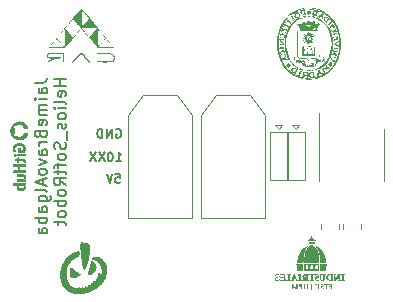
<source format=gbr>
%TF.GenerationSoftware,KiCad,Pcbnew,(7.0.0)*%
%TF.CreationDate,2024-02-03T20:33:07+01:00*%
%TF.ProjectId,Helios_rcv_10xx,48656c69-6f73-45f7-9263-765f31307878,rev?*%
%TF.SameCoordinates,PX9d5b340PY5f5e100*%
%TF.FileFunction,Legend,Bot*%
%TF.FilePolarity,Positive*%
%FSLAX46Y46*%
G04 Gerber Fmt 4.6, Leading zero omitted, Abs format (unit mm)*
G04 Created by KiCad (PCBNEW (7.0.0)) date 2024-02-03 20:33:07*
%MOMM*%
%LPD*%
G01*
G04 APERTURE LIST*
%ADD10C,0.150000*%
%ADD11C,0.120000*%
G04 APERTURE END LIST*
D10*
X-13692620Y6226191D02*
X-12978334Y6226191D01*
X-12978334Y6226191D02*
X-12835477Y6273810D01*
X-12835477Y6273810D02*
X-12740239Y6369048D01*
X-12740239Y6369048D02*
X-12692620Y6511905D01*
X-12692620Y6511905D02*
X-12692620Y6607143D01*
X-12692620Y5321429D02*
X-13216429Y5321429D01*
X-13216429Y5321429D02*
X-13311667Y5369048D01*
X-13311667Y5369048D02*
X-13359286Y5464286D01*
X-13359286Y5464286D02*
X-13359286Y5654762D01*
X-13359286Y5654762D02*
X-13311667Y5750000D01*
X-12740239Y5321429D02*
X-12692620Y5416667D01*
X-12692620Y5416667D02*
X-12692620Y5654762D01*
X-12692620Y5654762D02*
X-12740239Y5750000D01*
X-12740239Y5750000D02*
X-12835477Y5797619D01*
X-12835477Y5797619D02*
X-12930715Y5797619D01*
X-12930715Y5797619D02*
X-13025953Y5750000D01*
X-13025953Y5750000D02*
X-13073572Y5654762D01*
X-13073572Y5654762D02*
X-13073572Y5416667D01*
X-13073572Y5416667D02*
X-13121191Y5321429D01*
X-12692620Y4845238D02*
X-13359286Y4845238D01*
X-13692620Y4845238D02*
X-13645000Y4892857D01*
X-13645000Y4892857D02*
X-13597381Y4845238D01*
X-13597381Y4845238D02*
X-13645000Y4797619D01*
X-13645000Y4797619D02*
X-13692620Y4845238D01*
X-13692620Y4845238D02*
X-13597381Y4845238D01*
X-12692620Y4369048D02*
X-13359286Y4369048D01*
X-13264048Y4369048D02*
X-13311667Y4321429D01*
X-13311667Y4321429D02*
X-13359286Y4226191D01*
X-13359286Y4226191D02*
X-13359286Y4083334D01*
X-13359286Y4083334D02*
X-13311667Y3988096D01*
X-13311667Y3988096D02*
X-13216429Y3940477D01*
X-13216429Y3940477D02*
X-12692620Y3940477D01*
X-13216429Y3940477D02*
X-13311667Y3892858D01*
X-13311667Y3892858D02*
X-13359286Y3797620D01*
X-13359286Y3797620D02*
X-13359286Y3654763D01*
X-13359286Y3654763D02*
X-13311667Y3559524D01*
X-13311667Y3559524D02*
X-13216429Y3511905D01*
X-13216429Y3511905D02*
X-12692620Y3511905D01*
X-12740239Y2654763D02*
X-12692620Y2750001D01*
X-12692620Y2750001D02*
X-12692620Y2940477D01*
X-12692620Y2940477D02*
X-12740239Y3035715D01*
X-12740239Y3035715D02*
X-12835477Y3083334D01*
X-12835477Y3083334D02*
X-13216429Y3083334D01*
X-13216429Y3083334D02*
X-13311667Y3035715D01*
X-13311667Y3035715D02*
X-13359286Y2940477D01*
X-13359286Y2940477D02*
X-13359286Y2750001D01*
X-13359286Y2750001D02*
X-13311667Y2654763D01*
X-13311667Y2654763D02*
X-13216429Y2607144D01*
X-13216429Y2607144D02*
X-13121191Y2607144D01*
X-13121191Y2607144D02*
X-13025953Y3083334D01*
X-13216429Y1845239D02*
X-13168810Y1702382D01*
X-13168810Y1702382D02*
X-13121191Y1654763D01*
X-13121191Y1654763D02*
X-13025953Y1607144D01*
X-13025953Y1607144D02*
X-12883096Y1607144D01*
X-12883096Y1607144D02*
X-12787858Y1654763D01*
X-12787858Y1654763D02*
X-12740239Y1702382D01*
X-12740239Y1702382D02*
X-12692620Y1797620D01*
X-12692620Y1797620D02*
X-12692620Y2178572D01*
X-12692620Y2178572D02*
X-13692620Y2178572D01*
X-13692620Y2178572D02*
X-13692620Y1845239D01*
X-13692620Y1845239D02*
X-13645000Y1750001D01*
X-13645000Y1750001D02*
X-13597381Y1702382D01*
X-13597381Y1702382D02*
X-13502143Y1654763D01*
X-13502143Y1654763D02*
X-13406905Y1654763D01*
X-13406905Y1654763D02*
X-13311667Y1702382D01*
X-13311667Y1702382D02*
X-13264048Y1750001D01*
X-13264048Y1750001D02*
X-13216429Y1845239D01*
X-13216429Y1845239D02*
X-13216429Y2178572D01*
X-12692620Y1178572D02*
X-13359286Y1178572D01*
X-13168810Y1178572D02*
X-13264048Y1130953D01*
X-13264048Y1130953D02*
X-13311667Y1083334D01*
X-13311667Y1083334D02*
X-13359286Y988096D01*
X-13359286Y988096D02*
X-13359286Y892858D01*
X-12692620Y130953D02*
X-13216429Y130953D01*
X-13216429Y130953D02*
X-13311667Y178572D01*
X-13311667Y178572D02*
X-13359286Y273810D01*
X-13359286Y273810D02*
X-13359286Y464286D01*
X-13359286Y464286D02*
X-13311667Y559524D01*
X-12740239Y130953D02*
X-12692620Y226191D01*
X-12692620Y226191D02*
X-12692620Y464286D01*
X-12692620Y464286D02*
X-12740239Y559524D01*
X-12740239Y559524D02*
X-12835477Y607143D01*
X-12835477Y607143D02*
X-12930715Y607143D01*
X-12930715Y607143D02*
X-13025953Y559524D01*
X-13025953Y559524D02*
X-13073572Y464286D01*
X-13073572Y464286D02*
X-13073572Y226191D01*
X-13073572Y226191D02*
X-13121191Y130953D01*
X-13359286Y-250000D02*
X-12692620Y-488095D01*
X-12692620Y-488095D02*
X-13359286Y-726190D01*
X-12692620Y-1250000D02*
X-12740239Y-1154762D01*
X-12740239Y-1154762D02*
X-12787858Y-1107143D01*
X-12787858Y-1107143D02*
X-12883096Y-1059524D01*
X-12883096Y-1059524D02*
X-13168810Y-1059524D01*
X-13168810Y-1059524D02*
X-13264048Y-1107143D01*
X-13264048Y-1107143D02*
X-13311667Y-1154762D01*
X-13311667Y-1154762D02*
X-13359286Y-1250000D01*
X-13359286Y-1250000D02*
X-13359286Y-1392857D01*
X-13359286Y-1392857D02*
X-13311667Y-1488095D01*
X-13311667Y-1488095D02*
X-13264048Y-1535714D01*
X-13264048Y-1535714D02*
X-13168810Y-1583333D01*
X-13168810Y-1583333D02*
X-12883096Y-1583333D01*
X-12883096Y-1583333D02*
X-12787858Y-1535714D01*
X-12787858Y-1535714D02*
X-12740239Y-1488095D01*
X-12740239Y-1488095D02*
X-12692620Y-1392857D01*
X-12692620Y-1392857D02*
X-12692620Y-1250000D01*
X-12978334Y-1964286D02*
X-12978334Y-2440476D01*
X-12692620Y-1869048D02*
X-13692620Y-2202381D01*
X-13692620Y-2202381D02*
X-12692620Y-2535714D01*
X-12692620Y-3011905D02*
X-12740239Y-2916667D01*
X-12740239Y-2916667D02*
X-12835477Y-2869048D01*
X-12835477Y-2869048D02*
X-13692620Y-2869048D01*
X-13359286Y-3821429D02*
X-12549762Y-3821429D01*
X-12549762Y-3821429D02*
X-12454524Y-3773810D01*
X-12454524Y-3773810D02*
X-12406905Y-3726191D01*
X-12406905Y-3726191D02*
X-12359286Y-3630953D01*
X-12359286Y-3630953D02*
X-12359286Y-3488096D01*
X-12359286Y-3488096D02*
X-12406905Y-3392858D01*
X-12740239Y-3821429D02*
X-12692620Y-3726191D01*
X-12692620Y-3726191D02*
X-12692620Y-3535715D01*
X-12692620Y-3535715D02*
X-12740239Y-3440477D01*
X-12740239Y-3440477D02*
X-12787858Y-3392858D01*
X-12787858Y-3392858D02*
X-12883096Y-3345239D01*
X-12883096Y-3345239D02*
X-13168810Y-3345239D01*
X-13168810Y-3345239D02*
X-13264048Y-3392858D01*
X-13264048Y-3392858D02*
X-13311667Y-3440477D01*
X-13311667Y-3440477D02*
X-13359286Y-3535715D01*
X-13359286Y-3535715D02*
X-13359286Y-3726191D01*
X-13359286Y-3726191D02*
X-13311667Y-3821429D01*
X-12692620Y-4726191D02*
X-13216429Y-4726191D01*
X-13216429Y-4726191D02*
X-13311667Y-4678572D01*
X-13311667Y-4678572D02*
X-13359286Y-4583334D01*
X-13359286Y-4583334D02*
X-13359286Y-4392858D01*
X-13359286Y-4392858D02*
X-13311667Y-4297620D01*
X-12740239Y-4726191D02*
X-12692620Y-4630953D01*
X-12692620Y-4630953D02*
X-12692620Y-4392858D01*
X-12692620Y-4392858D02*
X-12740239Y-4297620D01*
X-12740239Y-4297620D02*
X-12835477Y-4250001D01*
X-12835477Y-4250001D02*
X-12930715Y-4250001D01*
X-12930715Y-4250001D02*
X-13025953Y-4297620D01*
X-13025953Y-4297620D02*
X-13073572Y-4392858D01*
X-13073572Y-4392858D02*
X-13073572Y-4630953D01*
X-13073572Y-4630953D02*
X-13121191Y-4726191D01*
X-12692620Y-5202382D02*
X-13692620Y-5202382D01*
X-13311667Y-5202382D02*
X-13359286Y-5297620D01*
X-13359286Y-5297620D02*
X-13359286Y-5488096D01*
X-13359286Y-5488096D02*
X-13311667Y-5583334D01*
X-13311667Y-5583334D02*
X-13264048Y-5630953D01*
X-13264048Y-5630953D02*
X-13168810Y-5678572D01*
X-13168810Y-5678572D02*
X-12883096Y-5678572D01*
X-12883096Y-5678572D02*
X-12787858Y-5630953D01*
X-12787858Y-5630953D02*
X-12740239Y-5583334D01*
X-12740239Y-5583334D02*
X-12692620Y-5488096D01*
X-12692620Y-5488096D02*
X-12692620Y-5297620D01*
X-12692620Y-5297620D02*
X-12740239Y-5202382D01*
X-12692620Y-6535715D02*
X-13216429Y-6535715D01*
X-13216429Y-6535715D02*
X-13311667Y-6488096D01*
X-13311667Y-6488096D02*
X-13359286Y-6392858D01*
X-13359286Y-6392858D02*
X-13359286Y-6202382D01*
X-13359286Y-6202382D02*
X-13311667Y-6107144D01*
X-12740239Y-6535715D02*
X-12692620Y-6440477D01*
X-12692620Y-6440477D02*
X-12692620Y-6202382D01*
X-12692620Y-6202382D02*
X-12740239Y-6107144D01*
X-12740239Y-6107144D02*
X-12835477Y-6059525D01*
X-12835477Y-6059525D02*
X-12930715Y-6059525D01*
X-12930715Y-6059525D02*
X-13025953Y-6107144D01*
X-13025953Y-6107144D02*
X-13073572Y-6202382D01*
X-13073572Y-6202382D02*
X-13073572Y-6440477D01*
X-13073572Y-6440477D02*
X-13121191Y-6535715D01*
X-11072620Y6511905D02*
X-12072620Y6511905D01*
X-11596429Y6511905D02*
X-11596429Y5940477D01*
X-11072620Y5940477D02*
X-12072620Y5940477D01*
X-11120239Y5083334D02*
X-11072620Y5178572D01*
X-11072620Y5178572D02*
X-11072620Y5369048D01*
X-11072620Y5369048D02*
X-11120239Y5464286D01*
X-11120239Y5464286D02*
X-11215477Y5511905D01*
X-11215477Y5511905D02*
X-11596429Y5511905D01*
X-11596429Y5511905D02*
X-11691667Y5464286D01*
X-11691667Y5464286D02*
X-11739286Y5369048D01*
X-11739286Y5369048D02*
X-11739286Y5178572D01*
X-11739286Y5178572D02*
X-11691667Y5083334D01*
X-11691667Y5083334D02*
X-11596429Y5035715D01*
X-11596429Y5035715D02*
X-11501191Y5035715D01*
X-11501191Y5035715D02*
X-11405953Y5511905D01*
X-11072620Y4464286D02*
X-11120239Y4559524D01*
X-11120239Y4559524D02*
X-11215477Y4607143D01*
X-11215477Y4607143D02*
X-12072620Y4607143D01*
X-11072620Y4083333D02*
X-11739286Y4083333D01*
X-12072620Y4083333D02*
X-12025000Y4130952D01*
X-12025000Y4130952D02*
X-11977381Y4083333D01*
X-11977381Y4083333D02*
X-12025000Y4035714D01*
X-12025000Y4035714D02*
X-12072620Y4083333D01*
X-12072620Y4083333D02*
X-11977381Y4083333D01*
X-11072620Y3464286D02*
X-11120239Y3559524D01*
X-11120239Y3559524D02*
X-11167858Y3607143D01*
X-11167858Y3607143D02*
X-11263096Y3654762D01*
X-11263096Y3654762D02*
X-11548810Y3654762D01*
X-11548810Y3654762D02*
X-11644048Y3607143D01*
X-11644048Y3607143D02*
X-11691667Y3559524D01*
X-11691667Y3559524D02*
X-11739286Y3464286D01*
X-11739286Y3464286D02*
X-11739286Y3321429D01*
X-11739286Y3321429D02*
X-11691667Y3226191D01*
X-11691667Y3226191D02*
X-11644048Y3178572D01*
X-11644048Y3178572D02*
X-11548810Y3130953D01*
X-11548810Y3130953D02*
X-11263096Y3130953D01*
X-11263096Y3130953D02*
X-11167858Y3178572D01*
X-11167858Y3178572D02*
X-11120239Y3226191D01*
X-11120239Y3226191D02*
X-11072620Y3321429D01*
X-11072620Y3321429D02*
X-11072620Y3464286D01*
X-11120239Y2750000D02*
X-11072620Y2654762D01*
X-11072620Y2654762D02*
X-11072620Y2464286D01*
X-11072620Y2464286D02*
X-11120239Y2369048D01*
X-11120239Y2369048D02*
X-11215477Y2321429D01*
X-11215477Y2321429D02*
X-11263096Y2321429D01*
X-11263096Y2321429D02*
X-11358334Y2369048D01*
X-11358334Y2369048D02*
X-11405953Y2464286D01*
X-11405953Y2464286D02*
X-11405953Y2607143D01*
X-11405953Y2607143D02*
X-11453572Y2702381D01*
X-11453572Y2702381D02*
X-11548810Y2750000D01*
X-11548810Y2750000D02*
X-11596429Y2750000D01*
X-11596429Y2750000D02*
X-11691667Y2702381D01*
X-11691667Y2702381D02*
X-11739286Y2607143D01*
X-11739286Y2607143D02*
X-11739286Y2464286D01*
X-11739286Y2464286D02*
X-11691667Y2369048D01*
X-10977381Y2130952D02*
X-10977381Y1369048D01*
X-11120239Y1178571D02*
X-11072620Y1035714D01*
X-11072620Y1035714D02*
X-11072620Y797619D01*
X-11072620Y797619D02*
X-11120239Y702381D01*
X-11120239Y702381D02*
X-11167858Y654762D01*
X-11167858Y654762D02*
X-11263096Y607143D01*
X-11263096Y607143D02*
X-11358334Y607143D01*
X-11358334Y607143D02*
X-11453572Y654762D01*
X-11453572Y654762D02*
X-11501191Y702381D01*
X-11501191Y702381D02*
X-11548810Y797619D01*
X-11548810Y797619D02*
X-11596429Y988095D01*
X-11596429Y988095D02*
X-11644048Y1083333D01*
X-11644048Y1083333D02*
X-11691667Y1130952D01*
X-11691667Y1130952D02*
X-11786905Y1178571D01*
X-11786905Y1178571D02*
X-11882143Y1178571D01*
X-11882143Y1178571D02*
X-11977381Y1130952D01*
X-11977381Y1130952D02*
X-12025000Y1083333D01*
X-12025000Y1083333D02*
X-12072620Y988095D01*
X-12072620Y988095D02*
X-12072620Y750000D01*
X-12072620Y750000D02*
X-12025000Y607143D01*
X-11072620Y35714D02*
X-11120239Y130952D01*
X-11120239Y130952D02*
X-11167858Y178571D01*
X-11167858Y178571D02*
X-11263096Y226190D01*
X-11263096Y226190D02*
X-11548810Y226190D01*
X-11548810Y226190D02*
X-11644048Y178571D01*
X-11644048Y178571D02*
X-11691667Y130952D01*
X-11691667Y130952D02*
X-11739286Y35714D01*
X-11739286Y35714D02*
X-11739286Y-107143D01*
X-11739286Y-107143D02*
X-11691667Y-202381D01*
X-11691667Y-202381D02*
X-11644048Y-250000D01*
X-11644048Y-250000D02*
X-11548810Y-297619D01*
X-11548810Y-297619D02*
X-11263096Y-297619D01*
X-11263096Y-297619D02*
X-11167858Y-250000D01*
X-11167858Y-250000D02*
X-11120239Y-202381D01*
X-11120239Y-202381D02*
X-11072620Y-107143D01*
X-11072620Y-107143D02*
X-11072620Y35714D01*
X-11739286Y-583334D02*
X-11739286Y-964286D01*
X-11072620Y-726191D02*
X-11929762Y-726191D01*
X-11929762Y-726191D02*
X-12025000Y-773810D01*
X-12025000Y-773810D02*
X-12072620Y-869048D01*
X-12072620Y-869048D02*
X-12072620Y-964286D01*
X-11739286Y-1154763D02*
X-11739286Y-1535715D01*
X-12072620Y-1297620D02*
X-11215477Y-1297620D01*
X-11215477Y-1297620D02*
X-11120239Y-1345239D01*
X-11120239Y-1345239D02*
X-11072620Y-1440477D01*
X-11072620Y-1440477D02*
X-11072620Y-1535715D01*
X-11072620Y-2440477D02*
X-11548810Y-2107144D01*
X-11072620Y-1869049D02*
X-12072620Y-1869049D01*
X-12072620Y-1869049D02*
X-12072620Y-2250001D01*
X-12072620Y-2250001D02*
X-12025000Y-2345239D01*
X-12025000Y-2345239D02*
X-11977381Y-2392858D01*
X-11977381Y-2392858D02*
X-11882143Y-2440477D01*
X-11882143Y-2440477D02*
X-11739286Y-2440477D01*
X-11739286Y-2440477D02*
X-11644048Y-2392858D01*
X-11644048Y-2392858D02*
X-11596429Y-2345239D01*
X-11596429Y-2345239D02*
X-11548810Y-2250001D01*
X-11548810Y-2250001D02*
X-11548810Y-1869049D01*
X-11072620Y-3011906D02*
X-11120239Y-2916668D01*
X-11120239Y-2916668D02*
X-11167858Y-2869049D01*
X-11167858Y-2869049D02*
X-11263096Y-2821430D01*
X-11263096Y-2821430D02*
X-11548810Y-2821430D01*
X-11548810Y-2821430D02*
X-11644048Y-2869049D01*
X-11644048Y-2869049D02*
X-11691667Y-2916668D01*
X-11691667Y-2916668D02*
X-11739286Y-3011906D01*
X-11739286Y-3011906D02*
X-11739286Y-3154763D01*
X-11739286Y-3154763D02*
X-11691667Y-3250001D01*
X-11691667Y-3250001D02*
X-11644048Y-3297620D01*
X-11644048Y-3297620D02*
X-11548810Y-3345239D01*
X-11548810Y-3345239D02*
X-11263096Y-3345239D01*
X-11263096Y-3345239D02*
X-11167858Y-3297620D01*
X-11167858Y-3297620D02*
X-11120239Y-3250001D01*
X-11120239Y-3250001D02*
X-11072620Y-3154763D01*
X-11072620Y-3154763D02*
X-11072620Y-3011906D01*
X-11072620Y-3773811D02*
X-12072620Y-3773811D01*
X-11691667Y-3773811D02*
X-11739286Y-3869049D01*
X-11739286Y-3869049D02*
X-11739286Y-4059525D01*
X-11739286Y-4059525D02*
X-11691667Y-4154763D01*
X-11691667Y-4154763D02*
X-11644048Y-4202382D01*
X-11644048Y-4202382D02*
X-11548810Y-4250001D01*
X-11548810Y-4250001D02*
X-11263096Y-4250001D01*
X-11263096Y-4250001D02*
X-11167858Y-4202382D01*
X-11167858Y-4202382D02*
X-11120239Y-4154763D01*
X-11120239Y-4154763D02*
X-11072620Y-4059525D01*
X-11072620Y-4059525D02*
X-11072620Y-3869049D01*
X-11072620Y-3869049D02*
X-11120239Y-3773811D01*
X-11072620Y-4821430D02*
X-11120239Y-4726192D01*
X-11120239Y-4726192D02*
X-11167858Y-4678573D01*
X-11167858Y-4678573D02*
X-11263096Y-4630954D01*
X-11263096Y-4630954D02*
X-11548810Y-4630954D01*
X-11548810Y-4630954D02*
X-11644048Y-4678573D01*
X-11644048Y-4678573D02*
X-11691667Y-4726192D01*
X-11691667Y-4726192D02*
X-11739286Y-4821430D01*
X-11739286Y-4821430D02*
X-11739286Y-4964287D01*
X-11739286Y-4964287D02*
X-11691667Y-5059525D01*
X-11691667Y-5059525D02*
X-11644048Y-5107144D01*
X-11644048Y-5107144D02*
X-11548810Y-5154763D01*
X-11548810Y-5154763D02*
X-11263096Y-5154763D01*
X-11263096Y-5154763D02*
X-11167858Y-5107144D01*
X-11167858Y-5107144D02*
X-11120239Y-5059525D01*
X-11120239Y-5059525D02*
X-11072620Y-4964287D01*
X-11072620Y-4964287D02*
X-11072620Y-4821430D01*
X-11739286Y-5440478D02*
X-11739286Y-5821430D01*
X-12072620Y-5583335D02*
X-11215477Y-5583335D01*
X-11215477Y-5583335D02*
X-11120239Y-5630954D01*
X-11120239Y-5630954D02*
X-11072620Y-5726192D01*
X-11072620Y-5726192D02*
X-11072620Y-5821430D01*
X-6821572Y2267750D02*
X-6750143Y2303465D01*
X-6750143Y2303465D02*
X-6643001Y2303465D01*
X-6643001Y2303465D02*
X-6535858Y2267750D01*
X-6535858Y2267750D02*
X-6464429Y2196322D01*
X-6464429Y2196322D02*
X-6428715Y2124893D01*
X-6428715Y2124893D02*
X-6393001Y1982036D01*
X-6393001Y1982036D02*
X-6393001Y1874893D01*
X-6393001Y1874893D02*
X-6428715Y1732036D01*
X-6428715Y1732036D02*
X-6464429Y1660608D01*
X-6464429Y1660608D02*
X-6535858Y1589179D01*
X-6535858Y1589179D02*
X-6643001Y1553465D01*
X-6643001Y1553465D02*
X-6714429Y1553465D01*
X-6714429Y1553465D02*
X-6821572Y1589179D01*
X-6821572Y1589179D02*
X-6857286Y1624893D01*
X-6857286Y1624893D02*
X-6857286Y1874893D01*
X-6857286Y1874893D02*
X-6714429Y1874893D01*
X-7178715Y1553465D02*
X-7178715Y2303465D01*
X-7178715Y2303465D02*
X-7607286Y1553465D01*
X-7607286Y1553465D02*
X-7607286Y2303465D01*
X-7964429Y1553465D02*
X-7964429Y2303465D01*
X-7964429Y2303465D02*
X-8143000Y2303465D01*
X-8143000Y2303465D02*
X-8250143Y2267750D01*
X-8250143Y2267750D02*
X-8321572Y2196322D01*
X-8321572Y2196322D02*
X-8357286Y2124893D01*
X-8357286Y2124893D02*
X-8393000Y1982036D01*
X-8393000Y1982036D02*
X-8393000Y1874893D01*
X-8393000Y1874893D02*
X-8357286Y1732036D01*
X-8357286Y1732036D02*
X-8321572Y1660608D01*
X-8321572Y1660608D02*
X-8250143Y1589179D01*
X-8250143Y1589179D02*
X-8143000Y1553465D01*
X-8143000Y1553465D02*
X-7964429Y1553465D01*
X-6821429Y-420785D02*
X-6392858Y-420785D01*
X-6607143Y-420785D02*
X-6607143Y329215D01*
X-6607143Y329215D02*
X-6535715Y222072D01*
X-6535715Y222072D02*
X-6464286Y150643D01*
X-6464286Y150643D02*
X-6392858Y114929D01*
X-7285715Y329215D02*
X-7357144Y329215D01*
X-7357144Y329215D02*
X-7428572Y293500D01*
X-7428572Y293500D02*
X-7464286Y257786D01*
X-7464286Y257786D02*
X-7500001Y186358D01*
X-7500001Y186358D02*
X-7535715Y43500D01*
X-7535715Y43500D02*
X-7535715Y-135071D01*
X-7535715Y-135071D02*
X-7500001Y-277928D01*
X-7500001Y-277928D02*
X-7464286Y-349357D01*
X-7464286Y-349357D02*
X-7428572Y-385071D01*
X-7428572Y-385071D02*
X-7357144Y-420785D01*
X-7357144Y-420785D02*
X-7285715Y-420785D01*
X-7285715Y-420785D02*
X-7214286Y-385071D01*
X-7214286Y-385071D02*
X-7178572Y-349357D01*
X-7178572Y-349357D02*
X-7142858Y-277928D01*
X-7142858Y-277928D02*
X-7107144Y-135071D01*
X-7107144Y-135071D02*
X-7107144Y43500D01*
X-7107144Y43500D02*
X-7142858Y186358D01*
X-7142858Y186358D02*
X-7178572Y257786D01*
X-7178572Y257786D02*
X-7214286Y293500D01*
X-7214286Y293500D02*
X-7285715Y329215D01*
X-7785715Y329215D02*
X-8285715Y-420785D01*
X-8285715Y329215D02*
X-7785715Y-420785D01*
X-8500001Y329215D02*
X-9000001Y-420785D01*
X-9000001Y329215D02*
X-8500001Y-420785D01*
X-6869144Y-1506535D02*
X-6512001Y-1506535D01*
X-6512001Y-1506535D02*
X-6476287Y-1863678D01*
X-6476287Y-1863678D02*
X-6512001Y-1827964D01*
X-6512001Y-1827964D02*
X-6583429Y-1792250D01*
X-6583429Y-1792250D02*
X-6762001Y-1792250D01*
X-6762001Y-1792250D02*
X-6833429Y-1827964D01*
X-6833429Y-1827964D02*
X-6869144Y-1863678D01*
X-6869144Y-1863678D02*
X-6904858Y-1935107D01*
X-6904858Y-1935107D02*
X-6904858Y-2113678D01*
X-6904858Y-2113678D02*
X-6869144Y-2185107D01*
X-6869144Y-2185107D02*
X-6833429Y-2220821D01*
X-6833429Y-2220821D02*
X-6762001Y-2256535D01*
X-6762001Y-2256535D02*
X-6583429Y-2256535D01*
X-6583429Y-2256535D02*
X-6512001Y-2220821D01*
X-6512001Y-2220821D02*
X-6476287Y-2185107D01*
X-7119144Y-1506535D02*
X-7369144Y-2256535D01*
X-7369144Y-2256535D02*
X-7619144Y-1506535D01*
%TO.C,G\u002A\u002A\u002A*%
G36*
X-14645870Y2666655D02*
G01*
X-14642063Y2662134D01*
X-14640649Y2659774D01*
X-14639349Y2656928D01*
X-14639385Y2654495D01*
X-14640564Y2651046D01*
X-14641529Y2649214D01*
X-14644387Y2647196D01*
X-14647842Y2647463D01*
X-14651287Y2649701D01*
X-14654111Y2653597D01*
X-14655708Y2658838D01*
X-14655818Y2659861D01*
X-14655285Y2665011D01*
X-14653062Y2667954D01*
X-14649730Y2668548D01*
X-14645870Y2666655D01*
G37*
G36*
X-14617932Y2628135D02*
G01*
X-14612696Y2624591D01*
X-14609813Y2621447D01*
X-14607716Y2618130D01*
X-14606720Y2615288D01*
X-14606652Y2611825D01*
X-14608681Y2608866D01*
X-14611517Y2607026D01*
X-14616170Y2606574D01*
X-14620997Y2608223D01*
X-14625307Y2611554D01*
X-14628415Y2616149D01*
X-14629630Y2621591D01*
X-14629106Y2625047D01*
X-14626682Y2628266D01*
X-14622776Y2629328D01*
X-14617932Y2628135D01*
G37*
G36*
X-14480901Y2378104D02*
G01*
X-14477413Y2373954D01*
X-14475780Y2369881D01*
X-14475331Y2362429D01*
X-14477868Y2354808D01*
X-14478215Y2354180D01*
X-14482350Y2349106D01*
X-14486952Y2346768D01*
X-14491454Y2346990D01*
X-14495286Y2349596D01*
X-14497880Y2354409D01*
X-14498667Y2361253D01*
X-14498324Y2364665D01*
X-14496397Y2370982D01*
X-14493224Y2375763D01*
X-14489273Y2378730D01*
X-14485009Y2379603D01*
X-14480901Y2378104D01*
G37*
G36*
X-14576034Y2601618D02*
G01*
X-14571249Y2599212D01*
X-14566040Y2594069D01*
X-14565357Y2593009D01*
X-14563300Y2589132D01*
X-14562473Y2586379D01*
X-14562476Y2586212D01*
X-14563936Y2582540D01*
X-14567241Y2579531D01*
X-14571208Y2578284D01*
X-14575410Y2578741D01*
X-14581126Y2580923D01*
X-14585766Y2584432D01*
X-14588980Y2588740D01*
X-14590413Y2593321D01*
X-14589714Y2597647D01*
X-14586530Y2601192D01*
X-14586031Y2601514D01*
X-14583210Y2602891D01*
X-14580348Y2602906D01*
X-14576034Y2601618D01*
G37*
G36*
X-14525458Y2562318D02*
G01*
X-14520254Y2559695D01*
X-14515498Y2555972D01*
X-14512195Y2551744D01*
X-14511610Y2550601D01*
X-14509709Y2545684D01*
X-14509775Y2541852D01*
X-14511777Y2538004D01*
X-14512791Y2536797D01*
X-14516726Y2534704D01*
X-14521426Y2534829D01*
X-14526377Y2536750D01*
X-14531066Y2540049D01*
X-14534980Y2544303D01*
X-14537604Y2549094D01*
X-14538426Y2554000D01*
X-14536931Y2558602D01*
X-14534604Y2561172D01*
X-14531344Y2563078D01*
X-14530105Y2563245D01*
X-14525458Y2562318D01*
G37*
G36*
X-14483677Y2444120D02*
G01*
X-14479554Y2441026D01*
X-14477199Y2436458D01*
X-14476449Y2433214D01*
X-14475774Y2430618D01*
X-14475701Y2430356D01*
X-14475859Y2425922D01*
X-14477777Y2420639D01*
X-14480909Y2415641D01*
X-14484710Y2412060D01*
X-14486551Y2411414D01*
X-14490424Y2412167D01*
X-14494209Y2414992D01*
X-14497042Y2419377D01*
X-14498474Y2425118D01*
X-14498352Y2431658D01*
X-14496702Y2437679D01*
X-14493763Y2442348D01*
X-14489772Y2444831D01*
X-14488515Y2445039D01*
X-14483677Y2444120D01*
G37*
G36*
X-15341180Y211347D02*
G01*
X-15323453Y207285D01*
X-15306407Y200679D01*
X-15290354Y191552D01*
X-15275606Y179923D01*
X-15262475Y165814D01*
X-15252874Y151739D01*
X-15244822Y135422D01*
X-15239148Y118291D01*
X-15236178Y101142D01*
X-15235842Y96372D01*
X-15236339Y77154D01*
X-15239714Y58646D01*
X-15245788Y41101D01*
X-15254384Y24771D01*
X-15265321Y9907D01*
X-15278423Y-3239D01*
X-15293510Y-14413D01*
X-15310404Y-23365D01*
X-15328926Y-29842D01*
X-15329830Y-30077D01*
X-15341009Y-32132D01*
X-15353725Y-33224D01*
X-15366856Y-33340D01*
X-15379278Y-32465D01*
X-15389867Y-30587D01*
X-15396077Y-28752D01*
X-15406659Y-24798D01*
X-15417407Y-19947D01*
X-15427245Y-14700D01*
X-15435094Y-9559D01*
X-15445085Y-1189D01*
X-15458104Y12785D01*
X-15468619Y28108D01*
X-15476610Y44486D01*
X-15482058Y61627D01*
X-15484943Y79237D01*
X-15485248Y97024D01*
X-15482952Y114695D01*
X-15478036Y131957D01*
X-15470482Y148517D01*
X-15460270Y164082D01*
X-15447380Y178360D01*
X-15444380Y181124D01*
X-15429116Y192766D01*
X-15412662Y201739D01*
X-15395330Y208062D01*
X-15377431Y211757D01*
X-15359277Y212845D01*
X-15341180Y211347D01*
G37*
G36*
X-14615708Y202899D02*
G01*
X-14595855Y202881D01*
X-14578125Y202852D01*
X-14562395Y202810D01*
X-14548539Y202754D01*
X-14536436Y202684D01*
X-14525960Y202599D01*
X-14516988Y202497D01*
X-14509397Y202378D01*
X-14503063Y202242D01*
X-14497862Y202087D01*
X-14493669Y201912D01*
X-14490363Y201717D01*
X-14487818Y201500D01*
X-14485911Y201262D01*
X-14484518Y201001D01*
X-14483516Y200716D01*
X-14482780Y200406D01*
X-14478346Y197140D01*
X-14473763Y190637D01*
X-14470215Y183605D01*
X-14470638Y88010D01*
X-14470670Y80791D01*
X-14470757Y62171D01*
X-14470844Y46351D01*
X-14470939Y33088D01*
X-14471052Y22141D01*
X-14471191Y13269D01*
X-14471366Y6230D01*
X-14471585Y783D01*
X-14471858Y-3314D01*
X-14472193Y-6302D01*
X-14472599Y-8423D01*
X-14473085Y-9918D01*
X-14473660Y-11029D01*
X-14474332Y-11997D01*
X-14474362Y-12036D01*
X-14478232Y-15678D01*
X-14482927Y-18272D01*
X-14484333Y-18428D01*
X-14488776Y-18618D01*
X-14496029Y-18798D01*
X-14505919Y-18969D01*
X-14518269Y-19131D01*
X-14532906Y-19284D01*
X-14549655Y-19427D01*
X-14568342Y-19560D01*
X-14588792Y-19683D01*
X-14610830Y-19796D01*
X-14634282Y-19899D01*
X-14658973Y-19992D01*
X-14684729Y-20074D01*
X-14711375Y-20146D01*
X-14738737Y-20207D01*
X-14766639Y-20257D01*
X-14794908Y-20296D01*
X-14823369Y-20325D01*
X-14851847Y-20342D01*
X-14880167Y-20347D01*
X-14908156Y-20342D01*
X-14935638Y-20324D01*
X-14962438Y-20295D01*
X-14988384Y-20254D01*
X-15013299Y-20201D01*
X-15037009Y-20136D01*
X-15059340Y-20059D01*
X-15080117Y-19969D01*
X-15099165Y-19867D01*
X-15116310Y-19752D01*
X-15131377Y-19625D01*
X-15144193Y-19484D01*
X-15154581Y-19331D01*
X-15162368Y-19164D01*
X-15167379Y-18984D01*
X-15169439Y-18790D01*
X-15169872Y-18604D01*
X-15173438Y-15978D01*
X-15176586Y-12149D01*
X-15176919Y-11592D01*
X-15177504Y-10438D01*
X-15178000Y-9014D01*
X-15178413Y-7081D01*
X-15178748Y-4402D01*
X-15179013Y-738D01*
X-15179212Y4148D01*
X-15179354Y10494D01*
X-15179443Y18539D01*
X-15179486Y28519D01*
X-15179489Y40672D01*
X-15179458Y55238D01*
X-15179400Y72452D01*
X-15179321Y92554D01*
X-15178917Y192140D01*
X-15173809Y197248D01*
X-15168700Y202356D01*
X-14828475Y202750D01*
X-14824515Y202755D01*
X-14786337Y202798D01*
X-14751148Y202835D01*
X-14718824Y202865D01*
X-14689242Y202887D01*
X-14662278Y202901D01*
X-14637808Y202905D01*
X-14615708Y202899D01*
G37*
G36*
X-14665643Y-2272015D02*
G01*
X-14479415Y-2272015D01*
X-14474847Y-2276582D01*
X-14470280Y-2281150D01*
X-14470280Y-2424909D01*
X-14474300Y-2429688D01*
X-14474674Y-2430112D01*
X-14479111Y-2433688D01*
X-14484066Y-2435973D01*
X-14485354Y-2436271D01*
X-14489755Y-2437120D01*
X-14495863Y-2438186D01*
X-14502881Y-2439343D01*
X-14510012Y-2440463D01*
X-14516457Y-2441420D01*
X-14521421Y-2442087D01*
X-14524104Y-2442338D01*
X-14524057Y-2442949D01*
X-14522549Y-2445361D01*
X-14519785Y-2448979D01*
X-14515338Y-2454817D01*
X-14508804Y-2464339D01*
X-14501998Y-2475136D01*
X-14495482Y-2486311D01*
X-14489818Y-2496965D01*
X-14485803Y-2505262D01*
X-14473253Y-2535747D01*
X-14463363Y-2567790D01*
X-14456165Y-2601279D01*
X-14451689Y-2636100D01*
X-14451403Y-2640038D01*
X-14450995Y-2650039D01*
X-14450827Y-2661825D01*
X-14450885Y-2674579D01*
X-14451155Y-2687483D01*
X-14451622Y-2699720D01*
X-14452274Y-2710470D01*
X-14453096Y-2718917D01*
X-14453327Y-2720654D01*
X-14454606Y-2729129D01*
X-14456201Y-2738502D01*
X-14457820Y-2747044D01*
X-14462929Y-2767765D01*
X-14471313Y-2791507D01*
X-14482063Y-2813445D01*
X-14495210Y-2833600D01*
X-14510785Y-2851995D01*
X-14528819Y-2868652D01*
X-14549342Y-2883592D01*
X-14572387Y-2896838D01*
X-14597984Y-2908412D01*
X-14626163Y-2918336D01*
X-14656957Y-2926632D01*
X-14690395Y-2933322D01*
X-14726510Y-2938429D01*
X-14766316Y-2942282D01*
X-14806382Y-2944630D01*
X-14845297Y-2945351D01*
X-14882800Y-2944456D01*
X-14918632Y-2941959D01*
X-14952532Y-2937872D01*
X-14984241Y-2932206D01*
X-15013498Y-2924974D01*
X-15042420Y-2915423D01*
X-15068856Y-2904050D01*
X-15092829Y-2890836D01*
X-15114389Y-2875751D01*
X-15133588Y-2858770D01*
X-15142826Y-2849024D01*
X-15157940Y-2830021D01*
X-15170647Y-2809524D01*
X-15180998Y-2787399D01*
X-15189042Y-2763507D01*
X-15194830Y-2737713D01*
X-15198413Y-2709882D01*
X-15199841Y-2679876D01*
X-15199855Y-2674275D01*
X-15198710Y-2649057D01*
X-15195711Y-2623254D01*
X-15191936Y-2602581D01*
X-15016563Y-2602581D01*
X-15016404Y-2613765D01*
X-15015788Y-2624593D01*
X-15014748Y-2634149D01*
X-15013319Y-2641515D01*
X-15009247Y-2653577D01*
X-15001729Y-2668011D01*
X-14991750Y-2680702D01*
X-14979254Y-2691693D01*
X-14964189Y-2701031D01*
X-14946499Y-2708762D01*
X-14926131Y-2714931D01*
X-14914243Y-2717575D01*
X-14900601Y-2719862D01*
X-14885801Y-2721565D01*
X-14869360Y-2722727D01*
X-14850790Y-2723393D01*
X-14829608Y-2723605D01*
X-14813106Y-2723495D01*
X-14785217Y-2722705D01*
X-14760163Y-2721111D01*
X-14737813Y-2718663D01*
X-14718036Y-2715311D01*
X-14700700Y-2711003D01*
X-14685672Y-2705691D01*
X-14672822Y-2699322D01*
X-14662017Y-2691848D01*
X-14653127Y-2683218D01*
X-14646018Y-2673382D01*
X-14640560Y-2662288D01*
X-14636620Y-2649888D01*
X-14636578Y-2649717D01*
X-14635322Y-2642450D01*
X-14634388Y-2632883D01*
X-14633795Y-2621801D01*
X-14633556Y-2609992D01*
X-14633690Y-2598242D01*
X-14634212Y-2587338D01*
X-14635138Y-2578066D01*
X-14637377Y-2565014D01*
X-14640946Y-2549715D01*
X-14645380Y-2534561D01*
X-14650438Y-2520298D01*
X-14655876Y-2507669D01*
X-14661451Y-2497419D01*
X-14665643Y-2490778D01*
X-14984334Y-2490778D01*
X-14990018Y-2502065D01*
X-14990326Y-2502679D01*
X-14998989Y-2522142D01*
X-15006300Y-2542874D01*
X-15011917Y-2563777D01*
X-15015497Y-2583753D01*
X-15016230Y-2591955D01*
X-15016563Y-2602581D01*
X-15191936Y-2602581D01*
X-15191000Y-2597458D01*
X-15184721Y-2572259D01*
X-15177015Y-2548250D01*
X-15168026Y-2526020D01*
X-15157896Y-2506161D01*
X-15151730Y-2495466D01*
X-15323927Y-2495460D01*
X-15344400Y-2495459D01*
X-15369067Y-2495454D01*
X-15390919Y-2495442D01*
X-15410131Y-2495421D01*
X-15426883Y-2495387D01*
X-15441349Y-2495337D01*
X-15453708Y-2495269D01*
X-15464136Y-2495178D01*
X-15472810Y-2495062D01*
X-15479907Y-2494919D01*
X-15485604Y-2494744D01*
X-15490078Y-2494536D01*
X-15493505Y-2494290D01*
X-15496064Y-2494003D01*
X-15497930Y-2493674D01*
X-15499280Y-2493298D01*
X-15500292Y-2492872D01*
X-15501142Y-2492395D01*
X-15504797Y-2489269D01*
X-15507399Y-2484556D01*
X-15507476Y-2483862D01*
X-15507624Y-2480302D01*
X-15507764Y-2474109D01*
X-15507894Y-2465609D01*
X-15508014Y-2455130D01*
X-15508123Y-2442997D01*
X-15508219Y-2429538D01*
X-15508302Y-2415081D01*
X-15508371Y-2399950D01*
X-15508424Y-2384474D01*
X-15508461Y-2368979D01*
X-15508480Y-2353792D01*
X-15508481Y-2339240D01*
X-15508462Y-2325649D01*
X-15508422Y-2313347D01*
X-15508361Y-2302660D01*
X-15508277Y-2293914D01*
X-15508170Y-2287438D01*
X-15508037Y-2283557D01*
X-15507993Y-2283182D01*
X-15506534Y-2279750D01*
X-15503724Y-2276134D01*
X-15499604Y-2272015D01*
X-14665643Y-2272015D01*
G37*
G36*
X-14916746Y-1522097D02*
G01*
X-14892013Y-1522114D01*
X-14860529Y-1522137D01*
X-14831898Y-1522164D01*
X-14805964Y-1522200D01*
X-14782569Y-1522248D01*
X-14761555Y-1522313D01*
X-14742767Y-1522398D01*
X-14726046Y-1522508D01*
X-14711235Y-1522647D01*
X-14698177Y-1522819D01*
X-14686715Y-1523027D01*
X-14676691Y-1523277D01*
X-14667948Y-1523571D01*
X-14660329Y-1523915D01*
X-14653677Y-1524312D01*
X-14647834Y-1524766D01*
X-14642643Y-1525282D01*
X-14637946Y-1525863D01*
X-14633588Y-1526514D01*
X-14629409Y-1527239D01*
X-14625254Y-1528041D01*
X-14620964Y-1528925D01*
X-14616382Y-1529895D01*
X-14606591Y-1532120D01*
X-14584338Y-1538497D01*
X-14564398Y-1546317D01*
X-14546353Y-1555788D01*
X-14529780Y-1567120D01*
X-14514260Y-1580519D01*
X-14505332Y-1589763D01*
X-14491887Y-1606928D01*
X-14480355Y-1626225D01*
X-14470698Y-1647751D01*
X-14462873Y-1671602D01*
X-14456840Y-1697876D01*
X-14452558Y-1726669D01*
X-14450989Y-1744430D01*
X-14450066Y-1768585D01*
X-14450334Y-1793434D01*
X-14451758Y-1818068D01*
X-14454302Y-1841577D01*
X-14457931Y-1863052D01*
X-14458629Y-1866342D01*
X-14464247Y-1888505D01*
X-14471584Y-1911878D01*
X-14480304Y-1935593D01*
X-14490068Y-1958783D01*
X-14500539Y-1980582D01*
X-14511377Y-2000123D01*
X-14511685Y-2000633D01*
X-14514620Y-2005489D01*
X-14516352Y-2008927D01*
X-14516569Y-2011279D01*
X-14514960Y-2012879D01*
X-14511213Y-2014059D01*
X-14505018Y-2015151D01*
X-14496062Y-2016489D01*
X-14488768Y-2017652D01*
X-14483217Y-2018784D01*
X-14479411Y-2020009D01*
X-14476644Y-2021560D01*
X-14474209Y-2023670D01*
X-14469545Y-2028263D01*
X-14469761Y-2079432D01*
X-14469830Y-2096829D01*
X-14469888Y-2112383D01*
X-14469947Y-2125310D01*
X-14470021Y-2135868D01*
X-14470125Y-2144312D01*
X-14470274Y-2150898D01*
X-14470482Y-2155882D01*
X-14470764Y-2159521D01*
X-14471135Y-2162070D01*
X-14471611Y-2163786D01*
X-14472205Y-2164925D01*
X-14472932Y-2165743D01*
X-14473808Y-2166497D01*
X-14474847Y-2167441D01*
X-14479415Y-2172009D01*
X-15167148Y-2172009D01*
X-15177354Y-2162891D01*
X-15177779Y-2064350D01*
X-15177843Y-2049529D01*
X-15177917Y-2030621D01*
X-15177950Y-2014457D01*
X-15177923Y-2000810D01*
X-15177816Y-1989457D01*
X-15177611Y-1980170D01*
X-15177287Y-1972725D01*
X-15176825Y-1966897D01*
X-15176205Y-1962459D01*
X-15175408Y-1959186D01*
X-15174415Y-1956853D01*
X-15173206Y-1955234D01*
X-15171761Y-1954104D01*
X-15170060Y-1953237D01*
X-15168085Y-1952408D01*
X-15167574Y-1952234D01*
X-15166176Y-1951944D01*
X-15164040Y-1951682D01*
X-15161027Y-1951445D01*
X-15156995Y-1951233D01*
X-15151804Y-1951044D01*
X-15145314Y-1950877D01*
X-15137384Y-1950730D01*
X-15127873Y-1950603D01*
X-15116642Y-1950494D01*
X-15103550Y-1950402D01*
X-15088456Y-1950326D01*
X-15071220Y-1950264D01*
X-15051702Y-1950214D01*
X-15029761Y-1950177D01*
X-15005256Y-1950150D01*
X-14978048Y-1950133D01*
X-14947995Y-1950123D01*
X-14914957Y-1950120D01*
X-14667305Y-1950120D01*
X-14660743Y-1938886D01*
X-14659781Y-1937212D01*
X-14651220Y-1919892D01*
X-14643904Y-1900596D01*
X-14638140Y-1880241D01*
X-14634237Y-1859746D01*
X-14633838Y-1856370D01*
X-14633231Y-1847332D01*
X-14633003Y-1836874D01*
X-14633190Y-1826151D01*
X-14633436Y-1821244D01*
X-14635251Y-1804924D01*
X-14638635Y-1791103D01*
X-14643760Y-1779531D01*
X-14650800Y-1769956D01*
X-14659927Y-1762126D01*
X-14671315Y-1755791D01*
X-14685137Y-1750698D01*
X-14686450Y-1750337D01*
X-14688070Y-1749987D01*
X-14690073Y-1749670D01*
X-14692614Y-1749384D01*
X-14695844Y-1749125D01*
X-14699916Y-1748891D01*
X-14704982Y-1748681D01*
X-14711193Y-1748492D01*
X-14718702Y-1748322D01*
X-14727663Y-1748168D01*
X-14738225Y-1748028D01*
X-14750543Y-1747900D01*
X-14764768Y-1747782D01*
X-14781053Y-1747672D01*
X-14799549Y-1747566D01*
X-14820409Y-1747463D01*
X-14843785Y-1747361D01*
X-14869830Y-1747257D01*
X-14898695Y-1747150D01*
X-14930534Y-1747035D01*
X-14958848Y-1746934D01*
X-14988029Y-1746826D01*
X-15014364Y-1746722D01*
X-15038003Y-1746620D01*
X-15059093Y-1746517D01*
X-15077784Y-1746413D01*
X-15094225Y-1746304D01*
X-15108563Y-1746188D01*
X-15120947Y-1746064D01*
X-15131526Y-1745928D01*
X-15140449Y-1745779D01*
X-15147863Y-1745614D01*
X-15153918Y-1745432D01*
X-15158762Y-1745229D01*
X-15162544Y-1745005D01*
X-15165412Y-1744756D01*
X-15167515Y-1744481D01*
X-15169001Y-1744176D01*
X-15170019Y-1743841D01*
X-15170718Y-1743473D01*
X-15170824Y-1743402D01*
X-15174227Y-1739778D01*
X-15176595Y-1734879D01*
X-15176737Y-1734234D01*
X-15177105Y-1730692D01*
X-15177405Y-1724607D01*
X-15177638Y-1715897D01*
X-15177805Y-1704477D01*
X-15177907Y-1690266D01*
X-15177945Y-1673180D01*
X-15177919Y-1653136D01*
X-15177831Y-1630050D01*
X-15177354Y-1531086D01*
X-15172231Y-1526509D01*
X-15167107Y-1521932D01*
X-14916746Y-1522097D01*
G37*
G36*
X-15066494Y-91368D02*
G01*
X-15050736Y-91403D01*
X-15037792Y-91461D01*
X-15027362Y-91553D01*
X-15019143Y-91693D01*
X-15012835Y-91894D01*
X-15008137Y-92168D01*
X-15004748Y-92529D01*
X-15002368Y-92989D01*
X-15000694Y-93561D01*
X-14999426Y-94258D01*
X-14996078Y-97270D01*
X-14993680Y-100971D01*
X-14993487Y-101880D01*
X-14993132Y-105836D01*
X-14992819Y-112347D01*
X-14992558Y-121033D01*
X-14992358Y-131517D01*
X-14992231Y-143419D01*
X-14992187Y-156361D01*
X-14992187Y-207825D01*
X-14830849Y-208093D01*
X-14813289Y-208123D01*
X-14791726Y-208164D01*
X-14771188Y-208208D01*
X-14751887Y-208253D01*
X-14734032Y-208300D01*
X-14717833Y-208346D01*
X-14703499Y-208393D01*
X-14691242Y-208438D01*
X-14681270Y-208482D01*
X-14673793Y-208523D01*
X-14669022Y-208562D01*
X-14667167Y-208597D01*
X-14666821Y-208632D01*
X-14663651Y-208940D01*
X-14658508Y-209433D01*
X-14652322Y-210022D01*
X-14636275Y-212027D01*
X-14614155Y-216338D01*
X-14592805Y-222250D01*
X-14572782Y-229575D01*
X-14554648Y-238128D01*
X-14538960Y-247724D01*
X-14534475Y-250977D01*
X-14517169Y-265630D01*
X-14501975Y-282178D01*
X-14488847Y-300715D01*
X-14477739Y-321338D01*
X-14468605Y-344142D01*
X-14461398Y-369221D01*
X-14456074Y-396672D01*
X-14452585Y-426589D01*
X-14452550Y-427087D01*
X-14452400Y-431327D01*
X-14452305Y-437978D01*
X-14452267Y-446443D01*
X-14452289Y-456128D01*
X-14452375Y-466435D01*
X-14452822Y-483105D01*
X-14454237Y-503296D01*
X-14456739Y-522734D01*
X-14460485Y-542573D01*
X-14465631Y-563968D01*
X-14466775Y-568239D01*
X-14469149Y-576073D01*
X-14471408Y-581547D01*
X-14473853Y-585161D01*
X-14476781Y-587414D01*
X-14480493Y-588806D01*
X-14481624Y-589001D01*
X-14485989Y-589356D01*
X-14492838Y-589664D01*
X-14501771Y-589927D01*
X-14512387Y-590142D01*
X-14524285Y-590309D01*
X-14537065Y-590427D01*
X-14550325Y-590496D01*
X-14563666Y-590513D01*
X-14576687Y-590478D01*
X-14588987Y-590391D01*
X-14600166Y-590250D01*
X-14609822Y-590055D01*
X-14617556Y-589805D01*
X-14622966Y-589498D01*
X-14625652Y-589134D01*
X-14628579Y-588007D01*
X-14631596Y-586134D01*
X-14633764Y-583453D01*
X-14635161Y-579583D01*
X-14635862Y-574142D01*
X-14635945Y-566746D01*
X-14635485Y-557015D01*
X-14634559Y-544565D01*
X-14633995Y-536035D01*
X-14633848Y-515178D01*
X-14635580Y-496356D01*
X-14639158Y-479668D01*
X-14644547Y-465217D01*
X-14651713Y-453101D01*
X-14660623Y-443423D01*
X-14671242Y-436282D01*
X-14673457Y-435147D01*
X-14675860Y-433949D01*
X-14678221Y-432896D01*
X-14680739Y-431979D01*
X-14683611Y-431188D01*
X-14687036Y-430514D01*
X-14691210Y-429948D01*
X-14696333Y-429480D01*
X-14702601Y-429102D01*
X-14710213Y-428802D01*
X-14719368Y-428573D01*
X-14730261Y-428405D01*
X-14743093Y-428289D01*
X-14758060Y-428214D01*
X-14775361Y-428173D01*
X-14795193Y-428155D01*
X-14817754Y-428151D01*
X-14992187Y-428151D01*
X-14992187Y-576911D01*
X-14997500Y-582223D01*
X-15002812Y-587536D01*
X-15084122Y-587536D01*
X-15098237Y-587519D01*
X-15115079Y-587446D01*
X-15130044Y-587319D01*
X-15142925Y-587142D01*
X-15153513Y-586920D01*
X-15161600Y-586655D01*
X-15166978Y-586351D01*
X-15169439Y-586013D01*
X-15169867Y-585829D01*
X-15173429Y-583203D01*
X-15176566Y-579372D01*
X-15176846Y-578902D01*
X-15177527Y-577563D01*
X-15178090Y-575928D01*
X-15178546Y-573713D01*
X-15178906Y-570637D01*
X-15179181Y-566416D01*
X-15179383Y-560767D01*
X-15179523Y-553407D01*
X-15179613Y-544053D01*
X-15179664Y-532424D01*
X-15179686Y-518234D01*
X-15179692Y-501203D01*
X-15179698Y-428151D01*
X-15221498Y-428040D01*
X-15233653Y-428006D01*
X-15257701Y-427933D01*
X-15278892Y-427856D01*
X-15297408Y-427770D01*
X-15313434Y-427671D01*
X-15327152Y-427556D01*
X-15338745Y-427419D01*
X-15348397Y-427258D01*
X-15356290Y-427068D01*
X-15362608Y-426845D01*
X-15367533Y-426585D01*
X-15371250Y-426285D01*
X-15373941Y-425939D01*
X-15375790Y-425544D01*
X-15376978Y-425096D01*
X-15377691Y-424591D01*
X-15378157Y-423977D01*
X-15378615Y-422870D01*
X-15379004Y-421109D01*
X-15379329Y-418469D01*
X-15379596Y-414725D01*
X-15379812Y-409653D01*
X-15379980Y-403028D01*
X-15380107Y-394625D01*
X-15380199Y-384220D01*
X-15380261Y-371589D01*
X-15380298Y-356506D01*
X-15380317Y-338747D01*
X-15380321Y-318088D01*
X-15380321Y-309579D01*
X-15380314Y-290163D01*
X-15380294Y-273554D01*
X-15380254Y-259524D01*
X-15380189Y-247847D01*
X-15380092Y-238295D01*
X-15379957Y-230639D01*
X-15379778Y-224652D01*
X-15379550Y-220106D01*
X-15379265Y-216775D01*
X-15378917Y-214429D01*
X-15378501Y-212842D01*
X-15378011Y-211785D01*
X-15377440Y-211032D01*
X-15377008Y-210582D01*
X-15376258Y-210006D01*
X-15375156Y-209516D01*
X-15373469Y-209102D01*
X-15370967Y-208758D01*
X-15367419Y-208474D01*
X-15362595Y-208244D01*
X-15356262Y-208059D01*
X-15348190Y-207910D01*
X-15338148Y-207791D01*
X-15325905Y-207693D01*
X-15311230Y-207608D01*
X-15293892Y-207529D01*
X-15273659Y-207446D01*
X-15172760Y-207044D01*
X-15159431Y-153662D01*
X-15156749Y-143041D01*
X-15153679Y-131176D01*
X-15150834Y-120487D01*
X-15148317Y-111346D01*
X-15146230Y-104126D01*
X-15144676Y-99198D01*
X-15143759Y-96935D01*
X-15143618Y-96744D01*
X-15140350Y-94147D01*
X-15135946Y-92426D01*
X-15135372Y-92341D01*
X-15131690Y-92096D01*
X-15125371Y-91877D01*
X-15116782Y-91690D01*
X-15106291Y-91539D01*
X-15094265Y-91431D01*
X-15081072Y-91372D01*
X-15067078Y-91367D01*
X-15066494Y-91368D01*
G37*
G36*
X-14948929Y1107702D02*
G01*
X-14912462Y1105983D01*
X-14877719Y1103139D01*
X-14845303Y1099185D01*
X-14813351Y1093863D01*
X-14773323Y1085051D01*
X-14735657Y1074192D01*
X-14700348Y1061286D01*
X-14667396Y1046330D01*
X-14636798Y1029324D01*
X-14608552Y1010265D01*
X-14582656Y989152D01*
X-14559108Y965985D01*
X-14537906Y940760D01*
X-14519047Y913478D01*
X-14502530Y884136D01*
X-14488353Y852733D01*
X-14485863Y846402D01*
X-14477525Y822955D01*
X-14470395Y798894D01*
X-14464366Y773732D01*
X-14459330Y746981D01*
X-14455180Y718153D01*
X-14451809Y686761D01*
X-14451501Y682736D01*
X-14451043Y673649D01*
X-14450684Y662394D01*
X-14450426Y649561D01*
X-14450268Y635735D01*
X-14450214Y621506D01*
X-14450263Y607461D01*
X-14450418Y594188D01*
X-14450680Y582275D01*
X-14451050Y572309D01*
X-14451529Y564878D01*
X-14455708Y528390D01*
X-14462478Y489074D01*
X-14471520Y451326D01*
X-14482933Y414745D01*
X-14496815Y378930D01*
X-14501469Y368417D01*
X-14506703Y357377D01*
X-14512067Y346744D01*
X-14517333Y336928D01*
X-14522273Y328339D01*
X-14526659Y321389D01*
X-14530262Y316486D01*
X-14532856Y314043D01*
X-14533508Y313931D01*
X-14537101Y313730D01*
X-14543735Y313543D01*
X-14553356Y313372D01*
X-14565909Y313216D01*
X-14581340Y313076D01*
X-14599595Y312952D01*
X-14620617Y312844D01*
X-14644354Y312752D01*
X-14670751Y312678D01*
X-14699752Y312620D01*
X-14731303Y312580D01*
X-14765350Y312558D01*
X-14801838Y312554D01*
X-14807532Y312555D01*
X-14840912Y312561D01*
X-14871329Y312571D01*
X-14898921Y312585D01*
X-14923828Y312606D01*
X-14946189Y312634D01*
X-14966144Y312672D01*
X-14983831Y312720D01*
X-14999390Y312780D01*
X-15012959Y312853D01*
X-15024679Y312941D01*
X-15034688Y313046D01*
X-15043125Y313168D01*
X-15050130Y313308D01*
X-15055842Y313470D01*
X-15060399Y313653D01*
X-15063942Y313859D01*
X-15066609Y314090D01*
X-15068540Y314347D01*
X-15069874Y314631D01*
X-15070749Y314945D01*
X-15071306Y315288D01*
X-15073764Y317718D01*
X-15076384Y321401D01*
X-15076394Y321423D01*
X-15076691Y323104D01*
X-15076956Y326854D01*
X-15077192Y332770D01*
X-15077399Y340948D01*
X-15077578Y351483D01*
X-15077730Y364472D01*
X-15077856Y380011D01*
X-15077957Y398195D01*
X-15078034Y419120D01*
X-15078088Y442882D01*
X-15078119Y469578D01*
X-15078129Y499303D01*
X-15078129Y673791D01*
X-15072817Y679104D01*
X-15067504Y684417D01*
X-14979452Y684411D01*
X-14972751Y684410D01*
X-14954895Y684401D01*
X-14939826Y684376D01*
X-14927288Y684326D01*
X-14917029Y684243D01*
X-14908794Y684120D01*
X-14902330Y683948D01*
X-14897383Y683719D01*
X-14893700Y683424D01*
X-14891026Y683057D01*
X-14889108Y682608D01*
X-14887692Y682069D01*
X-14886525Y681433D01*
X-14886243Y681255D01*
X-14882547Y677887D01*
X-14880233Y674017D01*
X-14880068Y673042D01*
X-14879784Y669019D01*
X-14879529Y662409D01*
X-14879312Y653561D01*
X-14879138Y642823D01*
X-14879014Y630544D01*
X-14878946Y617074D01*
X-14878940Y602760D01*
X-14879064Y535948D01*
X-14671298Y536752D01*
X-14670032Y541439D01*
X-14668395Y548672D01*
X-14666520Y560342D01*
X-14664925Y574140D01*
X-14663631Y589514D01*
X-14662657Y605906D01*
X-14662023Y622763D01*
X-14661748Y639528D01*
X-14661852Y655647D01*
X-14662354Y670564D01*
X-14663275Y683725D01*
X-14664632Y694574D01*
X-14667555Y708994D01*
X-14671952Y725190D01*
X-14677228Y740509D01*
X-14683034Y753830D01*
X-14692637Y770766D01*
X-14706531Y789600D01*
X-14722940Y806650D01*
X-14741877Y821923D01*
X-14763354Y835428D01*
X-14787383Y847172D01*
X-14813978Y857163D01*
X-14843150Y865408D01*
X-14874913Y871915D01*
X-14880793Y872891D01*
X-14898309Y875442D01*
X-14915985Y877441D01*
X-14934556Y878951D01*
X-14954763Y880035D01*
X-14977342Y880757D01*
X-14984994Y880907D01*
X-15025482Y880656D01*
X-15063435Y878586D01*
X-15098861Y874692D01*
X-15131765Y868972D01*
X-15162156Y861424D01*
X-15190040Y852043D01*
X-15215424Y840827D01*
X-15238316Y827773D01*
X-15258722Y812878D01*
X-15276648Y796139D01*
X-15292103Y777552D01*
X-15305094Y757116D01*
X-15315626Y734826D01*
X-15317053Y731174D01*
X-15324728Y707419D01*
X-15330448Y681783D01*
X-15334078Y654844D01*
X-15334267Y652376D01*
X-15334608Y645087D01*
X-15334864Y635507D01*
X-15335037Y624206D01*
X-15335128Y611750D01*
X-15335136Y598707D01*
X-15335062Y585645D01*
X-15334908Y573132D01*
X-15334673Y561736D01*
X-15334358Y552024D01*
X-15333964Y544565D01*
X-15332041Y523942D01*
X-15327220Y491207D01*
X-15320371Y458714D01*
X-15311731Y427697D01*
X-15309599Y420773D01*
X-15307584Y413302D01*
X-15306631Y407807D01*
X-15306704Y403741D01*
X-15307767Y400558D01*
X-15309784Y397712D01*
X-15310192Y397277D01*
X-15311442Y396274D01*
X-15313309Y395252D01*
X-15316063Y394134D01*
X-15319972Y392846D01*
X-15325309Y391313D01*
X-15332341Y389458D01*
X-15341340Y387206D01*
X-15352576Y384483D01*
X-15366318Y381213D01*
X-15382836Y377320D01*
X-15392572Y375031D01*
X-15407325Y371560D01*
X-15421447Y368234D01*
X-15434536Y365148D01*
X-15446191Y362396D01*
X-15456009Y360075D01*
X-15463589Y358278D01*
X-15468528Y357100D01*
X-15476434Y355297D01*
X-15483150Y354281D01*
X-15488224Y354602D01*
X-15492242Y356562D01*
X-15495791Y360464D01*
X-15499456Y366610D01*
X-15503822Y375302D01*
X-15509568Y388028D01*
X-15517768Y409969D01*
X-15525113Y434473D01*
X-15531535Y461252D01*
X-15536970Y490020D01*
X-15541351Y520491D01*
X-15544612Y552378D01*
X-15544695Y553372D01*
X-15545282Y559963D01*
X-15545857Y565746D01*
X-15546305Y569566D01*
X-15546383Y570177D01*
X-15546765Y575228D01*
X-15547078Y582866D01*
X-15547322Y592636D01*
X-15547498Y604084D01*
X-15547607Y616756D01*
X-15547648Y630196D01*
X-15547624Y643951D01*
X-15547533Y657566D01*
X-15547378Y670587D01*
X-15547158Y682560D01*
X-15546874Y693029D01*
X-15546527Y701542D01*
X-15546117Y707642D01*
X-15543966Y727590D01*
X-15538194Y764833D01*
X-15530315Y799850D01*
X-15520294Y832730D01*
X-15508092Y863560D01*
X-15493673Y892428D01*
X-15477000Y919422D01*
X-15458036Y944629D01*
X-15436745Y968138D01*
X-15428220Y976546D01*
X-15416430Y987368D01*
X-15404453Y997284D01*
X-15391400Y1007019D01*
X-15376381Y1017297D01*
X-15375207Y1018071D01*
X-15346806Y1035024D01*
X-15315860Y1050281D01*
X-15282464Y1063814D01*
X-15246712Y1075593D01*
X-15208699Y1085592D01*
X-15168519Y1093782D01*
X-15126267Y1100135D01*
X-15082036Y1104624D01*
X-15062671Y1105977D01*
X-15024634Y1107713D01*
X-14986520Y1108284D01*
X-14948929Y1107702D01*
G37*
G36*
X-15081884Y-681288D02*
G01*
X-15037376Y-681291D01*
X-14989843Y-681292D01*
X-14974791Y-681292D01*
X-14928247Y-681290D01*
X-14884697Y-681288D01*
X-14844040Y-681286D01*
X-14806177Y-681287D01*
X-14771007Y-681291D01*
X-14738430Y-681301D01*
X-14708346Y-681318D01*
X-14680655Y-681344D01*
X-14655256Y-681379D01*
X-14632049Y-681426D01*
X-14610934Y-681487D01*
X-14591811Y-681562D01*
X-14574579Y-681653D01*
X-14559139Y-681763D01*
X-14545389Y-681891D01*
X-14533231Y-682041D01*
X-14522563Y-682213D01*
X-14513286Y-682409D01*
X-14505299Y-682631D01*
X-14498501Y-682879D01*
X-14492794Y-683157D01*
X-14488076Y-683464D01*
X-14484248Y-683804D01*
X-14481208Y-684177D01*
X-14478858Y-684584D01*
X-14477096Y-685029D01*
X-14475822Y-685511D01*
X-14474937Y-686032D01*
X-14474340Y-686595D01*
X-14473931Y-687200D01*
X-14473609Y-687850D01*
X-14473275Y-688545D01*
X-14472828Y-689288D01*
X-14472645Y-689572D01*
X-14472153Y-690693D01*
X-14471733Y-692404D01*
X-14471380Y-694935D01*
X-14471089Y-698517D01*
X-14470853Y-703381D01*
X-14470667Y-709756D01*
X-14470525Y-717873D01*
X-14470421Y-727963D01*
X-14470351Y-740257D01*
X-14470307Y-754984D01*
X-14470286Y-772375D01*
X-14470280Y-792662D01*
X-14470280Y-800381D01*
X-14470285Y-820128D01*
X-14470311Y-837057D01*
X-14470374Y-851397D01*
X-14470489Y-863373D01*
X-14470671Y-873213D01*
X-14470938Y-881144D01*
X-14471305Y-887394D01*
X-14471788Y-892188D01*
X-14472402Y-895756D01*
X-14473164Y-898324D01*
X-14474090Y-900118D01*
X-14475195Y-901366D01*
X-14476495Y-902296D01*
X-14478006Y-903134D01*
X-14479759Y-903377D01*
X-14484524Y-903615D01*
X-14492285Y-903831D01*
X-14503056Y-904023D01*
X-14516848Y-904193D01*
X-14533676Y-904339D01*
X-14553551Y-904463D01*
X-14576488Y-904564D01*
X-14602497Y-904643D01*
X-14631594Y-904699D01*
X-14663789Y-904732D01*
X-14699097Y-904743D01*
X-14917182Y-904743D01*
X-14917182Y-1204923D01*
X-14701232Y-1204170D01*
X-14693839Y-1204145D01*
X-14663350Y-1204045D01*
X-14635811Y-1203966D01*
X-14611080Y-1203908D01*
X-14589015Y-1203873D01*
X-14569473Y-1203860D01*
X-14552311Y-1203872D01*
X-14537388Y-1203908D01*
X-14524562Y-1203969D01*
X-14513689Y-1204058D01*
X-14504628Y-1204173D01*
X-14497236Y-1204317D01*
X-14491370Y-1204490D01*
X-14486889Y-1204692D01*
X-14483650Y-1204925D01*
X-14481511Y-1205190D01*
X-14480329Y-1205487D01*
X-14480275Y-1205510D01*
X-14478314Y-1206290D01*
X-14476627Y-1207029D01*
X-14475194Y-1207955D01*
X-14473994Y-1209292D01*
X-14473006Y-1211266D01*
X-14472210Y-1214105D01*
X-14471585Y-1218034D01*
X-14471111Y-1223279D01*
X-14470767Y-1230067D01*
X-14470532Y-1238623D01*
X-14470386Y-1249173D01*
X-14470309Y-1261944D01*
X-14470279Y-1277162D01*
X-14470276Y-1295053D01*
X-14470280Y-1315843D01*
X-14470280Y-1330260D01*
X-14470288Y-1348469D01*
X-14470309Y-1363948D01*
X-14470351Y-1376932D01*
X-14470420Y-1387654D01*
X-14470525Y-1396348D01*
X-14470672Y-1403248D01*
X-14470868Y-1408586D01*
X-14471120Y-1412597D01*
X-14471436Y-1415515D01*
X-14471823Y-1417572D01*
X-14472287Y-1419002D01*
X-14472835Y-1420039D01*
X-14473476Y-1420917D01*
X-14473755Y-1421252D01*
X-14477678Y-1424411D01*
X-14482461Y-1426588D01*
X-14483369Y-1426681D01*
X-14487291Y-1426828D01*
X-14494109Y-1426969D01*
X-14503679Y-1427102D01*
X-14515857Y-1427228D01*
X-14530499Y-1427347D01*
X-14547464Y-1427459D01*
X-14566607Y-1427563D01*
X-14587785Y-1427661D01*
X-14610854Y-1427751D01*
X-14635672Y-1427834D01*
X-14662094Y-1427910D01*
X-14689979Y-1427978D01*
X-14719181Y-1428040D01*
X-14749559Y-1428094D01*
X-14780968Y-1428141D01*
X-14813266Y-1428181D01*
X-14846308Y-1428214D01*
X-14879952Y-1428239D01*
X-14914054Y-1428258D01*
X-14948472Y-1428269D01*
X-14983060Y-1428273D01*
X-15017677Y-1428270D01*
X-15052179Y-1428260D01*
X-15086423Y-1428243D01*
X-15120265Y-1428218D01*
X-15153561Y-1428187D01*
X-15186170Y-1428148D01*
X-15217946Y-1428103D01*
X-15248747Y-1428050D01*
X-15278430Y-1427990D01*
X-15306852Y-1427923D01*
X-15333868Y-1427848D01*
X-15359335Y-1427767D01*
X-15383111Y-1427679D01*
X-15405051Y-1427583D01*
X-15425014Y-1427481D01*
X-15442854Y-1427371D01*
X-15458429Y-1427254D01*
X-15471596Y-1427130D01*
X-15482210Y-1426999D01*
X-15490130Y-1426861D01*
X-15495211Y-1426716D01*
X-15497311Y-1426564D01*
X-15499226Y-1426060D01*
X-15501181Y-1425496D01*
X-15502844Y-1424745D01*
X-15504238Y-1423582D01*
X-15505388Y-1421781D01*
X-15506317Y-1419116D01*
X-15507049Y-1415360D01*
X-15507609Y-1410287D01*
X-15508019Y-1403673D01*
X-15508304Y-1395289D01*
X-15508489Y-1384911D01*
X-15508596Y-1372312D01*
X-15508649Y-1357266D01*
X-15508673Y-1339547D01*
X-15508692Y-1318929D01*
X-15508694Y-1316434D01*
X-15508688Y-1299213D01*
X-15508644Y-1282866D01*
X-15508566Y-1267674D01*
X-15508456Y-1253918D01*
X-15508319Y-1241881D01*
X-15508157Y-1231842D01*
X-15507973Y-1224085D01*
X-15507770Y-1218889D01*
X-15507552Y-1216538D01*
X-15505931Y-1212679D01*
X-15503126Y-1208725D01*
X-15502656Y-1208286D01*
X-15502020Y-1207857D01*
X-15501091Y-1207473D01*
X-15499704Y-1207131D01*
X-15497692Y-1206828D01*
X-15494887Y-1206561D01*
X-15491124Y-1206326D01*
X-15486235Y-1206120D01*
X-15480055Y-1205939D01*
X-15472415Y-1205779D01*
X-15463150Y-1205638D01*
X-15452094Y-1205513D01*
X-15439078Y-1205398D01*
X-15423938Y-1205292D01*
X-15406505Y-1205190D01*
X-15386614Y-1205090D01*
X-15364098Y-1204987D01*
X-15338789Y-1204879D01*
X-15310522Y-1204762D01*
X-15121101Y-1203980D01*
X-15121101Y-905525D01*
X-15310522Y-904743D01*
X-15336619Y-904635D01*
X-15362160Y-904526D01*
X-15384895Y-904423D01*
X-15404992Y-904323D01*
X-15422617Y-904221D01*
X-15437937Y-904116D01*
X-15451118Y-904002D01*
X-15462326Y-903877D01*
X-15471730Y-903738D01*
X-15479494Y-903580D01*
X-15485786Y-903401D01*
X-15490773Y-903196D01*
X-15494621Y-902964D01*
X-15497497Y-902699D01*
X-15499567Y-902400D01*
X-15500999Y-902061D01*
X-15501958Y-901681D01*
X-15502611Y-901255D01*
X-15503126Y-900780D01*
X-15505541Y-897515D01*
X-15507552Y-892967D01*
X-15507583Y-892823D01*
X-15507798Y-890065D01*
X-15507996Y-884501D01*
X-15508174Y-876414D01*
X-15508328Y-866086D01*
X-15508456Y-853797D01*
X-15508555Y-839830D01*
X-15508621Y-824466D01*
X-15508652Y-807987D01*
X-15508645Y-790674D01*
X-15508636Y-785455D01*
X-15508585Y-765271D01*
X-15508509Y-747966D01*
X-15508403Y-733342D01*
X-15508263Y-721201D01*
X-15508086Y-711343D01*
X-15507866Y-703571D01*
X-15507600Y-697686D01*
X-15507283Y-693488D01*
X-15506911Y-690780D01*
X-15506480Y-689363D01*
X-15506346Y-689104D01*
X-15506053Y-688371D01*
X-15505833Y-687686D01*
X-15505586Y-687046D01*
X-15505212Y-686450D01*
X-15504610Y-685896D01*
X-15503682Y-685383D01*
X-15502326Y-684910D01*
X-15500444Y-684474D01*
X-15497935Y-684075D01*
X-15494699Y-683710D01*
X-15490637Y-683379D01*
X-15485647Y-683078D01*
X-15479632Y-682808D01*
X-15472490Y-682567D01*
X-15464121Y-682352D01*
X-15454426Y-682162D01*
X-15443305Y-681996D01*
X-15430658Y-681852D01*
X-15416384Y-681729D01*
X-15400384Y-681625D01*
X-15382558Y-681538D01*
X-15362807Y-681467D01*
X-15341029Y-681411D01*
X-15317126Y-681367D01*
X-15290997Y-681335D01*
X-15262542Y-681312D01*
X-15231661Y-681297D01*
X-15198255Y-681289D01*
X-15162223Y-681286D01*
X-15123466Y-681286D01*
X-15081884Y-681288D01*
G37*
G36*
X-14908451Y2940952D02*
G01*
X-14860032Y2935029D01*
X-14812047Y2926148D01*
X-14764660Y2914342D01*
X-14718039Y2899644D01*
X-14672348Y2882087D01*
X-14627754Y2861703D01*
X-14584421Y2838526D01*
X-14579424Y2835622D01*
X-14540483Y2811166D01*
X-14502601Y2784164D01*
X-14466165Y2754941D01*
X-14431559Y2723822D01*
X-14399169Y2691132D01*
X-14369380Y2657195D01*
X-14347579Y2629467D01*
X-14319848Y2590173D01*
X-14294431Y2549272D01*
X-14271529Y2507119D01*
X-14251343Y2464064D01*
X-14234075Y2420461D01*
X-14231374Y2412850D01*
X-14229181Y2406208D01*
X-14227807Y2401097D01*
X-14227093Y2396776D01*
X-14226879Y2392503D01*
X-14227007Y2387535D01*
X-14227850Y2379631D01*
X-14231026Y2368976D01*
X-14236407Y2360421D01*
X-14243918Y2354072D01*
X-14253485Y2350035D01*
X-14256061Y2349663D01*
X-14261974Y2349295D01*
X-14270926Y2349010D01*
X-14282873Y2348809D01*
X-14297769Y2348693D01*
X-14315569Y2348663D01*
X-14336226Y2348720D01*
X-14412794Y2349067D01*
X-14411799Y2354684D01*
X-14410350Y2362998D01*
X-14408137Y2376617D01*
X-14406498Y2388429D01*
X-14405357Y2399240D01*
X-14404635Y2409858D01*
X-14404253Y2421090D01*
X-14404133Y2433743D01*
X-14404133Y2435245D01*
X-14404312Y2450117D01*
X-14404899Y2462767D01*
X-14405994Y2474006D01*
X-14407700Y2484649D01*
X-14410118Y2495508D01*
X-14413350Y2507398D01*
X-14420342Y2527022D01*
X-14430457Y2547296D01*
X-14442913Y2566063D01*
X-14457381Y2582759D01*
X-14460512Y2585855D01*
X-14468902Y2593464D01*
X-14477445Y2600035D01*
X-14486858Y2606041D01*
X-14497851Y2611950D01*
X-14511140Y2618235D01*
X-14519558Y2622105D01*
X-14540228Y2632320D01*
X-14558257Y2642434D01*
X-14573973Y2652696D01*
X-14587706Y2663353D01*
X-14599787Y2674652D01*
X-14610545Y2686840D01*
X-14620310Y2700166D01*
X-14625027Y2706991D01*
X-14633717Y2718310D01*
X-14641509Y2726653D01*
X-14648414Y2732030D01*
X-14654443Y2734446D01*
X-14659609Y2733911D01*
X-14663923Y2730433D01*
X-14665009Y2728886D01*
X-14668171Y2721663D01*
X-14670109Y2712354D01*
X-14670772Y2701596D01*
X-14670110Y2690028D01*
X-14668072Y2678290D01*
X-14667988Y2677940D01*
X-14664887Y2667923D01*
X-14660291Y2656596D01*
X-14654698Y2645001D01*
X-14648610Y2634176D01*
X-14642526Y2625161D01*
X-14636906Y2618237D01*
X-14622638Y2603496D01*
X-14605354Y2588881D01*
X-14585130Y2574459D01*
X-14574805Y2567327D01*
X-14558254Y2554343D01*
X-14543909Y2540979D01*
X-14531988Y2527467D01*
X-14522710Y2514040D01*
X-14516291Y2500929D01*
X-14514262Y2496186D01*
X-14512802Y2494246D01*
X-14511928Y2495305D01*
X-14511573Y2499341D01*
X-14511443Y2500962D01*
X-14509761Y2506008D01*
X-14506662Y2509676D01*
X-14502797Y2511092D01*
X-14500037Y2510673D01*
X-14495378Y2507924D01*
X-14491641Y2503258D01*
X-14489107Y2497437D01*
X-14488059Y2491223D01*
X-14488778Y2485381D01*
X-14491548Y2480672D01*
X-14492338Y2479968D01*
X-14496688Y2478323D01*
X-14501601Y2479481D01*
X-14506596Y2483356D01*
X-14508199Y2485053D01*
X-14510199Y2486953D01*
X-14510701Y2486733D01*
X-14510111Y2484528D01*
X-14509206Y2481617D01*
X-14506871Y2473085D01*
X-14505286Y2464979D01*
X-14504253Y2456115D01*
X-14503577Y2445312D01*
X-14503382Y2433176D01*
X-14505280Y2408518D01*
X-14510276Y2383992D01*
X-14518383Y2359520D01*
X-14523013Y2347801D01*
X-14532195Y2345728D01*
X-14541380Y2343544D01*
X-14561876Y2337692D01*
X-14579790Y2330998D01*
X-14595464Y2323306D01*
X-14609240Y2314455D01*
X-14621461Y2304286D01*
X-14622163Y2303633D01*
X-14625972Y2300404D01*
X-14628663Y2298651D01*
X-14629689Y2298743D01*
X-14629704Y2299037D01*
X-14630022Y2301977D01*
X-14630687Y2307214D01*
X-14631616Y2314107D01*
X-14632725Y2322018D01*
X-14635758Y2341502D01*
X-14643039Y2378385D01*
X-14651994Y2412692D01*
X-14662667Y2444491D01*
X-14675097Y2473848D01*
X-14689328Y2500831D01*
X-14705399Y2525507D01*
X-14723354Y2547943D01*
X-14743233Y2568207D01*
X-14765078Y2586365D01*
X-14788930Y2602485D01*
X-14814832Y2616635D01*
X-14831300Y2624179D01*
X-14855358Y2633422D01*
X-14880656Y2641081D01*
X-14907520Y2647227D01*
X-14936278Y2651932D01*
X-14967256Y2655268D01*
X-15000781Y2657305D01*
X-15008581Y2657543D01*
X-15040987Y2656845D01*
X-15072357Y2653412D01*
X-15102537Y2647282D01*
X-15131372Y2638492D01*
X-15158706Y2627079D01*
X-15184386Y2613081D01*
X-15184395Y2613076D01*
X-15191715Y2608310D01*
X-15200639Y2602101D01*
X-15210382Y2595019D01*
X-15220160Y2587635D01*
X-15229189Y2580520D01*
X-15234146Y2576508D01*
X-15246423Y2580387D01*
X-15247533Y2580734D01*
X-15273352Y2587155D01*
X-15300429Y2590833D01*
X-15328516Y2591759D01*
X-15357369Y2589925D01*
X-15386742Y2585322D01*
X-15394890Y2583503D01*
X-15404017Y2581169D01*
X-15413346Y2578543D01*
X-15422337Y2575794D01*
X-15430450Y2573096D01*
X-15437146Y2570620D01*
X-15441886Y2568539D01*
X-15444128Y2567024D01*
X-15444208Y2566874D01*
X-15444655Y2564219D01*
X-15444914Y2559197D01*
X-15444966Y2552467D01*
X-15444791Y2544688D01*
X-15444433Y2537213D01*
X-15443479Y2526743D01*
X-15441880Y2516970D01*
X-15439429Y2506404D01*
X-15435813Y2493747D01*
X-15428482Y2472747D01*
X-15419265Y2450482D01*
X-15408409Y2427472D01*
X-15396166Y2404233D01*
X-15382784Y2381284D01*
X-15368513Y2359144D01*
X-15362426Y2350175D01*
X-15364799Y2341956D01*
X-15365749Y2338577D01*
X-15369556Y2323335D01*
X-15373296Y2305815D01*
X-15376858Y2286693D01*
X-15380128Y2266645D01*
X-15382995Y2246349D01*
X-15385347Y2226482D01*
X-15387070Y2207719D01*
X-15387503Y2200691D01*
X-15387947Y2188651D01*
X-15388204Y2174713D01*
X-15388281Y2159502D01*
X-15388186Y2143648D01*
X-15387927Y2127777D01*
X-15387511Y2112519D01*
X-15386948Y2098499D01*
X-15386245Y2086347D01*
X-15385409Y2076690D01*
X-15384724Y2070652D01*
X-15382143Y2050614D01*
X-15379114Y2030457D01*
X-15375751Y2010830D01*
X-15372171Y1992380D01*
X-15368489Y1975757D01*
X-15364822Y1961608D01*
X-15362527Y1953564D01*
X-15376327Y1931919D01*
X-15392127Y1906023D01*
X-15407275Y1878456D01*
X-15419922Y1852132D01*
X-15430036Y1827131D01*
X-15437585Y1803532D01*
X-15442537Y1781415D01*
X-15444862Y1760859D01*
X-15445054Y1757164D01*
X-15445429Y1748803D01*
X-15445293Y1742802D01*
X-15444295Y1738600D01*
X-15442083Y1735634D01*
X-15438307Y1733341D01*
X-15432614Y1731159D01*
X-15424653Y1728526D01*
X-15417936Y1726381D01*
X-15389066Y1718833D01*
X-15360272Y1713967D01*
X-15331841Y1711794D01*
X-15304058Y1712326D01*
X-15277208Y1715574D01*
X-15251578Y1721549D01*
X-15249083Y1722284D01*
X-15243100Y1724045D01*
X-15238421Y1725420D01*
X-15235894Y1726160D01*
X-15234830Y1726002D01*
X-15231507Y1724259D01*
X-15226734Y1720967D01*
X-15221050Y1716477D01*
X-15208729Y1706738D01*
X-15183525Y1689792D01*
X-15156747Y1675462D01*
X-15128631Y1663851D01*
X-15099415Y1655066D01*
X-15069334Y1649209D01*
X-15063132Y1648411D01*
X-15045100Y1646876D01*
X-15025048Y1646138D01*
X-15003695Y1646186D01*
X-14981765Y1647012D01*
X-14959979Y1648605D01*
X-14939058Y1650956D01*
X-14934437Y1651598D01*
X-14899531Y1657859D01*
X-14866842Y1666319D01*
X-14836346Y1677000D01*
X-14808023Y1689920D01*
X-14781849Y1705099D01*
X-14757801Y1722559D01*
X-14735858Y1742317D01*
X-14715997Y1764395D01*
X-14698195Y1788813D01*
X-14682431Y1815589D01*
X-14668681Y1844745D01*
X-14656924Y1876300D01*
X-14647136Y1910274D01*
X-14646888Y1911270D01*
X-14643771Y1924611D01*
X-14640701Y1939138D01*
X-14637833Y1954012D01*
X-14635322Y1968392D01*
X-14633323Y1981438D01*
X-14631992Y1992310D01*
X-14631644Y1995757D01*
X-14630923Y2001462D01*
X-14630026Y2004493D01*
X-14628621Y2005155D01*
X-14626379Y2003749D01*
X-14622968Y2000580D01*
X-14612408Y1991505D01*
X-14595784Y1980451D01*
X-14577046Y1971178D01*
X-14556549Y1963829D01*
X-14534645Y1958547D01*
X-14511688Y1955475D01*
X-14511181Y1955440D01*
X-14507006Y1955275D01*
X-14500032Y1955114D01*
X-14490526Y1954958D01*
X-14478757Y1954811D01*
X-14464992Y1954674D01*
X-14449500Y1954551D01*
X-14432549Y1954443D01*
X-14414407Y1954353D01*
X-14395342Y1954284D01*
X-14375622Y1954238D01*
X-14252056Y1954026D01*
X-14244405Y1949297D01*
X-14238081Y1944323D01*
X-14232025Y1936919D01*
X-14229965Y1933409D01*
X-14228513Y1930080D01*
X-14227725Y1926402D01*
X-14227411Y1921452D01*
X-14227382Y1914303D01*
X-14227405Y1911571D01*
X-14227566Y1906259D01*
X-14228017Y1901729D01*
X-14228931Y1897243D01*
X-14230480Y1892064D01*
X-14232836Y1885455D01*
X-14236172Y1876678D01*
X-14239162Y1868997D01*
X-14259444Y1821602D01*
X-14282095Y1776245D01*
X-14307118Y1732921D01*
X-14334517Y1691626D01*
X-14364295Y1652354D01*
X-14396456Y1615103D01*
X-14431002Y1579866D01*
X-14467938Y1546640D01*
X-14507266Y1515420D01*
X-14532606Y1497293D01*
X-14563806Y1477047D01*
X-14596525Y1458060D01*
X-14631560Y1439848D01*
X-14642512Y1434551D01*
X-14687552Y1414923D01*
X-14733674Y1398220D01*
X-14780835Y1384455D01*
X-14828992Y1373638D01*
X-14878102Y1365781D01*
X-14928120Y1360896D01*
X-14937603Y1360388D01*
X-14952026Y1359952D01*
X-14968095Y1359764D01*
X-14985129Y1359813D01*
X-15002447Y1360088D01*
X-15019369Y1360575D01*
X-15035212Y1361264D01*
X-15049296Y1362143D01*
X-15060941Y1363199D01*
X-15097827Y1368020D01*
X-15141079Y1375648D01*
X-15182683Y1385317D01*
X-15223156Y1397181D01*
X-15263011Y1411393D01*
X-15302764Y1428108D01*
X-15342929Y1447480D01*
X-15354691Y1453629D01*
X-15396923Y1477914D01*
X-15437393Y1504692D01*
X-15476010Y1533837D01*
X-15512683Y1565226D01*
X-15547322Y1598732D01*
X-15579836Y1634231D01*
X-15610132Y1671598D01*
X-15638121Y1710708D01*
X-15663712Y1751436D01*
X-15686813Y1793657D01*
X-15707333Y1837245D01*
X-15725181Y1882077D01*
X-15740267Y1928027D01*
X-15752500Y1974970D01*
X-15761788Y2022781D01*
X-15762692Y2028425D01*
X-15764886Y2042689D01*
X-15766667Y2055466D01*
X-15768077Y2067332D01*
X-15769157Y2078865D01*
X-15769948Y2090641D01*
X-15770492Y2103235D01*
X-15770831Y2117225D01*
X-15771005Y2133186D01*
X-15771057Y2151695D01*
X-15771052Y2158935D01*
X-15770963Y2176572D01*
X-15770731Y2191868D01*
X-15770315Y2205394D01*
X-15769672Y2217722D01*
X-15768760Y2229423D01*
X-15767539Y2241069D01*
X-15765966Y2253232D01*
X-15764000Y2266481D01*
X-15761598Y2281390D01*
X-15752984Y2325696D01*
X-15740679Y2373573D01*
X-15725471Y2420388D01*
X-15707415Y2466039D01*
X-15686563Y2510421D01*
X-15662967Y2553430D01*
X-15636682Y2594963D01*
X-15607761Y2634916D01*
X-15576256Y2673185D01*
X-15542221Y2709668D01*
X-15521813Y2729531D01*
X-15484449Y2762542D01*
X-15445400Y2792943D01*
X-15404744Y2820696D01*
X-15362560Y2845762D01*
X-15318927Y2868102D01*
X-15273923Y2887676D01*
X-15227628Y2904445D01*
X-15180121Y2918371D01*
X-15131480Y2929415D01*
X-15081784Y2937537D01*
X-15054651Y2940640D01*
X-15005926Y2943790D01*
X-14957137Y2943883D01*
X-14908451Y2940952D01*
G37*
D11*
%TO.C,R5*%
X12415000Y-6177064D02*
X12415000Y-5722936D01*
X13885000Y-6177064D02*
X13885000Y-5722936D01*
%TO.C,JP2*%
X6650000Y2618835D02*
X7250000Y2618835D01*
X6950000Y2318835D02*
X7250000Y2618835D01*
X6950000Y2318835D02*
X6650000Y2618835D01*
X7712000Y2050000D02*
X6188000Y2050000D01*
X6188000Y2050000D02*
X6188000Y-2050000D01*
X7712000Y-2050000D02*
X7712000Y2050000D01*
X6188000Y-2050000D02*
X7712000Y-2050000D01*
%TO.C,U2*%
X15835000Y100000D02*
X15835000Y2300000D01*
X15835000Y100000D02*
X15835000Y-2100000D01*
X10365000Y100000D02*
X10365000Y3700000D01*
X10365000Y100000D02*
X10365000Y-2100000D01*
%TO.C,G\u002A\u002A\u002A*%
G36*
X-8855469Y-8872194D02*
G01*
X-8845531Y-8874442D01*
X-8833868Y-8878349D01*
X-8820088Y-8884014D01*
X-8803796Y-8891534D01*
X-8784599Y-8901008D01*
X-8759119Y-8914540D01*
X-8717938Y-8939567D01*
X-8679605Y-8967003D01*
X-8644200Y-8996748D01*
X-8611799Y-9028699D01*
X-8582481Y-9062753D01*
X-8556324Y-9098810D01*
X-8533406Y-9136766D01*
X-8513804Y-9176519D01*
X-8497598Y-9217968D01*
X-8484864Y-9261010D01*
X-8475681Y-9305542D01*
X-8474736Y-9311572D01*
X-8470173Y-9353542D01*
X-8468794Y-9396877D01*
X-8470551Y-9440897D01*
X-8475398Y-9484920D01*
X-8483287Y-9528267D01*
X-8494169Y-9570256D01*
X-8495043Y-9573117D01*
X-8498803Y-9584837D01*
X-8503400Y-9598487D01*
X-8508544Y-9613261D01*
X-8513945Y-9628356D01*
X-8519313Y-9642969D01*
X-8524356Y-9656295D01*
X-8528786Y-9667532D01*
X-8532311Y-9675875D01*
X-8536323Y-9684346D01*
X-8549663Y-9708173D01*
X-8566383Y-9733003D01*
X-8586267Y-9758642D01*
X-8609100Y-9784896D01*
X-8634668Y-9811572D01*
X-8662755Y-9838477D01*
X-8693147Y-9865418D01*
X-8725628Y-9892202D01*
X-8759984Y-9918634D01*
X-8795999Y-9944523D01*
X-8833458Y-9969675D01*
X-8872148Y-9993897D01*
X-8911851Y-10016995D01*
X-8926327Y-10024990D01*
X-8942836Y-10033719D01*
X-8957101Y-10040708D01*
X-8969681Y-10046194D01*
X-8981135Y-10050417D01*
X-8992018Y-10053617D01*
X-9002891Y-10056032D01*
X-9005928Y-10056522D01*
X-9016157Y-10057473D01*
X-9028806Y-10057952D01*
X-9042841Y-10057981D01*
X-9057224Y-10057583D01*
X-9070919Y-10056781D01*
X-9082888Y-10055599D01*
X-9092094Y-10054059D01*
X-9099441Y-10052229D01*
X-9123008Y-10044391D01*
X-9145613Y-10033969D01*
X-9166345Y-10021428D01*
X-9184290Y-10007229D01*
X-9197210Y-9995403D01*
X-9198057Y-9982097D01*
X-9198246Y-9974071D01*
X-9197543Y-9959544D01*
X-9195677Y-9941623D01*
X-9192639Y-9920276D01*
X-9188425Y-9895471D01*
X-9183027Y-9867174D01*
X-9176439Y-9835352D01*
X-9168656Y-9799973D01*
X-9159670Y-9761004D01*
X-9149475Y-9718412D01*
X-9138064Y-9672164D01*
X-9129977Y-9640078D01*
X-9114361Y-9579428D01*
X-9097665Y-9516128D01*
X-9080066Y-9450819D01*
X-9061742Y-9384140D01*
X-9042867Y-9316732D01*
X-9023620Y-9249233D01*
X-9004177Y-9182285D01*
X-8984713Y-9116527D01*
X-8976516Y-9089218D01*
X-8966942Y-9057706D01*
X-8958229Y-9029572D01*
X-8950289Y-9004607D01*
X-8943034Y-8982603D01*
X-8936376Y-8963352D01*
X-8930226Y-8946645D01*
X-8924498Y-8932274D01*
X-8919102Y-8920032D01*
X-8913951Y-8909709D01*
X-8908957Y-8901097D01*
X-8904032Y-8893989D01*
X-8899088Y-8888175D01*
X-8894036Y-8883448D01*
X-8888789Y-8879598D01*
X-8883260Y-8876419D01*
X-8878882Y-8874422D01*
X-8871751Y-8872282D01*
X-8864078Y-8871506D01*
X-8855469Y-8872194D01*
G37*
G36*
X-10633017Y-9437911D02*
G01*
X-10609276Y-9443546D01*
X-10583611Y-9452330D01*
X-10555989Y-9464277D01*
X-10526378Y-9479400D01*
X-10494747Y-9497709D01*
X-10461064Y-9519220D01*
X-10425296Y-9543942D01*
X-10387412Y-9571891D01*
X-10379249Y-9578118D01*
X-10365240Y-9588955D01*
X-10350833Y-9600299D01*
X-10335778Y-9612359D01*
X-10319825Y-9625344D01*
X-10302724Y-9639460D01*
X-10284225Y-9654917D01*
X-10264079Y-9671922D01*
X-10242035Y-9690684D01*
X-10217843Y-9711410D01*
X-10191254Y-9734309D01*
X-10162017Y-9759590D01*
X-10144233Y-9774970D01*
X-10117077Y-9798347D01*
X-10092484Y-9819345D01*
X-10070253Y-9838107D01*
X-10050188Y-9854777D01*
X-10032090Y-9869497D01*
X-10015759Y-9882409D01*
X-10000997Y-9893657D01*
X-9987606Y-9903382D01*
X-9975386Y-9911728D01*
X-9964141Y-9918837D01*
X-9953670Y-9924852D01*
X-9943775Y-9929916D01*
X-9934258Y-9934170D01*
X-9924920Y-9937758D01*
X-9915562Y-9940823D01*
X-9905987Y-9943507D01*
X-9885576Y-9947319D01*
X-9862564Y-9948792D01*
X-9838355Y-9947789D01*
X-9813866Y-9944302D01*
X-9805302Y-9942657D01*
X-9798239Y-9941442D01*
X-9793403Y-9940939D01*
X-9789943Y-9941125D01*
X-9787009Y-9941978D01*
X-9783753Y-9943472D01*
X-9780944Y-9945016D01*
X-9774877Y-9950598D01*
X-9772398Y-9957647D01*
X-9773460Y-9966269D01*
X-9774251Y-9968289D01*
X-9776918Y-9972799D01*
X-9781338Y-9978618D01*
X-9787679Y-9985925D01*
X-9796110Y-9994896D01*
X-9806799Y-10005708D01*
X-9819916Y-10018538D01*
X-9835627Y-10033563D01*
X-9854103Y-10050960D01*
X-9857879Y-10054492D01*
X-9875786Y-10071133D01*
X-9891658Y-10085667D01*
X-9906100Y-10098624D01*
X-9919715Y-10110532D01*
X-9933108Y-10121921D01*
X-9946881Y-10133321D01*
X-9961638Y-10145261D01*
X-9996663Y-10172212D01*
X-10039370Y-10202026D01*
X-10081828Y-10228317D01*
X-10123910Y-10251013D01*
X-10165490Y-10270042D01*
X-10206443Y-10285332D01*
X-10225601Y-10291109D01*
X-10249642Y-10297240D01*
X-10275394Y-10302822D01*
X-10301711Y-10307629D01*
X-10327447Y-10311434D01*
X-10351456Y-10314010D01*
X-10351459Y-10314010D01*
X-10360059Y-10314409D01*
X-10371631Y-10314500D01*
X-10385276Y-10314314D01*
X-10400098Y-10313884D01*
X-10415197Y-10313241D01*
X-10429675Y-10312419D01*
X-10442635Y-10311449D01*
X-10453179Y-10310363D01*
X-10488945Y-10304772D01*
X-10525669Y-10296633D01*
X-10560665Y-10286373D01*
X-10593470Y-10274149D01*
X-10623618Y-10260115D01*
X-10650646Y-10244426D01*
X-10656939Y-10240197D01*
X-10672859Y-10228218D01*
X-10687206Y-10215571D01*
X-10699467Y-10202775D01*
X-10709130Y-10190347D01*
X-10715683Y-10178803D01*
X-10718478Y-10170934D01*
X-10721550Y-10158933D01*
X-10724605Y-10143666D01*
X-10727596Y-10125456D01*
X-10730473Y-10104626D01*
X-10733189Y-10081497D01*
X-10735695Y-10056393D01*
X-10737944Y-10029637D01*
X-10739065Y-10014337D01*
X-10741151Y-9981615D01*
X-10742931Y-9947639D01*
X-10744409Y-9912712D01*
X-10745587Y-9877134D01*
X-10746469Y-9841209D01*
X-10747057Y-9805237D01*
X-10747355Y-9769521D01*
X-10747366Y-9734362D01*
X-10747092Y-9700063D01*
X-10746537Y-9666924D01*
X-10745704Y-9635248D01*
X-10744596Y-9605337D01*
X-10743217Y-9577492D01*
X-10741568Y-9552016D01*
X-10739654Y-9529209D01*
X-10737477Y-9509375D01*
X-10735040Y-9492814D01*
X-10732347Y-9479828D01*
X-10731791Y-9477673D01*
X-10728788Y-9467544D01*
X-10725523Y-9460191D01*
X-10721330Y-9454698D01*
X-10715547Y-9450154D01*
X-10707509Y-9445643D01*
X-10693008Y-9439782D01*
X-10674851Y-9436042D01*
X-10654864Y-9435414D01*
X-10633017Y-9437911D01*
G37*
G36*
X-9650041Y-7278568D02*
G01*
X-9643109Y-7279390D01*
X-9631706Y-7281179D01*
X-9620730Y-7283594D01*
X-9609546Y-7286851D01*
X-9597521Y-7291164D01*
X-9584020Y-7296752D01*
X-9568410Y-7303828D01*
X-9550057Y-7312609D01*
X-9548685Y-7313277D01*
X-9523344Y-7325380D01*
X-9500560Y-7335712D01*
X-9479689Y-7344441D01*
X-9460087Y-7351735D01*
X-9441110Y-7357762D01*
X-9422113Y-7362690D01*
X-9402453Y-7366687D01*
X-9381486Y-7369921D01*
X-9358566Y-7372560D01*
X-9333050Y-7374773D01*
X-9304294Y-7376726D01*
X-9275386Y-7378665D01*
X-9242081Y-7381385D01*
X-9212571Y-7384400D01*
X-9186812Y-7387716D01*
X-9164757Y-7391340D01*
X-9146363Y-7395278D01*
X-9131585Y-7399537D01*
X-9120377Y-7404123D01*
X-9105595Y-7413339D01*
X-9090817Y-7426232D01*
X-9077297Y-7441794D01*
X-9065502Y-7459412D01*
X-9055897Y-7478469D01*
X-9048949Y-7498350D01*
X-9047532Y-7503858D01*
X-9044170Y-7519627D01*
X-9041082Y-7538290D01*
X-9038243Y-7560045D01*
X-9035629Y-7585089D01*
X-9033215Y-7613621D01*
X-9030979Y-7645837D01*
X-9030868Y-7647683D01*
X-9030345Y-7659283D01*
X-9029887Y-7674265D01*
X-9029496Y-7692208D01*
X-9029171Y-7712691D01*
X-9028912Y-7735295D01*
X-9028719Y-7759599D01*
X-9028593Y-7785182D01*
X-9028532Y-7811624D01*
X-9028538Y-7838504D01*
X-9028610Y-7865401D01*
X-9028748Y-7891896D01*
X-9028953Y-7917567D01*
X-9029223Y-7941994D01*
X-9029560Y-7964756D01*
X-9029963Y-7985434D01*
X-9030433Y-8003606D01*
X-9030968Y-8018852D01*
X-9032203Y-8047790D01*
X-9033861Y-8084235D01*
X-9035533Y-8117587D01*
X-9037262Y-8148306D01*
X-9039095Y-8176850D01*
X-9041076Y-8203675D01*
X-9043252Y-8229241D01*
X-9045668Y-8254004D01*
X-9048369Y-8278423D01*
X-9051400Y-8302956D01*
X-9054808Y-8328060D01*
X-9058637Y-8354194D01*
X-9062933Y-8381815D01*
X-9067742Y-8411382D01*
X-9073109Y-8443351D01*
X-9079262Y-8478862D01*
X-9092214Y-8549618D01*
X-9106170Y-8621010D01*
X-9121021Y-8692585D01*
X-9136658Y-8763892D01*
X-9152972Y-8834479D01*
X-9169856Y-8903892D01*
X-9187200Y-8971682D01*
X-9204896Y-9037394D01*
X-9222836Y-9100578D01*
X-9240911Y-9160781D01*
X-9259012Y-9217552D01*
X-9267042Y-9241596D01*
X-9284300Y-9290913D01*
X-9301402Y-9336552D01*
X-9318338Y-9378495D01*
X-9335098Y-9416724D01*
X-9351672Y-9451221D01*
X-9368051Y-9481967D01*
X-9384224Y-9508946D01*
X-9400182Y-9532138D01*
X-9415914Y-9551526D01*
X-9431411Y-9567092D01*
X-9446663Y-9578817D01*
X-9461660Y-9586684D01*
X-9472944Y-9589566D01*
X-9485900Y-9590224D01*
X-9498776Y-9588652D01*
X-9509981Y-9584906D01*
X-9518232Y-9580144D01*
X-9531683Y-9569248D01*
X-9544977Y-9554593D01*
X-9558071Y-9536257D01*
X-9570920Y-9514318D01*
X-9583480Y-9488853D01*
X-9595708Y-9459941D01*
X-9607558Y-9427660D01*
X-9618988Y-9392088D01*
X-9626113Y-9367614D01*
X-9635603Y-9332316D01*
X-9644830Y-9294740D01*
X-9653816Y-9254761D01*
X-9662579Y-9212257D01*
X-9671141Y-9167105D01*
X-9679520Y-9119179D01*
X-9687736Y-9068357D01*
X-9695810Y-9014515D01*
X-9703760Y-8957529D01*
X-9711607Y-8897275D01*
X-9719370Y-8833631D01*
X-9727070Y-8766472D01*
X-9734726Y-8695675D01*
X-9742358Y-8621116D01*
X-9744142Y-8603653D01*
X-9748004Y-8568032D01*
X-9752335Y-8530506D01*
X-9756983Y-8492331D01*
X-9761797Y-8454765D01*
X-9766626Y-8419066D01*
X-9767831Y-8410409D01*
X-9775378Y-8355700D01*
X-9782314Y-8304463D01*
X-9788676Y-8256386D01*
X-9794498Y-8211157D01*
X-9799814Y-8168463D01*
X-9804661Y-8127995D01*
X-9809072Y-8089439D01*
X-9813082Y-8052484D01*
X-9816727Y-8016818D01*
X-9820042Y-7982130D01*
X-9823061Y-7948107D01*
X-9825819Y-7914439D01*
X-9828351Y-7880812D01*
X-9830692Y-7846916D01*
X-9831794Y-7829560D01*
X-9834431Y-7779873D01*
X-9836233Y-7731511D01*
X-9837204Y-7684783D01*
X-9837348Y-7640000D01*
X-9836668Y-7597471D01*
X-9835169Y-7557505D01*
X-9832854Y-7520412D01*
X-9829727Y-7486501D01*
X-9825793Y-7456082D01*
X-9821176Y-7429571D01*
X-9814502Y-7400516D01*
X-9806647Y-7374661D01*
X-9797656Y-7352119D01*
X-9787577Y-7333004D01*
X-9776456Y-7317430D01*
X-9764339Y-7305510D01*
X-9752912Y-7297713D01*
X-9735506Y-7289313D01*
X-9715854Y-7283043D01*
X-9694618Y-7279058D01*
X-9672460Y-7277515D01*
X-9650041Y-7278568D01*
G37*
G36*
X-10012225Y-8049919D02*
G01*
X-9996100Y-8053559D01*
X-9980646Y-8059807D01*
X-9965326Y-8068717D01*
X-9960246Y-8072294D01*
X-9944208Y-8086533D01*
X-9930154Y-8103684D01*
X-9918107Y-8123399D01*
X-9908094Y-8145331D01*
X-9900138Y-8169133D01*
X-9894264Y-8194458D01*
X-9890498Y-8220959D01*
X-9888864Y-8248288D01*
X-9889387Y-8276099D01*
X-9892092Y-8304044D01*
X-9897004Y-8331776D01*
X-9904147Y-8358949D01*
X-9913547Y-8385215D01*
X-9925227Y-8410227D01*
X-9939214Y-8433637D01*
X-9939665Y-8434303D01*
X-9946933Y-8444254D01*
X-9955213Y-8454105D01*
X-9964714Y-8464002D01*
X-9975644Y-8474093D01*
X-9988212Y-8484524D01*
X-10002625Y-8495440D01*
X-10019093Y-8506990D01*
X-10037824Y-8519319D01*
X-10059027Y-8532574D01*
X-10082909Y-8546901D01*
X-10109680Y-8562448D01*
X-10139547Y-8579360D01*
X-10172720Y-8597784D01*
X-10183826Y-8603914D01*
X-10223284Y-8625887D01*
X-10259580Y-8646446D01*
X-10292995Y-8665778D01*
X-10323809Y-8684071D01*
X-10352302Y-8701513D01*
X-10378755Y-8718293D01*
X-10403446Y-8734597D01*
X-10426658Y-8750614D01*
X-10448669Y-8766532D01*
X-10469760Y-8782539D01*
X-10490211Y-8798823D01*
X-10510302Y-8815571D01*
X-10530314Y-8832973D01*
X-10550526Y-8851214D01*
X-10557767Y-8857908D01*
X-10606352Y-8905375D01*
X-10653537Y-8955907D01*
X-10698969Y-9009035D01*
X-10742291Y-9064290D01*
X-10783152Y-9121204D01*
X-10821196Y-9179308D01*
X-10856068Y-9238131D01*
X-10887416Y-9297206D01*
X-10900051Y-9323144D01*
X-10920547Y-9368510D01*
X-10938505Y-9413105D01*
X-10954068Y-9457481D01*
X-10967378Y-9502184D01*
X-10978580Y-9547767D01*
X-10987815Y-9594778D01*
X-10995227Y-9643766D01*
X-11000958Y-9695282D01*
X-11005152Y-9749876D01*
X-11005357Y-9753480D01*
X-11005941Y-9767439D01*
X-11006404Y-9784405D01*
X-11006746Y-9803706D01*
X-11006966Y-9824672D01*
X-11007065Y-9846635D01*
X-11007043Y-9868922D01*
X-11006901Y-9890865D01*
X-11006637Y-9911792D01*
X-11006253Y-9931035D01*
X-11005749Y-9947921D01*
X-11005123Y-9961782D01*
X-11004875Y-9966104D01*
X-10999523Y-10037910D01*
X-10991947Y-10108868D01*
X-10982209Y-10178776D01*
X-10970374Y-10247435D01*
X-10956505Y-10314645D01*
X-10940664Y-10380206D01*
X-10922915Y-10443919D01*
X-10903322Y-10505583D01*
X-10881947Y-10564998D01*
X-10858855Y-10621965D01*
X-10834107Y-10676284D01*
X-10807768Y-10727754D01*
X-10779901Y-10776177D01*
X-10750568Y-10821351D01*
X-10719834Y-10863078D01*
X-10704445Y-10882319D01*
X-10675103Y-10917096D01*
X-10646355Y-10948513D01*
X-10617908Y-10976825D01*
X-10589470Y-11002286D01*
X-10560749Y-11025151D01*
X-10531453Y-11045675D01*
X-10501290Y-11064112D01*
X-10469966Y-11080716D01*
X-10466150Y-11082584D01*
X-10446405Y-11091816D01*
X-10426305Y-11100445D01*
X-10405500Y-11108575D01*
X-10383639Y-11116307D01*
X-10360371Y-11123744D01*
X-10335345Y-11130990D01*
X-10308211Y-11138145D01*
X-10278617Y-11145314D01*
X-10246214Y-11152598D01*
X-10210649Y-11160099D01*
X-10171573Y-11167921D01*
X-10166756Y-11168860D01*
X-10146972Y-11172613D01*
X-10129987Y-11175621D01*
X-10114999Y-11178005D01*
X-10101202Y-11179888D01*
X-10087793Y-11181389D01*
X-10073967Y-11182630D01*
X-10035793Y-11185705D01*
X-10020717Y-11180666D01*
X-10004635Y-11174415D01*
X-9991279Y-11167002D01*
X-9980334Y-11157956D01*
X-9971064Y-11146668D01*
X-9962735Y-11132528D01*
X-9960334Y-11127906D01*
X-9953452Y-11115433D01*
X-9947459Y-11106092D01*
X-9941996Y-11099498D01*
X-9936701Y-11095265D01*
X-9931216Y-11093008D01*
X-9925179Y-11092342D01*
X-9920119Y-11093328D01*
X-9914556Y-11096836D01*
X-9908684Y-11103170D01*
X-9902231Y-11112629D01*
X-9894925Y-11125509D01*
X-9887711Y-11138199D01*
X-9879889Y-11149558D01*
X-9871815Y-11158404D01*
X-9862869Y-11165405D01*
X-9852428Y-11171231D01*
X-9849268Y-11172722D01*
X-9840283Y-11176555D01*
X-9832064Y-11179174D01*
X-9823688Y-11180704D01*
X-9814235Y-11181272D01*
X-9802783Y-11181005D01*
X-9788411Y-11180030D01*
X-9783462Y-11179630D01*
X-9773253Y-11178723D01*
X-9765641Y-11177799D01*
X-9759708Y-11176655D01*
X-9754537Y-11175086D01*
X-9749212Y-11172887D01*
X-9742816Y-11169854D01*
X-9730812Y-11163290D01*
X-9716021Y-11152278D01*
X-9704344Y-11139303D01*
X-9695461Y-11123985D01*
X-9689052Y-11105941D01*
X-9684946Y-11092745D01*
X-9679558Y-11080495D01*
X-9673545Y-11071889D01*
X-9666822Y-11066810D01*
X-9659306Y-11065143D01*
X-9657171Y-11065232D01*
X-9651681Y-11066473D01*
X-9646139Y-11069481D01*
X-9640056Y-11074646D01*
X-9632941Y-11082358D01*
X-9624305Y-11093005D01*
X-9616691Y-11102238D01*
X-9605036Y-11113978D01*
X-9593123Y-11122652D01*
X-9580179Y-11128680D01*
X-9565434Y-11132481D01*
X-9548114Y-11134476D01*
X-9544754Y-11134672D01*
X-9536817Y-11134807D01*
X-9529547Y-11134222D01*
X-9521492Y-11132751D01*
X-9511201Y-11130227D01*
X-9503245Y-11128018D01*
X-9488435Y-11122867D01*
X-9475920Y-11116698D01*
X-9464615Y-11108925D01*
X-9453435Y-11098959D01*
X-9450048Y-11095555D01*
X-9442376Y-11086809D01*
X-9436571Y-11078039D01*
X-9432162Y-11068280D01*
X-9428679Y-11056565D01*
X-9425652Y-11041930D01*
X-9424148Y-11034212D01*
X-9420725Y-11020822D01*
X-9416780Y-11010894D01*
X-9412148Y-11004148D01*
X-9406662Y-11000306D01*
X-9400156Y-10999088D01*
X-9396706Y-10999286D01*
X-9391996Y-11000435D01*
X-9386998Y-11002946D01*
X-9381133Y-11007197D01*
X-9373821Y-11013568D01*
X-9364480Y-11022440D01*
X-9362542Y-11024312D01*
X-9351546Y-11034328D01*
X-9341917Y-11041781D01*
X-9332848Y-11047160D01*
X-9323533Y-11050955D01*
X-9313168Y-11053658D01*
X-9306130Y-11054851D01*
X-9299189Y-11055249D01*
X-9292055Y-11054629D01*
X-9284072Y-11052842D01*
X-9274588Y-11049740D01*
X-9262948Y-11045176D01*
X-9248497Y-11038999D01*
X-9245576Y-11037719D01*
X-9233694Y-11032411D01*
X-9224645Y-11028126D01*
X-9217792Y-11024507D01*
X-9212499Y-11021196D01*
X-9208130Y-11017837D01*
X-9204048Y-11014073D01*
X-9194600Y-11003985D01*
X-9186868Y-10993497D01*
X-9181201Y-10982460D01*
X-9177270Y-10970056D01*
X-9174746Y-10955472D01*
X-9173300Y-10937890D01*
X-9173227Y-10936520D01*
X-9172293Y-10923306D01*
X-9171005Y-10913360D01*
X-9169167Y-10906115D01*
X-9166581Y-10901007D01*
X-9163053Y-10897470D01*
X-9158385Y-10894940D01*
X-9154907Y-10893777D01*
X-9149655Y-10893309D01*
X-9143807Y-10894548D01*
X-9136787Y-10897714D01*
X-9128018Y-10903026D01*
X-9116924Y-10910704D01*
X-9107051Y-10917576D01*
X-9096348Y-10924213D01*
X-9086923Y-10928800D01*
X-9077899Y-10931676D01*
X-9068403Y-10933179D01*
X-9057560Y-10933646D01*
X-9040075Y-10933738D01*
X-9014819Y-10918441D01*
X-9004938Y-10912442D01*
X-8991416Y-10904149D01*
X-8980630Y-10897376D01*
X-8972198Y-10891850D01*
X-8965741Y-10887297D01*
X-8960875Y-10883444D01*
X-8957221Y-10880015D01*
X-8954396Y-10876738D01*
X-8952020Y-10873339D01*
X-8950731Y-10871289D01*
X-8942972Y-10856110D01*
X-8938554Y-10840816D01*
X-8937314Y-10824565D01*
X-8939090Y-10806516D01*
X-8940231Y-10799132D01*
X-8941739Y-10783760D01*
X-8941450Y-10771622D01*
X-8939305Y-10762537D01*
X-8935246Y-10756327D01*
X-8929213Y-10752812D01*
X-8921149Y-10751812D01*
X-8920724Y-10751824D01*
X-8915221Y-10752533D01*
X-8908572Y-10754449D01*
X-8900042Y-10757826D01*
X-8888896Y-10762917D01*
X-8884712Y-10764878D01*
X-8870330Y-10771031D01*
X-8858004Y-10775056D01*
X-8846857Y-10777054D01*
X-8836010Y-10777128D01*
X-8824587Y-10775380D01*
X-8811708Y-10771913D01*
X-8811385Y-10771813D01*
X-8806361Y-10770028D01*
X-8801511Y-10767726D01*
X-8796219Y-10764496D01*
X-8789867Y-10759926D01*
X-8781838Y-10753605D01*
X-8771515Y-10745122D01*
X-8769316Y-10743292D01*
X-8759671Y-10735147D01*
X-8752449Y-10728739D01*
X-8747118Y-10723516D01*
X-8743145Y-10718926D01*
X-8739998Y-10714416D01*
X-8737145Y-10709433D01*
X-8733419Y-10701973D01*
X-8727458Y-10685956D01*
X-8724846Y-10670454D01*
X-8725490Y-10654625D01*
X-8729301Y-10637630D01*
X-8729584Y-10636670D01*
X-8732116Y-10626534D01*
X-8734197Y-10615673D01*
X-8735399Y-10606279D01*
X-8735829Y-10600406D01*
X-8735950Y-10594927D01*
X-8735296Y-10591354D01*
X-8733605Y-10588555D01*
X-8730619Y-10585394D01*
X-8727124Y-10582498D01*
X-8721859Y-10580132D01*
X-8715314Y-10579411D01*
X-8706941Y-10580358D01*
X-8696190Y-10582995D01*
X-8682511Y-10587344D01*
X-8676743Y-10589288D01*
X-8668223Y-10591988D01*
X-8661665Y-10593656D01*
X-8655970Y-10594488D01*
X-8650039Y-10594680D01*
X-8642775Y-10594427D01*
X-8631501Y-10593379D01*
X-8616744Y-10589944D01*
X-8604525Y-10584137D01*
X-8594400Y-10575785D01*
X-8587977Y-10568779D01*
X-8579289Y-10558819D01*
X-8569456Y-10547181D01*
X-8559095Y-10534613D01*
X-8548823Y-10521865D01*
X-8539256Y-10509684D01*
X-8531011Y-10498820D01*
X-8517096Y-10479596D01*
X-8487313Y-10434872D01*
X-8460775Y-10389497D01*
X-8437285Y-10343030D01*
X-8416648Y-10295033D01*
X-8398668Y-10245066D01*
X-8383148Y-10192689D01*
X-8369892Y-10137462D01*
X-8368084Y-10128866D01*
X-8364797Y-10112108D01*
X-8361929Y-10095619D01*
X-8359437Y-10078938D01*
X-8357275Y-10061602D01*
X-8355400Y-10043151D01*
X-8353767Y-10023122D01*
X-8352331Y-10001054D01*
X-8351048Y-9976485D01*
X-8349873Y-9948955D01*
X-8348763Y-9918000D01*
X-8346500Y-9850076D01*
X-8339899Y-9845631D01*
X-8336150Y-9843594D01*
X-8326283Y-9841368D01*
X-8314208Y-9842149D01*
X-8300027Y-9845888D01*
X-8283847Y-9852530D01*
X-8265771Y-9862024D01*
X-8245904Y-9874317D01*
X-8224351Y-9889356D01*
X-8201217Y-9907090D01*
X-8176605Y-9927466D01*
X-8167644Y-9935231D01*
X-8148354Y-9952700D01*
X-8130088Y-9970435D01*
X-8111824Y-9989449D01*
X-8092539Y-10010754D01*
X-8090378Y-10013193D01*
X-8082127Y-10022380D01*
X-8074592Y-10030583D01*
X-8068231Y-10037314D01*
X-8063502Y-10042088D01*
X-8060864Y-10044417D01*
X-8056399Y-10046569D01*
X-8052174Y-10046740D01*
X-8048199Y-10044625D01*
X-8044359Y-10040001D01*
X-8040538Y-10032645D01*
X-8036621Y-10022335D01*
X-8032493Y-10008848D01*
X-8028039Y-9991960D01*
X-8023144Y-9971450D01*
X-8021324Y-9963356D01*
X-8011172Y-9908151D01*
X-8004773Y-9852376D01*
X-8002113Y-9796295D01*
X-8003182Y-9740175D01*
X-8007965Y-9684282D01*
X-8016450Y-9628882D01*
X-8028626Y-9574242D01*
X-8044478Y-9520627D01*
X-8046614Y-9514261D01*
X-8069993Y-9448612D01*
X-8095079Y-9385197D01*
X-8121770Y-9324208D01*
X-8149962Y-9265839D01*
X-8179554Y-9210285D01*
X-8210442Y-9157739D01*
X-8242524Y-9108396D01*
X-8275697Y-9062447D01*
X-8309857Y-9020089D01*
X-8319597Y-9009085D01*
X-8332357Y-8995413D01*
X-8346588Y-8980762D01*
X-8361622Y-8965787D01*
X-8376793Y-8951141D01*
X-8391431Y-8937478D01*
X-8404869Y-8925452D01*
X-8416440Y-8915717D01*
X-8432373Y-8903451D01*
X-8451072Y-8890044D01*
X-8470898Y-8876668D01*
X-8490854Y-8863974D01*
X-8509946Y-8852613D01*
X-8527179Y-8843237D01*
X-8538876Y-8837343D01*
X-8551610Y-8831191D01*
X-8563977Y-8825572D01*
X-8576494Y-8820293D01*
X-8589675Y-8815163D01*
X-8604036Y-8809991D01*
X-8620091Y-8804584D01*
X-8638356Y-8798752D01*
X-8659345Y-8792302D01*
X-8683574Y-8785044D01*
X-8684223Y-8784851D01*
X-8712491Y-8776224D01*
X-8737385Y-8768120D01*
X-8759340Y-8760360D01*
X-8778794Y-8752763D01*
X-8796182Y-8745149D01*
X-8811941Y-8737338D01*
X-8826507Y-8729150D01*
X-8840318Y-8720406D01*
X-8844532Y-8717521D01*
X-8858893Y-8706318D01*
X-8869665Y-8695261D01*
X-8877058Y-8684051D01*
X-8881283Y-8672388D01*
X-8882548Y-8659972D01*
X-8882249Y-8654800D01*
X-8880030Y-8644380D01*
X-8875405Y-8633705D01*
X-8868080Y-8622171D01*
X-8857760Y-8609174D01*
X-8848322Y-8598684D01*
X-8824119Y-8575918D01*
X-8797019Y-8555704D01*
X-8767062Y-8538061D01*
X-8734288Y-8523009D01*
X-8698737Y-8510567D01*
X-8660448Y-8500755D01*
X-8619462Y-8493592D01*
X-8612334Y-8492760D01*
X-8598045Y-8491636D01*
X-8581254Y-8490815D01*
X-8562813Y-8490304D01*
X-8543575Y-8490108D01*
X-8524392Y-8490232D01*
X-8506116Y-8490684D01*
X-8489600Y-8491468D01*
X-8475695Y-8492591D01*
X-8468673Y-8493359D01*
X-8412479Y-8501618D01*
X-8356220Y-8513574D01*
X-8300300Y-8529090D01*
X-8245122Y-8548029D01*
X-8191090Y-8570256D01*
X-8138606Y-8595632D01*
X-8088075Y-8624021D01*
X-8079592Y-8629195D01*
X-8051968Y-8646877D01*
X-8026088Y-8664887D01*
X-8000981Y-8683952D01*
X-7975676Y-8704801D01*
X-7949200Y-8728164D01*
X-7937369Y-8739037D01*
X-7889835Y-8785543D01*
X-7845067Y-8833993D01*
X-7803157Y-8884213D01*
X-7764199Y-8936031D01*
X-7728286Y-8989275D01*
X-7695510Y-9043771D01*
X-7665966Y-9099348D01*
X-7639746Y-9155833D01*
X-7616944Y-9213053D01*
X-7597652Y-9270835D01*
X-7581965Y-9329007D01*
X-7569974Y-9387396D01*
X-7561774Y-9445829D01*
X-7559287Y-9472095D01*
X-7556226Y-9521553D01*
X-7554959Y-9573310D01*
X-7555474Y-9626637D01*
X-7557759Y-9680802D01*
X-7561801Y-9735077D01*
X-7567588Y-9788731D01*
X-7574216Y-9836560D01*
X-7588153Y-9917045D01*
X-7605530Y-9997658D01*
X-7626184Y-10077735D01*
X-7649953Y-10156613D01*
X-7676675Y-10233630D01*
X-7697711Y-10286939D01*
X-7727580Y-10353585D01*
X-7761223Y-10419764D01*
X-7798584Y-10485385D01*
X-7839607Y-10550357D01*
X-7884238Y-10614586D01*
X-7932420Y-10677983D01*
X-7984097Y-10740454D01*
X-8034492Y-10796896D01*
X-8096850Y-10861707D01*
X-8162466Y-10924823D01*
X-8231163Y-10986137D01*
X-8302764Y-11045544D01*
X-8377094Y-11102939D01*
X-8453976Y-11158218D01*
X-8533234Y-11211273D01*
X-8614692Y-11262001D01*
X-8698172Y-11310296D01*
X-8783500Y-11356052D01*
X-8870498Y-11399165D01*
X-8958990Y-11439529D01*
X-9048800Y-11477039D01*
X-9139752Y-11511589D01*
X-9231668Y-11543074D01*
X-9324374Y-11571390D01*
X-9417693Y-11596430D01*
X-9460287Y-11606721D01*
X-9547766Y-11625609D01*
X-9634405Y-11641211D01*
X-9720863Y-11653627D01*
X-9807799Y-11662958D01*
X-9895873Y-11669304D01*
X-9897608Y-11669393D01*
X-9908345Y-11669777D01*
X-9922204Y-11670065D01*
X-9938646Y-11670262D01*
X-9957131Y-11670370D01*
X-9977122Y-11670395D01*
X-9998077Y-11670340D01*
X-10019460Y-11670209D01*
X-10040730Y-11670006D01*
X-10061348Y-11669736D01*
X-10080777Y-11669402D01*
X-10098476Y-11669008D01*
X-10113907Y-11668559D01*
X-10126530Y-11668058D01*
X-10135807Y-11667510D01*
X-10153804Y-11666043D01*
X-10179175Y-11663736D01*
X-10204851Y-11661151D01*
X-10229786Y-11658400D01*
X-10252932Y-11655596D01*
X-10273244Y-11652850D01*
X-10310475Y-11647072D01*
X-10387312Y-11632535D01*
X-10461995Y-11614792D01*
X-10534512Y-11593848D01*
X-10604852Y-11569709D01*
X-10673004Y-11542379D01*
X-10738955Y-11511864D01*
X-10802695Y-11478169D01*
X-10864213Y-11441298D01*
X-10923497Y-11401256D01*
X-10980535Y-11358050D01*
X-11035318Y-11311683D01*
X-11039208Y-11308172D01*
X-11052701Y-11295600D01*
X-11067783Y-11281049D01*
X-11083815Y-11265173D01*
X-11100156Y-11248625D01*
X-11116166Y-11232059D01*
X-11131203Y-11216128D01*
X-11144629Y-11201484D01*
X-11155803Y-11188782D01*
X-11194906Y-11140917D01*
X-11238004Y-11082771D01*
X-11278480Y-11022009D01*
X-11316367Y-10958567D01*
X-11351702Y-10892379D01*
X-11384517Y-10823381D01*
X-11414848Y-10751507D01*
X-11442729Y-10676693D01*
X-11468194Y-10598874D01*
X-11476695Y-10570373D01*
X-11498843Y-10487823D01*
X-11517157Y-10405704D01*
X-11531644Y-10323899D01*
X-11542307Y-10242291D01*
X-11549153Y-10160762D01*
X-11552186Y-10079194D01*
X-11551413Y-9997471D01*
X-11546837Y-9915475D01*
X-11538465Y-9833089D01*
X-11526302Y-9750196D01*
X-11510354Y-9666677D01*
X-11502511Y-9631359D01*
X-11492602Y-9589897D01*
X-11481515Y-9546229D01*
X-11469446Y-9501028D01*
X-11456589Y-9454966D01*
X-11443141Y-9408714D01*
X-11429297Y-9362944D01*
X-11415253Y-9318328D01*
X-11401205Y-9275538D01*
X-11387348Y-9235246D01*
X-11373879Y-9198124D01*
X-11359048Y-9159502D01*
X-11325435Y-9078774D01*
X-11289406Y-9001081D01*
X-11250935Y-8926393D01*
X-11209996Y-8854685D01*
X-11166564Y-8785930D01*
X-11120612Y-8720100D01*
X-11072113Y-8657168D01*
X-11021042Y-8597106D01*
X-10967373Y-8539889D01*
X-10911080Y-8485489D01*
X-10852135Y-8433877D01*
X-10790514Y-8385029D01*
X-10726190Y-8338916D01*
X-10659137Y-8295511D01*
X-10589329Y-8254787D01*
X-10516740Y-8216717D01*
X-10441343Y-8181274D01*
X-10363113Y-8148430D01*
X-10302289Y-8125362D01*
X-10229171Y-8100125D01*
X-10155075Y-8077130D01*
X-10081434Y-8056843D01*
X-10070010Y-8054092D01*
X-10048642Y-8050240D01*
X-10029560Y-8048831D01*
X-10012225Y-8049919D01*
G37*
%TO.C,R4*%
X10565000Y-6177064D02*
X10565000Y-5722936D01*
X12035000Y-6177064D02*
X12035000Y-5722936D01*
%TO.C,JP1*%
X8082500Y2616071D02*
X8682500Y2616071D01*
X8382500Y2316071D02*
X8682500Y2616071D01*
X8382500Y2316071D02*
X8082500Y2616071D01*
X9144500Y2050000D02*
X7620500Y2050000D01*
X7620500Y2050000D02*
X7620500Y-2050000D01*
X9144500Y-2050000D02*
X9144500Y2050000D01*
X7620500Y-2050000D02*
X9144500Y-2050000D01*
%TO.C,G\u002A\u002A\u002A*%
G36*
X-8193947Y9377880D02*
G01*
X-8194436Y9374295D01*
X-8198462Y9373365D01*
X-8199273Y9374358D01*
X-8198462Y9382396D01*
X-8196425Y9383456D01*
X-8193947Y9377880D01*
G37*
G36*
X-9628691Y8708308D02*
G01*
X-9628037Y8707519D01*
X-9619074Y8697171D01*
X-9602153Y8677969D01*
X-9578210Y8650964D01*
X-9548182Y8617207D01*
X-9513005Y8577749D01*
X-9473613Y8533641D01*
X-9430944Y8485935D01*
X-9385933Y8435682D01*
X-9323321Y8365789D01*
X-9263011Y8298376D01*
X-9210757Y8239844D01*
X-9166022Y8189581D01*
X-9128271Y8146978D01*
X-9096967Y8111421D01*
X-9071574Y8082299D01*
X-9051557Y8059000D01*
X-9036379Y8040913D01*
X-9025505Y8027426D01*
X-9018399Y8017928D01*
X-9014524Y8011806D01*
X-9010348Y8002053D01*
X-9007623Y7975081D01*
X-9017291Y7950214D01*
X-9028203Y7940068D01*
X-9049868Y7935160D01*
X-9055766Y7935517D01*
X-9063527Y7937366D01*
X-9072347Y7941445D01*
X-9082944Y7948477D01*
X-9096034Y7959183D01*
X-9112336Y7974285D01*
X-9132567Y7994503D01*
X-9157445Y8020560D01*
X-9187688Y8053177D01*
X-9224013Y8093074D01*
X-9267137Y8140974D01*
X-9317779Y8197598D01*
X-9376656Y8263667D01*
X-9377965Y8265138D01*
X-9440010Y8334882D01*
X-9493705Y8395252D01*
X-9539761Y8446921D01*
X-9578887Y8490561D01*
X-9611792Y8526845D01*
X-9639186Y8556445D01*
X-9661779Y8580035D01*
X-9680280Y8598286D01*
X-9695399Y8611871D01*
X-9707845Y8621462D01*
X-9718329Y8627733D01*
X-9727559Y8631356D01*
X-9736245Y8633002D01*
X-9745097Y8633346D01*
X-9754825Y8633059D01*
X-9766137Y8632814D01*
X-9773670Y8632853D01*
X-9783777Y8632746D01*
X-9793209Y8631849D01*
X-9802659Y8629498D01*
X-9812821Y8625029D01*
X-9824390Y8617777D01*
X-9838058Y8607078D01*
X-9854520Y8592268D01*
X-9874470Y8572682D01*
X-9898602Y8547655D01*
X-9927608Y8516524D01*
X-9962184Y8478624D01*
X-10003023Y8433291D01*
X-10050818Y8379860D01*
X-10106264Y8317667D01*
X-10170054Y8246048D01*
X-10199249Y8213316D01*
X-10245238Y8161927D01*
X-10288441Y8113859D01*
X-10327973Y8070085D01*
X-10362948Y8031580D01*
X-10392481Y7999316D01*
X-10415685Y7974268D01*
X-10431674Y7957409D01*
X-10439564Y7949715D01*
X-10442151Y7947773D01*
X-10466203Y7936988D01*
X-10490231Y7937281D01*
X-10510427Y7948707D01*
X-10513454Y7951930D01*
X-10521232Y7964328D01*
X-10523241Y7978545D01*
X-10518840Y7995870D01*
X-10507390Y8017591D01*
X-10488250Y8044996D01*
X-10460781Y8079373D01*
X-10424343Y8122011D01*
X-10423851Y8122576D01*
X-10404168Y8145024D01*
X-10377935Y8174755D01*
X-10346188Y8210608D01*
X-10309962Y8251422D01*
X-10270296Y8296036D01*
X-10228224Y8343289D01*
X-10184784Y8392021D01*
X-10141012Y8441071D01*
X-10097943Y8489278D01*
X-10056616Y8535482D01*
X-10018065Y8578521D01*
X-9983328Y8617235D01*
X-9953441Y8650464D01*
X-9929440Y8677046D01*
X-9912362Y8695821D01*
X-9903243Y8705627D01*
X-9881861Y8727640D01*
X-9644422Y8727640D01*
X-9628691Y8708308D01*
G37*
G36*
X-7759205Y8726743D02*
G01*
X-7681205Y8726578D01*
X-7605229Y8726322D01*
X-7532545Y8725978D01*
X-7464420Y8725545D01*
X-7402124Y8725025D01*
X-7346924Y8724419D01*
X-7300089Y8723728D01*
X-7262887Y8722952D01*
X-7236586Y8722093D01*
X-7222454Y8721152D01*
X-7201797Y8717602D01*
X-7145647Y8699657D01*
X-7090467Y8670848D01*
X-7038825Y8632951D01*
X-6993288Y8587745D01*
X-6956422Y8537005D01*
X-6948618Y8522192D01*
X-6934477Y8487299D01*
X-6921369Y8445871D01*
X-6910500Y8402411D01*
X-6903076Y8361421D01*
X-6900302Y8327404D01*
X-6900402Y8320953D01*
X-6905102Y8278059D01*
X-6915929Y8229469D01*
X-6931644Y8179902D01*
X-6951009Y8134081D01*
X-6968904Y8102898D01*
X-7008686Y8054184D01*
X-7059563Y8011195D01*
X-7120373Y7975022D01*
X-7136632Y7967105D01*
X-7162628Y7955788D01*
X-7185523Y7948762D01*
X-7210866Y7944531D01*
X-7244205Y7941594D01*
X-7247289Y7941407D01*
X-7267675Y7940691D01*
X-7300126Y7940033D01*
X-7343456Y7939440D01*
X-7396482Y7938918D01*
X-7458018Y7938477D01*
X-7526880Y7938123D01*
X-7601883Y7937863D01*
X-7681843Y7937706D01*
X-7765574Y7937659D01*
X-7851894Y7937730D01*
X-7927914Y7937866D01*
X-8021336Y7938114D01*
X-8102530Y7938445D01*
X-8172259Y7938870D01*
X-8231288Y7939402D01*
X-8280379Y7940056D01*
X-8320296Y7940844D01*
X-8351804Y7941780D01*
X-8375664Y7942875D01*
X-8392641Y7944143D01*
X-8403499Y7945598D01*
X-8409000Y7947252D01*
X-8416763Y7953111D01*
X-8422679Y7965186D01*
X-8424240Y7985880D01*
X-8424127Y7996146D01*
X-8421986Y8010242D01*
X-8414624Y8017760D01*
X-8398840Y8023430D01*
X-8396708Y8023910D01*
X-8381209Y8025550D01*
X-8353002Y8027166D01*
X-8311983Y8028760D01*
X-8258047Y8030335D01*
X-8191088Y8031893D01*
X-8111002Y8033437D01*
X-8017684Y8034969D01*
X-7911030Y8036493D01*
X-7790934Y8038010D01*
X-7208427Y8044964D01*
X-7163591Y8071125D01*
X-7117632Y8102669D01*
X-7072492Y8145965D01*
X-7038447Y8194294D01*
X-7036154Y8198453D01*
X-7029010Y8212363D01*
X-7024159Y8225230D01*
X-7021163Y8239972D01*
X-7019587Y8259507D01*
X-7018994Y8286753D01*
X-7018948Y8324627D01*
X-7018951Y8326043D01*
X-7019193Y8363991D01*
X-7020041Y8391622D01*
X-7021941Y8412063D01*
X-7025335Y8428442D01*
X-7030667Y8443887D01*
X-7038383Y8461527D01*
X-7054429Y8490728D01*
X-7089979Y8534518D01*
X-7135085Y8571593D01*
X-7187676Y8600378D01*
X-7245680Y8619294D01*
X-7249036Y8619922D01*
X-7263768Y8621554D01*
X-7287011Y8623059D01*
X-7319324Y8624448D01*
X-7361266Y8625733D01*
X-7413398Y8626927D01*
X-7476278Y8628040D01*
X-7550466Y8629084D01*
X-7636523Y8630072D01*
X-7735006Y8631014D01*
X-7846477Y8631924D01*
X-7862169Y8632044D01*
X-7971740Y8632958D01*
X-8068223Y8633905D01*
X-8152023Y8634896D01*
X-8223546Y8635937D01*
X-8283197Y8637038D01*
X-8331380Y8638206D01*
X-8368501Y8639450D01*
X-8394965Y8640778D01*
X-8411176Y8642200D01*
X-8417540Y8643722D01*
X-8419843Y8647899D01*
X-8422749Y8663475D01*
X-8422957Y8684362D01*
X-8420854Y8717480D01*
X-8390374Y8722058D01*
X-8388064Y8722324D01*
X-8371505Y8723216D01*
X-8343019Y8724007D01*
X-8303874Y8724698D01*
X-8255340Y8725290D01*
X-8198684Y8725784D01*
X-8135174Y8726180D01*
X-8066078Y8726481D01*
X-7992665Y8726687D01*
X-7916204Y8726798D01*
X-7837961Y8726816D01*
X-7759205Y8726743D01*
G37*
G36*
X-11872114Y8726107D02*
G01*
X-11824551Y8725970D01*
X-11715896Y8725614D01*
X-11619809Y8725222D01*
X-11535596Y8724784D01*
X-11462557Y8724289D01*
X-11399998Y8723725D01*
X-11347221Y8723083D01*
X-11303530Y8722350D01*
X-11268229Y8721517D01*
X-11240620Y8720571D01*
X-11220007Y8719503D01*
X-11205693Y8718301D01*
X-11196982Y8716955D01*
X-11193177Y8715452D01*
X-11191620Y8712439D01*
X-11189865Y8703935D01*
X-11188399Y8689386D01*
X-11187199Y8667856D01*
X-11186244Y8638405D01*
X-11185512Y8600097D01*
X-11184981Y8551993D01*
X-11184629Y8493156D01*
X-11184434Y8422648D01*
X-11184374Y8339532D01*
X-11184398Y8303850D01*
X-11184584Y8235717D01*
X-11184937Y8171915D01*
X-11185440Y8113761D01*
X-11186076Y8062572D01*
X-11186825Y8019663D01*
X-11187672Y7986352D01*
X-11188597Y7963954D01*
X-11189583Y7953787D01*
X-11192229Y7945832D01*
X-11198016Y7938714D01*
X-11209485Y7935751D01*
X-11230561Y7935160D01*
X-11244066Y7935715D01*
X-11263415Y7938658D01*
X-11274459Y7943289D01*
X-11275594Y7945494D01*
X-11277394Y7954963D01*
X-11278889Y7972198D01*
X-11280101Y7998026D01*
X-11281048Y8033271D01*
X-11281751Y8078760D01*
X-11282228Y8135318D01*
X-11282500Y8203770D01*
X-11282587Y8284942D01*
X-11282587Y8287373D01*
X-11282664Y8366574D01*
X-11282904Y8433176D01*
X-11283329Y8488099D01*
X-11283961Y8532264D01*
X-11284826Y8566593D01*
X-11285944Y8592004D01*
X-11287339Y8609420D01*
X-11289035Y8619761D01*
X-11291054Y8623947D01*
X-11297913Y8625200D01*
X-11317474Y8626532D01*
X-11348326Y8627717D01*
X-11389253Y8628752D01*
X-11439042Y8629630D01*
X-11496476Y8630349D01*
X-11560341Y8630902D01*
X-11629422Y8631285D01*
X-11702505Y8631493D01*
X-11778374Y8631522D01*
X-11855815Y8631366D01*
X-11933613Y8631020D01*
X-12010554Y8630481D01*
X-12085422Y8629742D01*
X-12157002Y8628800D01*
X-12224080Y8627649D01*
X-12227046Y8627591D01*
X-12301130Y8626122D01*
X-12362937Y8624742D01*
X-12413691Y8623275D01*
X-12454614Y8621546D01*
X-12486928Y8619377D01*
X-12511858Y8616593D01*
X-12530624Y8613018D01*
X-12544451Y8608474D01*
X-12554561Y8602787D01*
X-12562177Y8595779D01*
X-12568520Y8587275D01*
X-12574815Y8577098D01*
X-12580277Y8567018D01*
X-12591630Y8530073D01*
X-12591904Y8492016D01*
X-12581798Y8455803D01*
X-12562007Y8424391D01*
X-12533230Y8400737D01*
X-12530473Y8399781D01*
X-12520102Y8398193D01*
X-12502189Y8396749D01*
X-12476068Y8395434D01*
X-12441072Y8394232D01*
X-12396532Y8393129D01*
X-12341782Y8392108D01*
X-12276154Y8391154D01*
X-12198982Y8390252D01*
X-12109597Y8389386D01*
X-12007334Y8388540D01*
X-11908993Y8387734D01*
X-11820289Y8386892D01*
X-11743640Y8386021D01*
X-11678289Y8385103D01*
X-11623480Y8384120D01*
X-11578455Y8383054D01*
X-11542458Y8381887D01*
X-11514731Y8380601D01*
X-11494518Y8379178D01*
X-11481062Y8377599D01*
X-11473606Y8375848D01*
X-11462594Y8371101D01*
X-11455034Y8364447D01*
X-11452610Y8352988D01*
X-11453286Y8332374D01*
X-11454158Y8319662D01*
X-11456029Y8308270D01*
X-11460092Y8299121D01*
X-11467607Y8291939D01*
X-11479836Y8286449D01*
X-11498041Y8282378D01*
X-11523483Y8279449D01*
X-11557424Y8277390D01*
X-11601125Y8275924D01*
X-11655848Y8274777D01*
X-11722854Y8273675D01*
X-11949760Y8270061D01*
X-12268107Y8113838D01*
X-12338122Y8079505D01*
X-12404325Y8047124D01*
X-12460219Y8019914D01*
X-12506761Y7997435D01*
X-12544911Y7979248D01*
X-12575625Y7964913D01*
X-12599863Y7953989D01*
X-12618583Y7946038D01*
X-12632743Y7940620D01*
X-12643302Y7937294D01*
X-12651217Y7935620D01*
X-12657447Y7935160D01*
X-12666779Y7936664D01*
X-12683237Y7948050D01*
X-12694018Y7967827D01*
X-12696831Y7992651D01*
X-12694827Y8019827D01*
X-12447922Y8142320D01*
X-12392173Y8169958D01*
X-12337963Y8196937D01*
X-12294822Y8218793D01*
X-12262206Y8236066D01*
X-12239568Y8249296D01*
X-12226364Y8259019D01*
X-12222047Y8265777D01*
X-12226071Y8270107D01*
X-12237892Y8272549D01*
X-12256963Y8273642D01*
X-12282739Y8273924D01*
X-12314674Y8273934D01*
X-12367331Y8274774D01*
X-12423337Y8277404D01*
X-12473885Y8281609D01*
X-12516958Y8287175D01*
X-12550537Y8293884D01*
X-12572606Y8301523D01*
X-12580022Y8305705D01*
X-12606357Y8324601D01*
X-12634447Y8349348D01*
X-12659916Y8375868D01*
X-12678384Y8400083D01*
X-12684828Y8413507D01*
X-12693176Y8443681D01*
X-12698389Y8480451D01*
X-12699960Y8519630D01*
X-12697383Y8557033D01*
X-12685595Y8601571D01*
X-12661082Y8643850D01*
X-12624295Y8680409D01*
X-12575238Y8711242D01*
X-12542248Y8727960D01*
X-11872114Y8726107D01*
G37*
G36*
X-9039079Y11666991D02*
G01*
X-8362227Y10861240D01*
X-8353120Y10850399D01*
X-8330934Y10823987D01*
X-8289474Y10774628D01*
X-8182086Y10646762D01*
X-8077144Y10521784D01*
X-7974977Y10400086D01*
X-7875915Y10282064D01*
X-7780289Y10168110D01*
X-7688428Y10058618D01*
X-7668218Y10034523D01*
X-7600663Y9953983D01*
X-7517323Y9854599D01*
X-7438739Y9760858D01*
X-7365240Y9673155D01*
X-7297158Y9591885D01*
X-7234821Y9517439D01*
X-7178559Y9450214D01*
X-7128704Y9390601D01*
X-7085584Y9338996D01*
X-7049530Y9295792D01*
X-7020872Y9261382D01*
X-6999941Y9236162D01*
X-6988358Y9222094D01*
X-6987065Y9220524D01*
X-6982575Y9214862D01*
X-6981950Y9211094D01*
X-6984055Y9198164D01*
X-6984172Y9197923D01*
X-6986495Y9196331D01*
X-6991974Y9194920D01*
X-7001351Y9193678D01*
X-7015369Y9192596D01*
X-7034770Y9191664D01*
X-7060296Y9190869D01*
X-7092689Y9190203D01*
X-7132692Y9189654D01*
X-7181046Y9189213D01*
X-7238493Y9188868D01*
X-7305777Y9188609D01*
X-7383638Y9188426D01*
X-7472819Y9188309D01*
X-7574063Y9188246D01*
X-7688111Y9188227D01*
X-8388354Y9188227D01*
X-8419495Y9225490D01*
X-8342960Y9225490D01*
X-8341651Y9225276D01*
X-8329337Y9224803D01*
X-8304805Y9224352D01*
X-8268975Y9223929D01*
X-8222768Y9223538D01*
X-8167104Y9223183D01*
X-8102905Y9222870D01*
X-8031091Y9222603D01*
X-7952584Y9222388D01*
X-7868304Y9222228D01*
X-7779171Y9222128D01*
X-7686108Y9222094D01*
X-7029255Y9222094D01*
X-7358073Y9613254D01*
X-7362885Y9618977D01*
X-7415421Y9681393D01*
X-7465367Y9740599D01*
X-7512045Y9795799D01*
X-7554774Y9846195D01*
X-7592877Y9890991D01*
X-7625673Y9929389D01*
X-7652484Y9960592D01*
X-7672632Y9983804D01*
X-7685435Y9998228D01*
X-7690217Y10003066D01*
X-7690319Y10002995D01*
X-7695985Y9996772D01*
X-7709419Y9981244D01*
X-7729794Y9957394D01*
X-7756286Y9926203D01*
X-7788070Y9888657D01*
X-7824321Y9845736D01*
X-7864213Y9798424D01*
X-7906921Y9747705D01*
X-7951620Y9694561D01*
X-7997485Y9639975D01*
X-8043691Y9584930D01*
X-8089413Y9530410D01*
X-8133825Y9477396D01*
X-8176102Y9426872D01*
X-8215420Y9379821D01*
X-8250952Y9337226D01*
X-8281875Y9300069D01*
X-8307362Y9269334D01*
X-8326589Y9246004D01*
X-8338730Y9231062D01*
X-8342960Y9225490D01*
X-8419495Y9225490D01*
X-9046383Y9975627D01*
X-9064644Y9997477D01*
X-9104160Y10044748D01*
X-8348818Y10044748D01*
X-8348783Y9938414D01*
X-8348652Y9835200D01*
X-8348423Y9738581D01*
X-8348097Y9652032D01*
X-8346347Y9276986D01*
X-8041547Y9639397D01*
X-8007173Y9680279D01*
X-7957561Y9739324D01*
X-7910780Y9795047D01*
X-7867566Y9846569D01*
X-7828657Y9893008D01*
X-7794789Y9933484D01*
X-7766699Y9967118D01*
X-7745124Y9993030D01*
X-7730799Y10010339D01*
X-7724463Y10018165D01*
X-7712180Y10034523D01*
X-8029263Y10411703D01*
X-8346347Y10788883D01*
X-8348097Y10407981D01*
X-8348336Y10347707D01*
X-8348594Y10252870D01*
X-8348754Y10150725D01*
X-8348818Y10044748D01*
X-9104160Y10044748D01*
X-9139554Y10087088D01*
X-9212253Y10174020D01*
X-9282244Y10257680D01*
X-9349028Y10337473D01*
X-9412109Y10412806D01*
X-9470987Y10483084D01*
X-9525166Y10547716D01*
X-9574146Y10606105D01*
X-9617432Y10657660D01*
X-9654523Y10701785D01*
X-9684924Y10737887D01*
X-9708135Y10765373D01*
X-9723658Y10783648D01*
X-9730997Y10792119D01*
X-9757582Y10821210D01*
X-9885084Y10673402D01*
X-9902227Y10653511D01*
X-9929888Y10621381D01*
X-9965096Y10580456D01*
X-10007164Y10531538D01*
X-10055403Y10475427D01*
X-10109127Y10412923D01*
X-10167646Y10344828D01*
X-10230273Y10271941D01*
X-10296321Y10195063D01*
X-10365100Y10114994D01*
X-10435924Y10032536D01*
X-10448118Y10018337D01*
X-10508104Y9948488D01*
X-10580953Y9863652D01*
X-11112915Y9244107D01*
X-11149318Y9201710D01*
X-11834019Y9203435D01*
X-11880987Y9203555D01*
X-11987215Y9203842D01*
X-12080985Y9204131D01*
X-12163070Y9204438D01*
X-12234242Y9204778D01*
X-12295277Y9205166D01*
X-12346946Y9205617D01*
X-12390024Y9206147D01*
X-12425284Y9206771D01*
X-12453499Y9207504D01*
X-12475443Y9208362D01*
X-12491889Y9209359D01*
X-12503611Y9210512D01*
X-12511381Y9211836D01*
X-12515974Y9213345D01*
X-12518163Y9215056D01*
X-12518720Y9216983D01*
X-12517388Y9219095D01*
X-12508391Y9230749D01*
X-12504462Y9235640D01*
X-12469124Y9235640D01*
X-11834816Y9235640D01*
X-11730344Y9235669D01*
X-11631909Y9235768D01*
X-11545697Y9235946D01*
X-11471024Y9236212D01*
X-11407209Y9236576D01*
X-11353569Y9237047D01*
X-11309422Y9237634D01*
X-11274087Y9238346D01*
X-11246880Y9239193D01*
X-11227120Y9240183D01*
X-11214124Y9241326D01*
X-11207210Y9242631D01*
X-11205697Y9244107D01*
X-11208509Y9247594D01*
X-11219654Y9260611D01*
X-11238529Y9282341D01*
X-11264401Y9311948D01*
X-11296535Y9348596D01*
X-11334196Y9391449D01*
X-11376651Y9439669D01*
X-11423163Y9492421D01*
X-11473000Y9548868D01*
X-11525426Y9608174D01*
X-11562914Y9650556D01*
X-11613530Y9707780D01*
X-11661028Y9761480D01*
X-11704675Y9810827D01*
X-11743740Y9854993D01*
X-11777490Y9893152D01*
X-11805193Y9924475D01*
X-11826117Y9948134D01*
X-11839530Y9963302D01*
X-11844699Y9969151D01*
X-11846223Y9968297D01*
X-11855390Y9959188D01*
X-11872133Y9940930D01*
X-11895731Y9914356D01*
X-11925458Y9880304D01*
X-11960594Y9839608D01*
X-12000413Y9793104D01*
X-12044194Y9741627D01*
X-12091213Y9686013D01*
X-12140747Y9627098D01*
X-12162952Y9600615D01*
X-12212189Y9541896D01*
X-12258911Y9486179D01*
X-12302346Y9434383D01*
X-12341720Y9387433D01*
X-12376259Y9346251D01*
X-12405190Y9311760D01*
X-12427738Y9284881D01*
X-12443130Y9266539D01*
X-12450593Y9257654D01*
X-12469124Y9235640D01*
X-12504462Y9235640D01*
X-12491194Y9252159D01*
X-12466124Y9282929D01*
X-12433512Y9322663D01*
X-12393688Y9370966D01*
X-12346981Y9427440D01*
X-12293721Y9491691D01*
X-12234239Y9563322D01*
X-12168862Y9641938D01*
X-12097922Y9727141D01*
X-12021748Y9818538D01*
X-11940670Y9915731D01*
X-11870336Y9999975D01*
X-11824397Y9999975D01*
X-11820971Y9994655D01*
X-11809645Y9980599D01*
X-11791657Y9959392D01*
X-11768308Y9932477D01*
X-11740896Y9901301D01*
X-11710718Y9867309D01*
X-11679075Y9831947D01*
X-11647265Y9796659D01*
X-11616585Y9762891D01*
X-11588336Y9732088D01*
X-11563816Y9705697D01*
X-11544323Y9685161D01*
X-11531156Y9671927D01*
X-11525614Y9667441D01*
X-11523210Y9667380D01*
X-11519654Y9660432D01*
X-11519608Y9659924D01*
X-11514557Y9650094D01*
X-11502781Y9633949D01*
X-11486610Y9614712D01*
X-11483240Y9610930D01*
X-11467713Y9593444D01*
X-11445136Y9567964D01*
X-11416944Y9536110D01*
X-11384572Y9499504D01*
X-11349452Y9459768D01*
X-11313020Y9418520D01*
X-11295668Y9398869D01*
X-11262363Y9361152D01*
X-11232535Y9327374D01*
X-11207283Y9298780D01*
X-11187705Y9276612D01*
X-11174896Y9262112D01*
X-11169957Y9256525D01*
X-11169840Y9257217D01*
X-11169513Y9268014D01*
X-11169200Y9291211D01*
X-11168903Y9325958D01*
X-11168626Y9371407D01*
X-11168371Y9426708D01*
X-11168141Y9491012D01*
X-11167939Y9563470D01*
X-11167767Y9643232D01*
X-11167628Y9729449D01*
X-11167526Y9821271D01*
X-11167462Y9917851D01*
X-11167440Y10018337D01*
X-11167440Y10047143D01*
X-11167446Y10162067D01*
X-11167469Y10264338D01*
X-11167523Y10354677D01*
X-11167620Y10433807D01*
X-11167773Y10502452D01*
X-11167995Y10561335D01*
X-11168298Y10611177D01*
X-11168695Y10652704D01*
X-11169198Y10686636D01*
X-11169821Y10713699D01*
X-11170575Y10734613D01*
X-11171475Y10750103D01*
X-11172531Y10760891D01*
X-11173758Y10767701D01*
X-11175168Y10771255D01*
X-11176773Y10772276D01*
X-11178586Y10771488D01*
X-11180619Y10769612D01*
X-11184569Y10765290D01*
X-11197091Y10750892D01*
X-11216635Y10728037D01*
X-11242370Y10697718D01*
X-11273469Y10660924D01*
X-11309103Y10618646D01*
X-11348444Y10571875D01*
X-11390663Y10521600D01*
X-11434931Y10468813D01*
X-11480420Y10414504D01*
X-11526302Y10359665D01*
X-11571747Y10305284D01*
X-11615927Y10252353D01*
X-11658013Y10201863D01*
X-11697177Y10154804D01*
X-11732591Y10112167D01*
X-11763425Y10074942D01*
X-11788851Y10044120D01*
X-11808041Y10020691D01*
X-11820166Y10005646D01*
X-11824397Y9999975D01*
X-11870336Y9999975D01*
X-11855017Y10018324D01*
X-11765120Y10125923D01*
X-11671308Y10238129D01*
X-11573910Y10354549D01*
X-11473257Y10474785D01*
X-11369678Y10598443D01*
X-11263503Y10725125D01*
X-11180597Y10823987D01*
X-11104457Y10823987D01*
X-10796747Y10465000D01*
X-10763200Y10425862D01*
X-10712751Y10366999D01*
X-10665017Y10311296D01*
X-10620759Y10259645D01*
X-10580741Y10212934D01*
X-10545725Y10172055D01*
X-10516475Y10137899D01*
X-10493753Y10111355D01*
X-10478322Y10093315D01*
X-10470945Y10084669D01*
X-10452854Y10063324D01*
X-10126887Y10443656D01*
X-9800920Y10823987D01*
X-9709515Y10823987D01*
X-9438647Y10498867D01*
X-9389876Y10440339D01*
X-9341607Y10382436D01*
X-9295462Y10327101D01*
X-9252375Y10275455D01*
X-9213281Y10228617D01*
X-9179116Y10187709D01*
X-9150814Y10153849D01*
X-9129311Y10128159D01*
X-9115541Y10111759D01*
X-9063304Y10049771D01*
X-8732602Y10436879D01*
X-8401901Y10823987D01*
X-8731932Y10825745D01*
X-8745196Y10825813D01*
X-8828961Y10826142D01*
X-8921509Y10826358D01*
X-9019119Y10826461D01*
X-9118068Y10826451D01*
X-9214635Y10826329D01*
X-9305100Y10826093D01*
X-9385739Y10825745D01*
X-9709515Y10823987D01*
X-9800920Y10823987D01*
X-10129095Y10825745D01*
X-10140366Y10825804D01*
X-10223762Y10826136D01*
X-10316108Y10826355D01*
X-10413655Y10826460D01*
X-10512654Y10826452D01*
X-10609354Y10826330D01*
X-10700007Y10826094D01*
X-10780863Y10825745D01*
X-11104457Y10823987D01*
X-11180597Y10823987D01*
X-11155062Y10854436D01*
X-11144580Y10866932D01*
X-11098578Y10866932D01*
X-11097455Y10866578D01*
X-11085565Y10865785D01*
X-11061443Y10865029D01*
X-11026009Y10864319D01*
X-10980180Y10863663D01*
X-10924872Y10863068D01*
X-10861004Y10862543D01*
X-10789494Y10862096D01*
X-10711258Y10861733D01*
X-10627215Y10861465D01*
X-10538283Y10861298D01*
X-10445377Y10861240D01*
X-9789919Y10861240D01*
X-9807207Y10879867D01*
X-9811744Y10884971D01*
X-9824997Y10900186D01*
X-9845751Y10924172D01*
X-9873257Y10956053D01*
X-9906762Y10994957D01*
X-9945515Y11040011D01*
X-9988764Y11090341D01*
X-10035758Y11145073D01*
X-10085745Y11203336D01*
X-10137974Y11264254D01*
X-10179088Y11312195D01*
X-10228916Y11370215D01*
X-10275625Y11424513D01*
X-10318503Y11474267D01*
X-10356841Y11518655D01*
X-10389927Y11556856D01*
X-10417050Y11588049D01*
X-10437501Y11611411D01*
X-10450568Y11626122D01*
X-10455541Y11631359D01*
X-10459296Y11627622D01*
X-10471007Y11614453D01*
X-10489835Y11592738D01*
X-10514951Y11563466D01*
X-10545523Y11527625D01*
X-10580721Y11486203D01*
X-10619712Y11440187D01*
X-10661667Y11390566D01*
X-10705753Y11338328D01*
X-10751141Y11284461D01*
X-10796998Y11229952D01*
X-10842494Y11175789D01*
X-10886798Y11122961D01*
X-10929078Y11072456D01*
X-10968504Y11025260D01*
X-11004245Y10982363D01*
X-11035469Y10944753D01*
X-11061345Y10913416D01*
X-11081043Y10889342D01*
X-11093731Y10873518D01*
X-11098578Y10866932D01*
X-11144580Y10866932D01*
X-10454122Y11690034D01*
X-9737350Y11690034D01*
X-9737315Y11582690D01*
X-9737184Y11478410D01*
X-9736955Y11380687D01*
X-9736629Y11293016D01*
X-9734880Y10911992D01*
X-9413147Y11285354D01*
X-9365899Y11340273D01*
X-9315725Y11398799D01*
X-9268843Y11453698D01*
X-9225951Y11504144D01*
X-9187746Y11549308D01*
X-9154925Y11588366D01*
X-9128184Y11620490D01*
X-9108221Y11644853D01*
X-9095731Y11660629D01*
X-9091414Y11666991D01*
X-9095412Y11673050D01*
X-9107488Y11688692D01*
X-9126961Y11713051D01*
X-9153152Y11745298D01*
X-9185376Y11784605D01*
X-9222953Y11830143D01*
X-9265201Y11881081D01*
X-9311437Y11936593D01*
X-9360980Y11995849D01*
X-9413147Y12058019D01*
X-9734880Y12440771D01*
X-9736629Y12057406D01*
X-9736872Y11995496D01*
X-9737129Y11899931D01*
X-9737288Y11796945D01*
X-9737350Y11690034D01*
X-10454122Y11690034D01*
X-9791404Y12480067D01*
X-9721334Y12479173D01*
X-9039079Y11666991D01*
G37*
G36*
X10030080Y-7457678D02*
G01*
X9489973Y-7457678D01*
X9489973Y-7247637D01*
X10030080Y-7247637D01*
X10030080Y-7457678D01*
G37*
G36*
X10942749Y-9111630D02*
G01*
X11006683Y-9113601D01*
X11050284Y-9116587D01*
X11068721Y-9120442D01*
X11073629Y-9137641D01*
X11068693Y-9173584D01*
X11055088Y-9215674D01*
X11036477Y-9253068D01*
X11016524Y-9274923D01*
X11012214Y-9277610D01*
X11002619Y-9289121D01*
X10996262Y-9310424D01*
X10992509Y-9346572D01*
X10990723Y-9402615D01*
X10990269Y-9483605D01*
X10990269Y-9678115D01*
X10464503Y-9678115D01*
X10472667Y-9115505D01*
X10764141Y-9111421D01*
X10773210Y-9111300D01*
X10863314Y-9110815D01*
X10942749Y-9111630D01*
G37*
G36*
X9039885Y-9678115D02*
G01*
X8529784Y-9678115D01*
X8529784Y-9490432D01*
X8529715Y-9452162D01*
X8528768Y-9384429D01*
X8526087Y-9338642D01*
X8520886Y-9309211D01*
X8512378Y-9290545D01*
X8499778Y-9277056D01*
X8480279Y-9254997D01*
X8469295Y-9228443D01*
X8464964Y-9209605D01*
X8447821Y-9177809D01*
X8437361Y-9162984D01*
X8428997Y-9144206D01*
X8433003Y-9130233D01*
X8452318Y-9120368D01*
X8489880Y-9113910D01*
X8548628Y-9110163D01*
X8631499Y-9108427D01*
X8741431Y-9108003D01*
X9039885Y-9108003D01*
X9039885Y-9678115D01*
G37*
G36*
X9758660Y-10745504D02*
G01*
X9764690Y-10756332D01*
X9769071Y-10779470D01*
X9772048Y-10818456D01*
X9773869Y-10876828D01*
X9774780Y-10958126D01*
X9775029Y-11065889D01*
X9774877Y-11153825D01*
X9774122Y-11240262D01*
X9772508Y-11303047D01*
X9769788Y-11345720D01*
X9765715Y-11371819D01*
X9760043Y-11384884D01*
X9752525Y-11388452D01*
X9746390Y-11386274D01*
X9740359Y-11375445D01*
X9735979Y-11352307D01*
X9733002Y-11313321D01*
X9731181Y-11254949D01*
X9730269Y-11173651D01*
X9730021Y-11065889D01*
X9730172Y-10977952D01*
X9730928Y-10891516D01*
X9732542Y-10828730D01*
X9735262Y-10786057D01*
X9739335Y-10759958D01*
X9745007Y-10746893D01*
X9752525Y-10743325D01*
X9758660Y-10745504D01*
G37*
G36*
X10072084Y-7557812D02*
G01*
X10113847Y-7572400D01*
X10168324Y-7595438D01*
X10229423Y-7624094D01*
X10291050Y-7655535D01*
X10347111Y-7686931D01*
X10391513Y-7715450D01*
X10471739Y-7777844D01*
X10609137Y-7913463D01*
X10725788Y-8070570D01*
X10821576Y-8248933D01*
X10896386Y-8448317D01*
X10950102Y-8668489D01*
X10982608Y-8909214D01*
X10992085Y-9017985D01*
X10470437Y-9017985D01*
X10452089Y-8752775D01*
X10442771Y-8633401D01*
X10420684Y-8429635D01*
X10392014Y-8251347D01*
X10355974Y-8095894D01*
X10311771Y-7960634D01*
X10258618Y-7842925D01*
X10195724Y-7740125D01*
X10122299Y-7649593D01*
X10111081Y-7637349D01*
X10076507Y-7597712D01*
X10053758Y-7568558D01*
X10047294Y-7555486D01*
X10049131Y-7554506D01*
X10072084Y-7557812D01*
G37*
G36*
X9809558Y-7533137D02*
G01*
X9853234Y-7536678D01*
X9886989Y-7546684D01*
X9921519Y-7566511D01*
X9967524Y-7599518D01*
X9985707Y-7613260D01*
X10067434Y-7685787D01*
X10138324Y-7769259D01*
X10199179Y-7866016D01*
X10250803Y-7978400D01*
X10293997Y-8108754D01*
X10329566Y-8259419D01*
X10358313Y-8432738D01*
X10381039Y-8631052D01*
X10398548Y-8856704D01*
X10408738Y-9017985D01*
X9110821Y-9017985D01*
X9121028Y-8841701D01*
X9136635Y-8627063D01*
X9158612Y-8429673D01*
X9187246Y-8256990D01*
X9223391Y-8106519D01*
X9267901Y-7975767D01*
X9321631Y-7862240D01*
X9385438Y-7763444D01*
X9460174Y-7676886D01*
X9546697Y-7600072D01*
X9587525Y-7568679D01*
X9620530Y-7547911D01*
X9652479Y-7537229D01*
X9693726Y-7533278D01*
X9754625Y-7532702D01*
X9809558Y-7533137D01*
G37*
G36*
X7449572Y-10533284D02*
G01*
X7262035Y-10533284D01*
X7198439Y-10533131D01*
X7140822Y-10532082D01*
X7104493Y-10529353D01*
X7084580Y-10524162D01*
X7076206Y-10515730D01*
X7074498Y-10503278D01*
X7074576Y-10499519D01*
X7077890Y-10487375D01*
X7089988Y-10479689D01*
X7116173Y-10475450D01*
X7161752Y-10473648D01*
X7232029Y-10473272D01*
X7389560Y-10473272D01*
X7389560Y-10278233D01*
X7247032Y-10278233D01*
X7183467Y-10277833D01*
X7140572Y-10275805D01*
X7116823Y-10270975D01*
X7106656Y-10262174D01*
X7104504Y-10248228D01*
X7106405Y-10234846D01*
X7116040Y-10225815D01*
X7138979Y-10220815D01*
X7180788Y-10218675D01*
X7247032Y-10218222D01*
X7389560Y-10218222D01*
X7389560Y-10054239D01*
X7235955Y-10049963D01*
X7183921Y-10048225D01*
X7131308Y-10044912D01*
X7099583Y-10039697D01*
X7083377Y-10031549D01*
X7077324Y-10019433D01*
X7076728Y-10012788D01*
X7081481Y-10003954D01*
X7097625Y-9998241D01*
X7129814Y-9994984D01*
X7182699Y-9993518D01*
X7260935Y-9993177D01*
X7449572Y-9993177D01*
X7449572Y-10533284D01*
G37*
G36*
X11185307Y-10870850D02*
G01*
X11183818Y-10894448D01*
X11175408Y-10919345D01*
X11163097Y-10919869D01*
X11150954Y-10893355D01*
X11144533Y-10878834D01*
X11123597Y-10866601D01*
X11081691Y-10863349D01*
X11020274Y-10863349D01*
X11020274Y-11012402D01*
X11020636Y-11052560D01*
X11025097Y-11137014D01*
X11035033Y-11194747D01*
X11050937Y-11227852D01*
X11073299Y-11238422D01*
X11084318Y-11240638D01*
X11087788Y-11253425D01*
X11086147Y-11255152D01*
X11063680Y-11262242D01*
X11024353Y-11266605D01*
X10977505Y-11268160D01*
X10932478Y-11266827D01*
X10898612Y-11262526D01*
X10885248Y-11255175D01*
X10890932Y-11245950D01*
X10915254Y-11234075D01*
X10923141Y-11231444D01*
X10933292Y-11223069D01*
X10939758Y-11205391D01*
X10943362Y-11173235D01*
X10944922Y-11121426D01*
X10945260Y-11044789D01*
X10945260Y-10863349D01*
X10892378Y-10863349D01*
X10871170Y-10864239D01*
X10841841Y-10874371D01*
X10825236Y-10900856D01*
X10816718Y-10921018D01*
X10804674Y-10936245D01*
X10797564Y-10922063D01*
X10795230Y-10878352D01*
X10795230Y-10818340D01*
X11185307Y-10818340D01*
X11185307Y-10870850D01*
G37*
G36*
X10399203Y-10819664D02*
G01*
X10434443Y-10824796D01*
X10442661Y-10833343D01*
X10437313Y-10839202D01*
X10411769Y-10848346D01*
X10403595Y-10852052D01*
X10396950Y-10868125D01*
X10392834Y-10901029D01*
X10390737Y-10955149D01*
X10390150Y-11034872D01*
X10390274Y-11089624D01*
X10391294Y-11150463D01*
X10394020Y-11189869D01*
X10399246Y-11212992D01*
X10407766Y-11224982D01*
X10420374Y-11230990D01*
X10437047Y-11239781D01*
X10441993Y-11254506D01*
X10425611Y-11261790D01*
X10390168Y-11266513D01*
X10345673Y-11268136D01*
X10301851Y-11266662D01*
X10268426Y-11262094D01*
X10255124Y-11254436D01*
X10260883Y-11244391D01*
X10285130Y-11230921D01*
X10292536Y-11228068D01*
X10302879Y-11219218D01*
X10309483Y-11201323D01*
X10313175Y-11169143D01*
X10314783Y-11117437D01*
X10315136Y-11040969D01*
X10315047Y-10994744D01*
X10314115Y-10932914D01*
X10311485Y-10892984D01*
X10306328Y-10869764D01*
X10297819Y-10858064D01*
X10285130Y-10852693D01*
X10269645Y-10847885D01*
X10254177Y-10837007D01*
X10264813Y-10827547D01*
X10298837Y-10820869D01*
X10353528Y-10818340D01*
X10399203Y-10819664D01*
G37*
G36*
X10137759Y-10818838D02*
G01*
X10183834Y-10823332D01*
X10208063Y-10831382D01*
X10207727Y-10841624D01*
X10180109Y-10852693D01*
X10173842Y-10854652D01*
X10162964Y-10862353D01*
X10156026Y-10878880D01*
X10152152Y-10909525D01*
X10150470Y-10959584D01*
X10150103Y-11034351D01*
X10150131Y-11058511D01*
X10150909Y-11126447D01*
X10153418Y-11171617D01*
X10158535Y-11199658D01*
X10167139Y-11216207D01*
X10180109Y-11226901D01*
X10198868Y-11241134D01*
X10210115Y-11257034D01*
X10197811Y-11263536D01*
X10165023Y-11267318D01*
X10121451Y-11268175D01*
X10076815Y-11266237D01*
X10040840Y-11261637D01*
X10023246Y-11254506D01*
X10024335Y-11243977D01*
X10044865Y-11230990D01*
X10053730Y-11227413D01*
X10063536Y-11218008D01*
X10069781Y-11199202D01*
X10073259Y-11165844D01*
X10074763Y-11112784D01*
X10075088Y-11034872D01*
X10074659Y-10964344D01*
X10072796Y-10907015D01*
X10068982Y-10871497D01*
X10062710Y-10853402D01*
X10053469Y-10848346D01*
X10044286Y-10847147D01*
X10022578Y-10833343D01*
X10026884Y-10826254D01*
X10056921Y-10820398D01*
X10111710Y-10818340D01*
X10137759Y-10818838D01*
G37*
G36*
X9474752Y-7554013D02*
G01*
X9462768Y-7568921D01*
X9436101Y-7599143D01*
X9399814Y-7638920D01*
X9372666Y-7670515D01*
X9305743Y-7766550D01*
X9243714Y-7879871D01*
X9191205Y-8001425D01*
X9152843Y-8122160D01*
X9131201Y-8220000D01*
X9108303Y-8352843D01*
X9088357Y-8500506D01*
X9072439Y-8654902D01*
X9061624Y-8807944D01*
X9057962Y-8871119D01*
X9053693Y-8932461D01*
X9049751Y-8977433D01*
X9046669Y-8999232D01*
X9046633Y-8999344D01*
X9035969Y-9006641D01*
X9007566Y-9011934D01*
X8958362Y-9015442D01*
X8885295Y-9017386D01*
X8785305Y-9017985D01*
X8529784Y-9017985D01*
X8529784Y-8976334D01*
X8530119Y-8960564D01*
X8535081Y-8895371D01*
X8544954Y-8812962D01*
X8558423Y-8722454D01*
X8574168Y-8632967D01*
X8590873Y-8553617D01*
X8599636Y-8518169D01*
X8660742Y-8331351D01*
X8742725Y-8157667D01*
X8843425Y-7999752D01*
X8960684Y-7860241D01*
X9092340Y-7741767D01*
X9236235Y-7646967D01*
X9390209Y-7578474D01*
X9428723Y-7565679D01*
X9462120Y-7555693D01*
X9474970Y-7553461D01*
X9474752Y-7554013D01*
G37*
G36*
X7868245Y-9993683D02*
G01*
X7923139Y-9996062D01*
X7960733Y-9999948D01*
X7974675Y-10004846D01*
X7967179Y-10018959D01*
X7944669Y-10042207D01*
X7938836Y-10047592D01*
X7928017Y-10062623D01*
X7920984Y-10085202D01*
X7916943Y-10120942D01*
X7915101Y-10175455D01*
X7914663Y-10254355D01*
X7914980Y-10321210D01*
X7916834Y-10392310D01*
X7920953Y-10440458D01*
X7928025Y-10469762D01*
X7938737Y-10484331D01*
X7953776Y-10488275D01*
X7963490Y-10490870D01*
X7974675Y-10510779D01*
X7973966Y-10515036D01*
X7965488Y-10522789D01*
X7944015Y-10528046D01*
X7905296Y-10531252D01*
X7845082Y-10532850D01*
X7759120Y-10533284D01*
X7543565Y-10533284D01*
X7528876Y-10458991D01*
X7521971Y-10416522D01*
X7522901Y-10388949D01*
X7533621Y-10377240D01*
X7546975Y-10378542D01*
X7562309Y-10398934D01*
X7581989Y-10437200D01*
X7621977Y-10464651D01*
X7683189Y-10473272D01*
X7749631Y-10473272D01*
X7749631Y-10041439D01*
X7712123Y-10032025D01*
X7702998Y-10029596D01*
X7675405Y-10018173D01*
X7675605Y-10008187D01*
X7701768Y-10000270D01*
X7752059Y-9995056D01*
X7824645Y-9993177D01*
X7868245Y-9993683D01*
G37*
G36*
X12418198Y-9993272D02*
G01*
X12480836Y-9995661D01*
X12521246Y-10000935D01*
X12535573Y-10008651D01*
X12532948Y-10016888D01*
X12513068Y-10032761D01*
X12509355Y-10034797D01*
X12501478Y-10046636D01*
X12496077Y-10071256D01*
X12492736Y-10112960D01*
X12491037Y-10176052D01*
X12490564Y-10264836D01*
X12490677Y-10316185D01*
X12491641Y-10389295D01*
X12493941Y-10438874D01*
X12497998Y-10469108D01*
X12504233Y-10484181D01*
X12513068Y-10488275D01*
X12523563Y-10490889D01*
X12535573Y-10510779D01*
X12535502Y-10512415D01*
X12528770Y-10522827D01*
X12507452Y-10529206D01*
X12466420Y-10532407D01*
X12400546Y-10533284D01*
X12390734Y-10533272D01*
X12328261Y-10532150D01*
X12289986Y-10528597D01*
X12270782Y-10521758D01*
X12265520Y-10510779D01*
X12268134Y-10500284D01*
X12288024Y-10488275D01*
X12293372Y-10487053D01*
X12300661Y-10477260D01*
X12305603Y-10454153D01*
X12308618Y-10413559D01*
X12310120Y-10351309D01*
X12310528Y-10263231D01*
X12310406Y-10209748D01*
X12309427Y-10136864D01*
X12307116Y-10087437D01*
X12303057Y-10057295D01*
X12296832Y-10042268D01*
X12288024Y-10038186D01*
X12277529Y-10035572D01*
X12265520Y-10015682D01*
X12265591Y-10014046D01*
X12272322Y-10003634D01*
X12293640Y-9997255D01*
X12334672Y-9994054D01*
X12400546Y-9993177D01*
X12418198Y-9993272D01*
G37*
G36*
X10680488Y-10823844D02*
G01*
X10724653Y-10853881D01*
X10753185Y-10894883D01*
X10761368Y-10941976D01*
X10744485Y-10990286D01*
X10731409Y-11005647D01*
X10693413Y-11036794D01*
X10646803Y-11065077D01*
X10599773Y-11092811D01*
X10563620Y-11128566D01*
X10556745Y-11163987D01*
X10578759Y-11199843D01*
X10599464Y-11214426D01*
X10646188Y-11224152D01*
X10695011Y-11213481D01*
X10734340Y-11183622D01*
X10748975Y-11165966D01*
X10767041Y-11151507D01*
X10773227Y-11163789D01*
X10769361Y-11203871D01*
X10757252Y-11239727D01*
X10737383Y-11258392D01*
X10730492Y-11259854D01*
X10694165Y-11264124D01*
X10647797Y-11266688D01*
X10599639Y-11260859D01*
X10545532Y-11233224D01*
X10508744Y-11187730D01*
X10495171Y-11129670D01*
X10498295Y-11101265D01*
X10518251Y-11060724D01*
X10559990Y-11023146D01*
X10627369Y-10984290D01*
X10631872Y-10982013D01*
X10669532Y-10959738D01*
X10685897Y-10939228D01*
X10687381Y-10912846D01*
X10678502Y-10884287D01*
X10657245Y-10857937D01*
X10635122Y-10850182D01*
X10595324Y-10854329D01*
X10560499Y-10874248D01*
X10542887Y-10904909D01*
X10534311Y-10933378D01*
X10523193Y-10937343D01*
X10514497Y-10919215D01*
X10513019Y-10882582D01*
X10513123Y-10881349D01*
X10519465Y-10844384D01*
X10536425Y-10825454D01*
X10573580Y-10813662D01*
X10625407Y-10809647D01*
X10680488Y-10823844D01*
G37*
G36*
X11425869Y-10818608D02*
G01*
X11490498Y-10821095D01*
X11528361Y-10826059D01*
X11537876Y-10833343D01*
X11532528Y-10839202D01*
X11506985Y-10848346D01*
X11500249Y-10854230D01*
X11491981Y-10883673D01*
X11486379Y-10931828D01*
X11483427Y-10991897D01*
X11483110Y-11057081D01*
X11485411Y-11120581D01*
X11490315Y-11175600D01*
X11497807Y-11215338D01*
X11507870Y-11232997D01*
X11518435Y-11238630D01*
X11530375Y-11255031D01*
X11522353Y-11259258D01*
X11489948Y-11263997D01*
X11438436Y-11267232D01*
X11374036Y-11268428D01*
X11217697Y-11268428D01*
X11207576Y-11222347D01*
X11203964Y-11202065D01*
X11204950Y-11172435D01*
X11217279Y-11167950D01*
X11239013Y-11190568D01*
X11250906Y-11204374D01*
X11280498Y-11219305D01*
X11328686Y-11223420D01*
X11395348Y-11223420D01*
X11395348Y-11043384D01*
X11344668Y-11043384D01*
X11303762Y-11049952D01*
X11270440Y-11077141D01*
X11257810Y-11093793D01*
X11250257Y-11095238D01*
X11247074Y-11075154D01*
X11246106Y-11029303D01*
X11245319Y-10947708D01*
X11275909Y-10980543D01*
X11302660Y-11000575D01*
X11350924Y-11013378D01*
X11372610Y-11012541D01*
X11388297Y-11004920D01*
X11394349Y-10982774D01*
X11395348Y-10938363D01*
X11395348Y-10863349D01*
X11333240Y-10863349D01*
X11285423Y-10868758D01*
X11251201Y-10889604D01*
X11238828Y-10903508D01*
X11232434Y-10898339D01*
X11230793Y-10867099D01*
X11230316Y-10818340D01*
X11388732Y-10818340D01*
X11425869Y-10818608D01*
G37*
G36*
X8980141Y-10845093D02*
G01*
X8973291Y-10848346D01*
X8967241Y-10850182D01*
X8952928Y-10872898D01*
X8942614Y-10916206D01*
X8936376Y-10973354D01*
X8934290Y-11037587D01*
X8936432Y-11102152D01*
X8942878Y-11160295D01*
X8953704Y-11205263D01*
X8968987Y-11230301D01*
X8984248Y-11243318D01*
X8994876Y-11258830D01*
X8994207Y-11260307D01*
X8975661Y-11265505D01*
X8938636Y-11268036D01*
X8892510Y-11268077D01*
X8846664Y-11265804D01*
X8810475Y-11261394D01*
X8793325Y-11255026D01*
X8797586Y-11243515D01*
X8822446Y-11232236D01*
X8827402Y-11230918D01*
X8848442Y-11220273D01*
X8857751Y-11198260D01*
X8859849Y-11155620D01*
X8859730Y-11139159D01*
X8856599Y-11105604D01*
X8845916Y-11091358D01*
X8823319Y-11088393D01*
X8757636Y-11078231D01*
X8701028Y-11047447D01*
X8663437Y-11000196D01*
X8652711Y-10953366D01*
X8724823Y-10953366D01*
X8731080Y-10978003D01*
X8751078Y-11011076D01*
X8777442Y-11033175D01*
X8818591Y-11051872D01*
X8859849Y-11061640D01*
X8859849Y-10845093D01*
X8818591Y-10854860D01*
X8815287Y-10855703D01*
X8771200Y-10878243D01*
X8737960Y-10914039D01*
X8724823Y-10953366D01*
X8652711Y-10953366D01*
X8649808Y-10940689D01*
X8649911Y-10932394D01*
X8656328Y-10888447D01*
X8675726Y-10857774D01*
X8712314Y-10837899D01*
X8770300Y-10826347D01*
X8853893Y-10820642D01*
X8869111Y-10820129D01*
X8939518Y-10819691D01*
X8981171Y-10823592D01*
X8994876Y-10831895D01*
X8992646Y-10839154D01*
X8980141Y-10845093D01*
G37*
G36*
X11529017Y-10473272D02*
G01*
X11533502Y-10479032D01*
X11545378Y-10483928D01*
X11562814Y-10492377D01*
X11575384Y-10512529D01*
X11572881Y-10516714D01*
X11548440Y-10524969D01*
X11503093Y-10530597D01*
X11443195Y-10533526D01*
X11375099Y-10533686D01*
X11305161Y-10531007D01*
X11239735Y-10525419D01*
X11185174Y-10516851D01*
X11166489Y-10512210D01*
X11091932Y-10478724D01*
X11033945Y-10428342D01*
X10993022Y-10365911D01*
X10969657Y-10296279D01*
X10969106Y-10288814D01*
X11143753Y-10288814D01*
X11164662Y-10368524D01*
X11193710Y-10418419D01*
X11231430Y-10451344D01*
X11270453Y-10466232D01*
X11312087Y-10473272D01*
X11350339Y-10473272D01*
X11350339Y-10053189D01*
X11301167Y-10053189D01*
X11249079Y-10062560D01*
X11198631Y-10095471D01*
X11162851Y-10147405D01*
X11143854Y-10213480D01*
X11143753Y-10288814D01*
X10969106Y-10288814D01*
X10964345Y-10224296D01*
X10977579Y-10154809D01*
X11009853Y-10092667D01*
X11061663Y-10042718D01*
X11133501Y-10009810D01*
X11152529Y-10005874D01*
X11200374Y-10000383D01*
X11262205Y-9996463D01*
X11331744Y-9994145D01*
X11402716Y-9993459D01*
X11468843Y-9994437D01*
X11523848Y-9997107D01*
X11561454Y-10001502D01*
X11575384Y-10007652D01*
X11569116Y-10019835D01*
X11545378Y-10038186D01*
X11533632Y-10046450D01*
X11525307Y-10059996D01*
X11519975Y-10083672D01*
X11516980Y-10122446D01*
X11515664Y-10181287D01*
X11515372Y-10265163D01*
X11515373Y-10273442D01*
X11515683Y-10354636D01*
X11516996Y-10411014D01*
X11519966Y-10447353D01*
X11525250Y-10468434D01*
X11529017Y-10473272D01*
G37*
G36*
X9763304Y-6440281D02*
G01*
X9769517Y-6466237D01*
X9773576Y-6515790D01*
X9775029Y-6584506D01*
X9775115Y-6602278D01*
X9777714Y-6674325D01*
X9783617Y-6724547D01*
X9792397Y-6748903D01*
X9800706Y-6761023D01*
X9794357Y-6785660D01*
X9786780Y-6814743D01*
X9795877Y-6865062D01*
X9800242Y-6879377D01*
X9816272Y-6912312D01*
X9843399Y-6937067D01*
X9890272Y-6962581D01*
X9901611Y-6968161D01*
X9973375Y-7009829D01*
X10016002Y-7048580D01*
X10030080Y-7084930D01*
X10033711Y-7100239D01*
X10051699Y-7112610D01*
X10062607Y-7113819D01*
X10083171Y-7131118D01*
X10080921Y-7164060D01*
X10075324Y-7171792D01*
X10062244Y-7177828D01*
X10038063Y-7181964D01*
X9999003Y-7184433D01*
X9941285Y-7185468D01*
X9861128Y-7185302D01*
X9754754Y-7184168D01*
X9717429Y-7183677D01*
X9620788Y-7182130D01*
X9549124Y-7180245D01*
X9498643Y-7177652D01*
X9465546Y-7173981D01*
X9446039Y-7168862D01*
X9436323Y-7161927D01*
X9432603Y-7152805D01*
X9434346Y-7134435D01*
X9458662Y-7117299D01*
X9477324Y-7107333D01*
X9489973Y-7083470D01*
X9491813Y-7071668D01*
X9515074Y-7035859D01*
X9561421Y-6999039D01*
X9626269Y-6965188D01*
X9641943Y-6957830D01*
X9696205Y-6916343D01*
X9724318Y-6862279D01*
X9724868Y-6798040D01*
X9722854Y-6764229D01*
X9730512Y-6744734D01*
X9734556Y-6736305D01*
X9739950Y-6702821D01*
X9743650Y-6650630D01*
X9745023Y-6586622D01*
X9745332Y-6552738D01*
X9748000Y-6491608D01*
X9753044Y-6451736D01*
X9760026Y-6437477D01*
X9763304Y-6440281D01*
G37*
G36*
X6946247Y-9999409D02*
G01*
X6986535Y-10022511D01*
X7019225Y-10066190D01*
X7029489Y-10128204D01*
X7028874Y-10149462D01*
X7021554Y-10187914D01*
X7002386Y-10217134D01*
X6966921Y-10240586D01*
X6910710Y-10261736D01*
X6829300Y-10284046D01*
X6796326Y-10293258D01*
X6730779Y-10320792D01*
X6694286Y-10353851D01*
X6686443Y-10392948D01*
X6706843Y-10438595D01*
X6732200Y-10462446D01*
X6781659Y-10480616D01*
X6839324Y-10481994D01*
X6896437Y-10467894D01*
X6944238Y-10439632D01*
X6973970Y-10398520D01*
X6992683Y-10367431D01*
X7016306Y-10353109D01*
X7036155Y-10359365D01*
X7044492Y-10387417D01*
X7040032Y-10417976D01*
X7011101Y-10467749D01*
X6958732Y-10507522D01*
X6886961Y-10533551D01*
X6860978Y-10537725D01*
X6793455Y-10536499D01*
X6728020Y-10521156D01*
X6673783Y-10494441D01*
X6639857Y-10459100D01*
X6629331Y-10426759D01*
X6624409Y-10383254D01*
X6627097Y-10347985D01*
X6644274Y-10302275D01*
X6680482Y-10267468D01*
X6739358Y-10240571D01*
X6824541Y-10218592D01*
X6852231Y-10211955D01*
X6914767Y-10187649D01*
X6955149Y-10156353D01*
X6969477Y-10120702D01*
X6961144Y-10091751D01*
X6930718Y-10062526D01*
X6885671Y-10043652D01*
X6834167Y-10037036D01*
X6784366Y-10044581D01*
X6744433Y-10068192D01*
X6724359Y-10094080D01*
X6714427Y-10120702D01*
X6707086Y-10135382D01*
X6676920Y-10143207D01*
X6663350Y-10142559D01*
X6643508Y-10133603D01*
X6643432Y-10110273D01*
X6662171Y-10067701D01*
X6679598Y-10041880D01*
X6730299Y-10002605D01*
X6796277Y-9981321D01*
X6870577Y-9979698D01*
X6946247Y-9999409D01*
G37*
G36*
X10405153Y-9588098D02*
G01*
X10405153Y-9678115D01*
X9114899Y-9678115D01*
X9114899Y-9588098D01*
X9249926Y-9588098D01*
X9474970Y-9588098D01*
X9474970Y-9452589D01*
X9640003Y-9452589D01*
X9640003Y-9588098D01*
X9880050Y-9588098D01*
X9880050Y-9452589D01*
X9879408Y-9429413D01*
X10045083Y-9429413D01*
X10045083Y-9588098D01*
X10270127Y-9588098D01*
X10270127Y-9429413D01*
X10270074Y-9390762D01*
X10269092Y-9332226D01*
X10265705Y-9293424D01*
X10258429Y-9267502D01*
X10245780Y-9247603D01*
X10226272Y-9226873D01*
X10216847Y-9217965D01*
X10183359Y-9193034D01*
X10157605Y-9183018D01*
X10151650Y-9183933D01*
X10122421Y-9199056D01*
X10088937Y-9226873D01*
X10078270Y-9237731D01*
X10062364Y-9257190D01*
X10052577Y-9279233D01*
X10047424Y-9310713D01*
X10045420Y-9358488D01*
X10045083Y-9429413D01*
X9879408Y-9429413D01*
X9878195Y-9385597D01*
X9870727Y-9313826D01*
X9858271Y-9264957D01*
X9827393Y-9218778D01*
X9784461Y-9193956D01*
X9737788Y-9193379D01*
X9694515Y-9217045D01*
X9661782Y-9264957D01*
X9651728Y-9300559D01*
X9643066Y-9367759D01*
X9640003Y-9452589D01*
X9474970Y-9452589D01*
X9474970Y-9429413D01*
X9474917Y-9390762D01*
X9473935Y-9332226D01*
X9470549Y-9293424D01*
X9463273Y-9267502D01*
X9450623Y-9247603D01*
X9431116Y-9226873D01*
X9421690Y-9217965D01*
X9388203Y-9193034D01*
X9362448Y-9183018D01*
X9356493Y-9183933D01*
X9327265Y-9199056D01*
X9293781Y-9226873D01*
X9283114Y-9237731D01*
X9267208Y-9257190D01*
X9257420Y-9279233D01*
X9252267Y-9310713D01*
X9250264Y-9358488D01*
X9249926Y-9429413D01*
X9249926Y-9588098D01*
X9114899Y-9588098D01*
X9114899Y-9108003D01*
X10405153Y-9108003D01*
X10405153Y-9588098D01*
G37*
G36*
X9469020Y-10819664D02*
G01*
X9504260Y-10824796D01*
X9512478Y-10833343D01*
X9507130Y-10839202D01*
X9481586Y-10848346D01*
X9480667Y-10848373D01*
X9470471Y-10855173D01*
X9464125Y-10877315D01*
X9460869Y-10919674D01*
X9459944Y-10987123D01*
X9459879Y-11000264D01*
X9454006Y-11096576D01*
X9437817Y-11167973D01*
X9410176Y-11217761D01*
X9369950Y-11249245D01*
X9340209Y-11259972D01*
X9281552Y-11267422D01*
X9222959Y-11262334D01*
X9178164Y-11245013D01*
X9170965Y-11239731D01*
X9137173Y-11204338D01*
X9115264Y-11156485D01*
X9103438Y-11090560D01*
X9099896Y-11000950D01*
X9099656Y-10956162D01*
X9097664Y-10906896D01*
X9092400Y-10876288D01*
X9082384Y-10857442D01*
X9066140Y-10843461D01*
X9065731Y-10843176D01*
X9048916Y-10830106D01*
X9049280Y-10823061D01*
X9071100Y-10820062D01*
X9118650Y-10819127D01*
X9155729Y-10820216D01*
X9191278Y-10825311D01*
X9204917Y-10833343D01*
X9202931Y-10839708D01*
X9184018Y-10848346D01*
X9172654Y-10851383D01*
X9154012Y-10872077D01*
X9150953Y-10883195D01*
X9146129Y-10927248D01*
X9145059Y-10986186D01*
X9147454Y-11049426D01*
X9153026Y-11106385D01*
X9161486Y-11146483D01*
X9166264Y-11158458D01*
X9199319Y-11202142D01*
X9244025Y-11222465D01*
X9293132Y-11217796D01*
X9339388Y-11186504D01*
X9347553Y-11177179D01*
X9361686Y-11154088D01*
X9370951Y-11122597D01*
X9377029Y-11075505D01*
X9381600Y-11005610D01*
X9382089Y-10996204D01*
X9384909Y-10932749D01*
X9384765Y-10892630D01*
X9380707Y-10869943D01*
X9371781Y-10858781D01*
X9357036Y-10853239D01*
X9340806Y-10848222D01*
X9324437Y-10837147D01*
X9334424Y-10827587D01*
X9368238Y-10820874D01*
X9423345Y-10818340D01*
X9469020Y-10819664D01*
G37*
G36*
X10872630Y-9994017D02*
G01*
X10928264Y-9998441D01*
X10955757Y-10007015D01*
X10956093Y-10020132D01*
X10930257Y-10038186D01*
X10927816Y-10039539D01*
X10915370Y-10049827D01*
X10907337Y-10067250D01*
X10902769Y-10097525D01*
X10900723Y-10146368D01*
X10900251Y-10219495D01*
X10900249Y-10223525D01*
X10898342Y-10311614D01*
X10891729Y-10376421D01*
X10878716Y-10424273D01*
X10857612Y-10461500D01*
X10826723Y-10494431D01*
X10823933Y-10496816D01*
X10785482Y-10518457D01*
X10738920Y-10532554D01*
X10685002Y-10536590D01*
X10609487Y-10528418D01*
X10545886Y-10506423D01*
X10529825Y-10495737D01*
X10499127Y-10457929D01*
X10476787Y-10399500D01*
X10461888Y-10317498D01*
X10453514Y-10208971D01*
X10452867Y-10194538D01*
X10449137Y-10125350D01*
X10444764Y-10079926D01*
X10438630Y-10052933D01*
X10429618Y-10039039D01*
X10416608Y-10032911D01*
X10396490Y-10025020D01*
X10392886Y-10013833D01*
X10412198Y-10003577D01*
X10450424Y-9996082D01*
X10503558Y-9993177D01*
X10562177Y-9996003D01*
X10593868Y-10004593D01*
X10596647Y-10018729D01*
X10570186Y-10038186D01*
X10566799Y-10040094D01*
X10554769Y-10050548D01*
X10547010Y-10068409D01*
X10542604Y-10099324D01*
X10540633Y-10148943D01*
X10540180Y-10222913D01*
X10540928Y-10287029D01*
X10545556Y-10359427D01*
X10555876Y-10408718D01*
X10573560Y-10438934D01*
X10600277Y-10454107D01*
X10637699Y-10458269D01*
X10668209Y-10455804D01*
X10696654Y-10443653D01*
X10715957Y-10417676D01*
X10727738Y-10373857D01*
X10733618Y-10308181D01*
X10735218Y-10216633D01*
X10735158Y-10178600D01*
X10734303Y-10115616D01*
X10731747Y-10074924D01*
X10726624Y-10051248D01*
X10718068Y-10039312D01*
X10705212Y-10033839D01*
X10687732Y-10026175D01*
X10675207Y-10009585D01*
X10675543Y-10008084D01*
X10694685Y-9999885D01*
X10742441Y-9994875D01*
X10817735Y-9993177D01*
X10872630Y-9994017D01*
G37*
G36*
X11765106Y-9994301D02*
G01*
X11808705Y-9999902D01*
X11829615Y-10008959D01*
X11825402Y-10020075D01*
X11793628Y-10031849D01*
X11774964Y-10039181D01*
X11757615Y-10060835D01*
X11747593Y-10103399D01*
X11745233Y-10123650D01*
X11742145Y-10183886D01*
X11743141Y-10244322D01*
X11747918Y-10322933D01*
X11867941Y-10158387D01*
X11987965Y-9993841D01*
X12096736Y-9993509D01*
X12128765Y-9993998D01*
X12179371Y-9998862D01*
X12203553Y-10008333D01*
X12200150Y-10021684D01*
X12168000Y-10038186D01*
X12167656Y-10038317D01*
X12152102Y-10045227D01*
X12141643Y-10055483D01*
X12135275Y-10074416D01*
X12131996Y-10107360D01*
X12130805Y-10159645D01*
X12130698Y-10236604D01*
X12130989Y-10291404D01*
X12132947Y-10372072D01*
X12137233Y-10428420D01*
X12144415Y-10464121D01*
X12155065Y-10482849D01*
X12169750Y-10488275D01*
X12179394Y-10490869D01*
X12190505Y-10510779D01*
X12188974Y-10517825D01*
X12175201Y-10527201D01*
X12142544Y-10531960D01*
X12085484Y-10533284D01*
X12052605Y-10532956D01*
X12008847Y-10530004D01*
X11986640Y-10523006D01*
X11980464Y-10510779D01*
X11986134Y-10497546D01*
X12010940Y-10488275D01*
X12014730Y-10488214D01*
X12033786Y-10484003D01*
X12045887Y-10469629D01*
X12052223Y-10440150D01*
X12053981Y-10390626D01*
X12052349Y-10316117D01*
X12047977Y-10183842D01*
X11915501Y-10358563D01*
X11889914Y-10392257D01*
X11844983Y-10450469D01*
X11812274Y-10489960D01*
X11787816Y-10514357D01*
X11767636Y-10527291D01*
X11747759Y-10532390D01*
X11724213Y-10533284D01*
X11665401Y-10533284D01*
X11665401Y-10287485D01*
X11665321Y-10216292D01*
X11664683Y-10144938D01*
X11662936Y-10095832D01*
X11659531Y-10064552D01*
X11653921Y-10046676D01*
X11645555Y-10037781D01*
X11633886Y-10033444D01*
X11610913Y-10024167D01*
X11608827Y-10013025D01*
X11629827Y-10003072D01*
X11670216Y-9995920D01*
X11726299Y-9993177D01*
X11765106Y-9994301D01*
G37*
G36*
X9450865Y-9996718D02*
G01*
X9480653Y-10001269D01*
X9489973Y-10008478D01*
X9484326Y-10020151D01*
X9459967Y-10033839D01*
X9456598Y-10034798D01*
X9445921Y-10040536D01*
X9438552Y-10052999D01*
X9433880Y-10076845D01*
X9431297Y-10116728D01*
X9430194Y-10177305D01*
X9429961Y-10263231D01*
X9429972Y-10288112D01*
X9430371Y-10367044D01*
X9431798Y-10421830D01*
X9434862Y-10457124D01*
X9440172Y-10477584D01*
X9448338Y-10487865D01*
X9459967Y-10492622D01*
X9477448Y-10500286D01*
X9489973Y-10516876D01*
X9489636Y-10518377D01*
X9470495Y-10526576D01*
X9422739Y-10531586D01*
X9347445Y-10533284D01*
X9326774Y-10533234D01*
X9265916Y-10531940D01*
X9228674Y-10528296D01*
X9210018Y-10521507D01*
X9204917Y-10510779D01*
X9207328Y-10500319D01*
X9225816Y-10488275D01*
X9238521Y-10485690D01*
X9249786Y-10473531D01*
X9257400Y-10447649D01*
X9262022Y-10403977D01*
X9264312Y-10338450D01*
X9264929Y-10247001D01*
X9264929Y-10053189D01*
X9224852Y-10053189D01*
X9193535Y-10058740D01*
X9157339Y-10078019D01*
X9134931Y-10114546D01*
X9131984Y-10159296D01*
X9146064Y-10202597D01*
X9174163Y-10235294D01*
X9213269Y-10248228D01*
X9237125Y-10252279D01*
X9249926Y-10264950D01*
X9247002Y-10274116D01*
X9231189Y-10305603D01*
X9204739Y-10352071D01*
X9171160Y-10407184D01*
X9092395Y-10532696D01*
X8992010Y-10532990D01*
X8964241Y-10532465D01*
X8914793Y-10527496D01*
X8884610Y-10518473D01*
X8877270Y-10506850D01*
X8896355Y-10494084D01*
X8899554Y-10492565D01*
X8922875Y-10472869D01*
X8953039Y-10438441D01*
X8985699Y-10395574D01*
X9016506Y-10350558D01*
X9041111Y-10309687D01*
X9055165Y-10279251D01*
X9054320Y-10265542D01*
X9053755Y-10265345D01*
X9029111Y-10249980D01*
X8998625Y-10223335D01*
X8973285Y-10183719D01*
X8965115Y-10129113D01*
X8979195Y-10075204D01*
X9014670Y-10032185D01*
X9028543Y-10022859D01*
X9050676Y-10012867D01*
X9080709Y-10005944D01*
X9124168Y-10001313D01*
X9186580Y-9998197D01*
X9273471Y-9995821D01*
X9318940Y-9994954D01*
X9397874Y-9994667D01*
X9450865Y-9996718D01*
G37*
G36*
X8265998Y-10969022D02*
G01*
X8285797Y-11018783D01*
X8308221Y-11072406D01*
X8325285Y-11110043D01*
X8334354Y-11125658D01*
X8341686Y-11117429D01*
X8357398Y-11086214D01*
X8378638Y-11036933D01*
X8402952Y-10974976D01*
X8461917Y-10818340D01*
X8540860Y-10818340D01*
X8571503Y-10819523D01*
X8606270Y-10824969D01*
X8619802Y-10833343D01*
X8614175Y-10842063D01*
X8589796Y-10848346D01*
X8581124Y-10848954D01*
X8571218Y-10854564D01*
X8564966Y-10870243D01*
X8561534Y-10900974D01*
X8560087Y-10951742D01*
X8559790Y-11027530D01*
X8559831Y-11057056D01*
X8560673Y-11124912D01*
X8563244Y-11170297D01*
X8568380Y-11198816D01*
X8576920Y-11216070D01*
X8589701Y-11227665D01*
X8606828Y-11243786D01*
X8609705Y-11258522D01*
X8605663Y-11260799D01*
X8579833Y-11265632D01*
X8541145Y-11268000D01*
X8500281Y-11267830D01*
X8467928Y-11265048D01*
X8454769Y-11259581D01*
X8462523Y-11247416D01*
X8485429Y-11225824D01*
X8496135Y-11215833D01*
X8506428Y-11198307D01*
X8511742Y-11170957D01*
X8513140Y-11127072D01*
X8511684Y-11059944D01*
X8507280Y-10918973D01*
X8437710Y-11089385D01*
X8436447Y-11092472D01*
X8408612Y-11157984D01*
X8383649Y-11212258D01*
X8364244Y-11249725D01*
X8353084Y-11264816D01*
X8342214Y-11253968D01*
X8323402Y-11220258D01*
X8299372Y-11168937D01*
X8272779Y-11105283D01*
X8247853Y-11045265D01*
X8223880Y-10994120D01*
X8206075Y-10963905D01*
X8196352Y-10958301D01*
X8194849Y-10961771D01*
X8189881Y-10990902D01*
X8186352Y-11039331D01*
X8184946Y-11098634D01*
X8184980Y-11124726D01*
X8186380Y-11176493D01*
X8190834Y-11207144D01*
X8199798Y-11223134D01*
X8214722Y-11230921D01*
X8222630Y-11233628D01*
X8244003Y-11246521D01*
X8238322Y-11257656D01*
X8208035Y-11265476D01*
X8155596Y-11268428D01*
X8133517Y-11268005D01*
X8086494Y-11263213D01*
X8059626Y-11254371D01*
X8056194Y-11243093D01*
X8079478Y-11230990D01*
X8088343Y-11227413D01*
X8098149Y-11218008D01*
X8104394Y-11199202D01*
X8107872Y-11165844D01*
X8109376Y-11112784D01*
X8109702Y-11034872D01*
X8109702Y-11034681D01*
X8109164Y-10955539D01*
X8107190Y-10901857D01*
X8103235Y-10869113D01*
X8096752Y-10852784D01*
X8087197Y-10848346D01*
X8076844Y-10846653D01*
X8064693Y-10833343D01*
X8068735Y-10828374D01*
X8094429Y-10821171D01*
X8135984Y-10818340D01*
X8207275Y-10818340D01*
X8265998Y-10969022D01*
G37*
G36*
X10102513Y-9989861D02*
G01*
X10180482Y-9991812D01*
X10236854Y-9994964D01*
X10267434Y-9999225D01*
X10287487Y-10006687D01*
X10339818Y-10043019D01*
X10376391Y-10093930D01*
X10390150Y-10150708D01*
X10388519Y-10169912D01*
X10365673Y-10226490D01*
X10320091Y-10276440D01*
X10257169Y-10313172D01*
X10203602Y-10339983D01*
X10164222Y-10372992D01*
X10150103Y-10405759D01*
X10150472Y-10412014D01*
X10167013Y-10444414D01*
X10201860Y-10465131D01*
X10246344Y-10472491D01*
X10291798Y-10464818D01*
X10329554Y-10440437D01*
X10350590Y-10412091D01*
X10360145Y-10386676D01*
X10362265Y-10377784D01*
X10378898Y-10372333D01*
X10385182Y-10378207D01*
X10392244Y-10405984D01*
X10392233Y-10445473D01*
X10385637Y-10485136D01*
X10372941Y-10513438D01*
X10348372Y-10527966D01*
X10310268Y-10537517D01*
X10309548Y-10537607D01*
X10272766Y-10542478D01*
X10250515Y-10545886D01*
X10241095Y-10546734D01*
X10198561Y-10539851D01*
X10146428Y-10521760D01*
X10096166Y-10497003D01*
X10059247Y-10470126D01*
X10034889Y-10442110D01*
X10019163Y-10406086D01*
X10015410Y-10355845D01*
X10015463Y-10350902D01*
X10022245Y-10296259D01*
X10043713Y-10253818D01*
X10084716Y-10217256D01*
X10150103Y-10180253D01*
X10180556Y-10164641D01*
X10228034Y-10135726D01*
X10250716Y-10111331D01*
X10251066Y-10087872D01*
X10231548Y-10061762D01*
X10202874Y-10044835D01*
X10158096Y-10039686D01*
X10112171Y-10049455D01*
X10075156Y-10071706D01*
X10057109Y-10104004D01*
X10055036Y-10113045D01*
X10038373Y-10133112D01*
X10016787Y-10130787D01*
X10002294Y-10105700D01*
X10001818Y-10103312D01*
X9988046Y-10073367D01*
X9958416Y-10057939D01*
X9906305Y-10053419D01*
X9850044Y-10053189D01*
X9850044Y-10268982D01*
X9850048Y-10284941D01*
X9850399Y-10365073D01*
X9851766Y-10420704D01*
X9854780Y-10456553D01*
X9860077Y-10477342D01*
X9868289Y-10487791D01*
X9880050Y-10492622D01*
X9897531Y-10500286D01*
X9910056Y-10516876D01*
X9909719Y-10518377D01*
X9890577Y-10526576D01*
X9842822Y-10531586D01*
X9767528Y-10533284D01*
X9746856Y-10533234D01*
X9685999Y-10531940D01*
X9648757Y-10528296D01*
X9630101Y-10521507D01*
X9625000Y-10510779D01*
X9627410Y-10500319D01*
X9645899Y-10488275D01*
X9658603Y-10485690D01*
X9669868Y-10473531D01*
X9677482Y-10447649D01*
X9682105Y-10403977D01*
X9684395Y-10338450D01*
X9685012Y-10247001D01*
X9685012Y-10053189D01*
X9636252Y-10053419D01*
X9594422Y-10056963D01*
X9562459Y-10072752D01*
X9547970Y-10104456D01*
X9541966Y-10121081D01*
X9523730Y-10139463D01*
X9515767Y-10138575D01*
X9507532Y-10118059D01*
X9504976Y-10071025D01*
X9504976Y-9996342D01*
X9861296Y-9990464D01*
X9898568Y-9989920D01*
X10007143Y-9989200D01*
X10102513Y-9989861D01*
G37*
G36*
X8462838Y-10295909D02*
G01*
X8489327Y-10359396D01*
X8515962Y-10420178D01*
X8536273Y-10463043D01*
X8548033Y-10482948D01*
X8565986Y-10492821D01*
X8601137Y-10493580D01*
X8608353Y-10491505D01*
X8619292Y-10485481D01*
X8626704Y-10472901D01*
X8631277Y-10449077D01*
X8633694Y-10409317D01*
X8634641Y-10348932D01*
X8634805Y-10263231D01*
X8634786Y-10228057D01*
X8634349Y-10152219D01*
X8632842Y-10099974D01*
X8629624Y-10066647D01*
X8624053Y-10047566D01*
X8615488Y-10038056D01*
X8603289Y-10033444D01*
X8585784Y-10024774D01*
X8581670Y-10009190D01*
X8584433Y-10006743D01*
X8609506Y-9999902D01*
X8652669Y-9995406D01*
X8705922Y-9993271D01*
X8761266Y-9993513D01*
X8810702Y-9996147D01*
X8846229Y-10001187D01*
X8859849Y-10008651D01*
X8857225Y-10016888D01*
X8837345Y-10032761D01*
X8833632Y-10034797D01*
X8825754Y-10046636D01*
X8820353Y-10071256D01*
X8817012Y-10112960D01*
X8815314Y-10176052D01*
X8814840Y-10264836D01*
X8814954Y-10316185D01*
X8815918Y-10389295D01*
X8818217Y-10438874D01*
X8822274Y-10469108D01*
X8828509Y-10484181D01*
X8837345Y-10488275D01*
X8847835Y-10490858D01*
X8859849Y-10510541D01*
X8858226Y-10516398D01*
X8847473Y-10523310D01*
X8823098Y-10527945D01*
X8781007Y-10530683D01*
X8717107Y-10531899D01*
X8627303Y-10531971D01*
X8581090Y-10531713D01*
X8503435Y-10530503D01*
X8449940Y-10528076D01*
X8416639Y-10524055D01*
X8399567Y-10518057D01*
X8394758Y-10509705D01*
X8397359Y-10499733D01*
X8417262Y-10488275D01*
X8432676Y-10482939D01*
X8438597Y-10456188D01*
X8425135Y-10406735D01*
X8415906Y-10387395D01*
X8400163Y-10374738D01*
X8370991Y-10369367D01*
X8320114Y-10368251D01*
X8278803Y-10369712D01*
X8243358Y-10374468D01*
X8229725Y-10381379D01*
X8229725Y-10381502D01*
X8226942Y-10404606D01*
X8220348Y-10441391D01*
X8217460Y-10458382D01*
X8219317Y-10482041D01*
X8235351Y-10488275D01*
X8247580Y-10491331D01*
X8259731Y-10510779D01*
X8259660Y-10512415D01*
X8252929Y-10522827D01*
X8231611Y-10529206D01*
X8190579Y-10532407D01*
X8124704Y-10533284D01*
X8063411Y-10532468D01*
X8019326Y-10529201D01*
X7996309Y-10522748D01*
X7989678Y-10512384D01*
X7991422Y-10503239D01*
X8009853Y-10483743D01*
X8011335Y-10482823D01*
X8024955Y-10462179D01*
X8045092Y-10419575D01*
X8069276Y-10360602D01*
X8092903Y-10296633D01*
X8263597Y-10296633D01*
X8278474Y-10305655D01*
X8318138Y-10308239D01*
X8332998Y-10307875D01*
X8366416Y-10303549D01*
X8379755Y-10295909D01*
X8379673Y-10293799D01*
X8373672Y-10266254D01*
X8360907Y-10227422D01*
X8345247Y-10187303D01*
X8330558Y-10155898D01*
X8320707Y-10143207D01*
X8317138Y-10145348D01*
X8304686Y-10167115D01*
X8291042Y-10204780D01*
X8286882Y-10218526D01*
X8273760Y-10260282D01*
X8264557Y-10287297D01*
X8263597Y-10296633D01*
X8092903Y-10296633D01*
X8095039Y-10290851D01*
X8095896Y-10288412D01*
X8123083Y-10212037D01*
X8149336Y-10140020D01*
X8171702Y-10080363D01*
X8187227Y-10041067D01*
X8199278Y-10013509D01*
X8215783Y-9988380D01*
X8238207Y-9979872D01*
X8276903Y-9981055D01*
X8339405Y-9985676D01*
X8434001Y-10224594D01*
X8458595Y-10285740D01*
X8462838Y-10295909D01*
G37*
%TO.C,J2*%
X4510000Y5210000D02*
X5810000Y3510000D01*
X1690000Y5210000D02*
X4510000Y5210000D01*
X1690000Y5210000D02*
X390000Y3510000D01*
X5810000Y3510000D02*
X5810000Y-5210000D01*
X390000Y3510000D02*
X390000Y-5210000D01*
X390000Y-5210000D02*
X5810000Y-5210000D01*
%TO.C,J1*%
X-1690000Y5210000D02*
X-390000Y3510000D01*
X-4510000Y5210000D02*
X-1690000Y5210000D01*
X-4510000Y5210000D02*
X-5810000Y3510000D01*
X-390000Y3510000D02*
X-390000Y-5210000D01*
X-5810000Y3510000D02*
X-5810000Y-5210000D01*
X-5810000Y-5210000D02*
X-390000Y-5210000D01*
%TO.C,G\u002A\u002A\u002A*%
G36*
X9062177Y9327363D02*
G01*
X9062035Y9332453D01*
X9071161Y9332839D01*
X9062177Y9327363D01*
G37*
G36*
X10672823Y8410949D02*
G01*
X10656068Y8394195D01*
X10639314Y8410949D01*
X10656068Y8427704D01*
X10672823Y8410949D01*
G37*
G36*
X10036148Y7238126D02*
G01*
X10019393Y7221372D01*
X10002638Y7238126D01*
X10019393Y7254881D01*
X10036148Y7238126D01*
G37*
G36*
X10036148Y7975329D02*
G01*
X10019393Y7958575D01*
X10002638Y7975329D01*
X10019393Y7992084D01*
X10036148Y7975329D01*
G37*
G36*
X9835092Y7271635D02*
G01*
X9818338Y7254881D01*
X9801583Y7271635D01*
X9818338Y7288390D01*
X9835092Y7271635D01*
G37*
G36*
X9634037Y9248680D02*
G01*
X9617282Y9231926D01*
X9600527Y9248680D01*
X9617282Y9265435D01*
X9634037Y9248680D01*
G37*
G36*
X9600527Y9181662D02*
G01*
X9583773Y9164907D01*
X9567018Y9181662D01*
X9583773Y9198416D01*
X9600527Y9181662D01*
G37*
G36*
X9533509Y7774274D02*
G01*
X9516754Y7757519D01*
X9500000Y7774274D01*
X9516754Y7791029D01*
X9533509Y7774274D01*
G37*
G36*
X9298944Y8712533D02*
G01*
X9282190Y8695778D01*
X9265435Y8712533D01*
X9282190Y8729287D01*
X9298944Y8712533D01*
G37*
G36*
X9231926Y8846569D02*
G01*
X9215171Y8829815D01*
X9198417Y8846569D01*
X9215171Y8863324D01*
X9231926Y8846569D01*
G37*
G36*
X9231926Y9181662D02*
G01*
X9215171Y9164907D01*
X9198417Y9181662D01*
X9215171Y9198416D01*
X9231926Y9181662D01*
G37*
G36*
X9315699Y9343179D02*
G01*
X9071161Y9332839D01*
X9106510Y9354383D01*
X9201667Y9357076D01*
X9315699Y9343179D01*
G37*
G36*
X8494723Y7941820D02*
G01*
X8477968Y7925066D01*
X8461214Y7941820D01*
X8477968Y7958575D01*
X8494723Y7941820D01*
G37*
G36*
X10125506Y7277220D02*
G01*
X10130748Y7267141D01*
X10103166Y7254881D01*
X10085426Y7257299D01*
X10080827Y7277220D01*
X10085738Y7281231D01*
X10125506Y7277220D01*
G37*
G36*
X9597882Y8916380D02*
G01*
X9595513Y8882393D01*
X9580282Y8872400D01*
X9573642Y8884255D01*
X9577637Y8936626D01*
X9589698Y8952136D01*
X9597882Y8916380D01*
G37*
G36*
X9231926Y8762796D02*
G01*
X9229508Y8745057D01*
X9209586Y8740457D01*
X9205576Y8745368D01*
X9209586Y8785136D01*
X9219665Y8790378D01*
X9231926Y8762796D01*
G37*
G36*
X9137681Y7244262D02*
G01*
X9153192Y7232201D01*
X9117436Y7224017D01*
X9083449Y7226386D01*
X9073455Y7241617D01*
X9085310Y7248257D01*
X9137681Y7244262D01*
G37*
G36*
X8986192Y7277220D02*
G01*
X8991434Y7267141D01*
X8963852Y7254881D01*
X8946112Y7257299D01*
X8941513Y7277220D01*
X8946424Y7281231D01*
X8986192Y7277220D01*
G37*
G36*
X8458568Y8212686D02*
G01*
X8456199Y8178699D01*
X8440968Y8168706D01*
X8434328Y8180561D01*
X8438323Y8232932D01*
X8450384Y8248442D01*
X8458568Y8212686D01*
G37*
G36*
X10849305Y8029751D02*
G01*
X10853635Y8025338D01*
X10869695Y8000791D01*
X10830547Y8010993D01*
X10799275Y8027704D01*
X10789219Y8052631D01*
X10805370Y8056220D01*
X10849305Y8029751D01*
G37*
G36*
X9461464Y10067981D02*
G01*
X9463244Y10051714D01*
X9434657Y10041174D01*
X9420542Y10047525D01*
X9396959Y10078872D01*
X9401924Y10094585D01*
X9432113Y10102715D01*
X9461464Y10067981D01*
G37*
G36*
X9798100Y8805783D02*
G01*
X9844931Y8761793D01*
X9875632Y8716744D01*
X9872376Y8695778D01*
X9858309Y8699272D01*
X9814565Y8732585D01*
X9778685Y8779445D01*
X9773465Y8812867D01*
X9798100Y8805783D01*
G37*
G36*
X9587170Y8794764D02*
G01*
X9617282Y8762796D01*
X9622518Y8749816D01*
X9602505Y8729287D01*
X9592779Y8730575D01*
X9567018Y8762796D01*
X9567402Y8770380D01*
X9581795Y8796306D01*
X9587170Y8794764D01*
G37*
G36*
X9593020Y10106790D02*
G01*
X9627614Y10072170D01*
X9625477Y10053150D01*
X9583773Y10036147D01*
X9556107Y10041615D01*
X9539932Y10072170D01*
X9544482Y10082105D01*
X9583773Y10108192D01*
X9593020Y10106790D01*
G37*
G36*
X10654456Y8157607D02*
G01*
X10670571Y8119904D01*
X10669469Y8060638D01*
X10650484Y8014423D01*
X10628812Y7996150D01*
X10616559Y8008868D01*
X10617727Y8075833D01*
X10627109Y8130808D01*
X10647691Y8159606D01*
X10654456Y8157607D01*
G37*
G36*
X9730164Y8877909D02*
G01*
X9728474Y8802927D01*
X9727921Y8796347D01*
X9714048Y8725100D01*
X9693289Y8695778D01*
X9680743Y8722092D01*
X9688376Y8787928D01*
X9700232Y8833916D01*
X9720110Y8887999D01*
X9730164Y8877909D01*
G37*
G36*
X9416005Y9158522D02*
G01*
X9424647Y9091070D01*
X9424675Y9089489D01*
X9424325Y9020252D01*
X9416252Y9012714D01*
X9395260Y9061683D01*
X9381581Y9120257D01*
X9393307Y9172146D01*
X9396750Y9174910D01*
X9416005Y9158522D01*
G37*
G36*
X9533658Y9982603D02*
G01*
X9567100Y9944720D01*
X9544679Y9890941D01*
X9540889Y9887309D01*
X9491730Y9871998D01*
X9453321Y9921606D01*
X9443156Y9949016D01*
X9432981Y9981444D01*
X9445441Y9985400D01*
X9500000Y9988277D01*
X9533658Y9982603D01*
G37*
G36*
X9969129Y7782641D02*
G01*
X9959319Y7746401D01*
X9910488Y7693185D01*
X9851207Y7664273D01*
X9811995Y7670361D01*
X9801583Y7727595D01*
X9809866Y7770836D01*
X9847763Y7780478D01*
X9872557Y7776549D01*
X9931537Y7800349D01*
X9959052Y7817789D01*
X9969129Y7782641D01*
G37*
G36*
X9457880Y7779873D02*
G01*
X9435701Y7729091D01*
X9433272Y7724648D01*
X9387509Y7668910D01*
X9348779Y7662029D01*
X9332454Y7707255D01*
X9334003Y7730162D01*
X9346468Y7757519D01*
X9362140Y7760734D01*
X9417384Y7779355D01*
X9439145Y7786783D01*
X9457880Y7779873D01*
G37*
G36*
X10813396Y8152427D02*
G01*
X10823277Y8125574D01*
X10814072Y8115000D01*
X10771035Y8110797D01*
X10751904Y8108025D01*
X10739841Y8061080D01*
X10736588Y8020345D01*
X10723087Y7992084D01*
X10712083Y8012815D01*
X10706332Y8075857D01*
X10721505Y8140954D01*
X10775328Y8159630D01*
X10813396Y8152427D01*
G37*
G36*
X8446363Y8415123D02*
G01*
X8461214Y8360686D01*
X8451884Y8321604D01*
X8410950Y8293667D01*
X8387827Y8297448D01*
X8360686Y8327176D01*
X8362050Y8336361D01*
X8396173Y8360686D01*
X8408293Y8363317D01*
X8410950Y8394195D01*
X8405714Y8407175D01*
X8425727Y8427704D01*
X8446363Y8415123D01*
G37*
G36*
X9402977Y8844119D02*
G01*
X9416971Y8802712D01*
X9430626Y8737664D01*
X9429141Y8722008D01*
X9400524Y8695778D01*
X9386658Y8702893D01*
X9387354Y8746042D01*
X9392108Y8771888D01*
X9370600Y8796306D01*
X9354134Y8805817D01*
X9356120Y8852497D01*
X9363182Y8869946D01*
X9380931Y8887633D01*
X9402977Y8844119D01*
G37*
G36*
X9189666Y9087143D02*
G01*
X9178861Y9014886D01*
X9174120Y8997188D01*
X9152399Y8952782D01*
X9127480Y8969045D01*
X9123854Y8975001D01*
X9101198Y9035039D01*
X9103978Y9078011D01*
X9131398Y9081134D01*
X9145250Y9076269D01*
X9164907Y9101496D01*
X9166474Y9116471D01*
X9183293Y9124182D01*
X9189666Y9087143D01*
G37*
G36*
X9880584Y9202883D02*
G01*
X9890772Y9123929D01*
X9894664Y9012564D01*
X9891956Y8909632D01*
X9879492Y8826704D01*
X9856501Y8805891D01*
X9830339Y8836652D01*
X9814971Y8906851D01*
X9820963Y8962430D01*
X9841728Y8976505D01*
X9848992Y8976131D01*
X9859270Y9013996D01*
X9855335Y9094907D01*
X9852128Y9128680D01*
X9853049Y9202491D01*
X9866742Y9231926D01*
X9880584Y9202883D01*
G37*
G36*
X11719987Y9195628D02*
G01*
X11821815Y9179263D01*
X11921042Y9183875D01*
X11964662Y9191283D01*
X12004466Y9179148D01*
X12013192Y9123058D01*
X12013144Y9110819D01*
X12007902Y9072405D01*
X11982973Y9056069D01*
X11922877Y9058092D01*
X11812137Y9074754D01*
X11779289Y9080253D01*
X11677029Y9103260D01*
X11625366Y9130214D01*
X11611082Y9167190D01*
X11615819Y9199544D01*
X11645902Y9212244D01*
X11719987Y9195628D01*
G37*
G36*
X9748785Y9141586D02*
G01*
X9766886Y9072757D01*
X9765699Y8980606D01*
X9717810Y9064380D01*
X9714299Y9070391D01*
X9679311Y9110090D01*
X9661920Y9087694D01*
X9664922Y9006273D01*
X9660246Y8986396D01*
X9618628Y8984727D01*
X9594139Y8999989D01*
X9567018Y9053188D01*
X9570751Y9074315D01*
X9597016Y9083304D01*
X9614686Y9080808D01*
X9646228Y9114836D01*
X9661151Y9142525D01*
X9706432Y9167321D01*
X9748785Y9141586D01*
G37*
G36*
X7416371Y9235840D02*
G01*
X7422453Y9189731D01*
X7422327Y9180240D01*
X7411409Y9137791D01*
X7370005Y9120408D01*
X7280038Y9119130D01*
X7248782Y9119431D01*
X7151216Y9112054D01*
X7087335Y9095017D01*
X7041820Y9071224D01*
X7022676Y9082037D01*
X7020316Y9146070D01*
X7031512Y9202929D01*
X7078958Y9225857D01*
X7094277Y9225909D01*
X7176646Y9231896D01*
X7280013Y9244387D01*
X7313713Y9249021D01*
X7386139Y9253296D01*
X7416371Y9235840D01*
G37*
G36*
X11459939Y11423831D02*
G01*
X11460706Y11422814D01*
X11499616Y11359578D01*
X11507881Y11321225D01*
X11482117Y11323118D01*
X11460179Y11319871D01*
X11400324Y11282317D01*
X11322948Y11216190D01*
X11249751Y11148404D01*
X11203173Y11117158D01*
X11171372Y11122102D01*
X11137223Y11157858D01*
X11104710Y11204717D01*
X11115997Y11235802D01*
X11180499Y11271622D01*
X11263999Y11325736D01*
X11345112Y11403557D01*
X11346303Y11405071D01*
X11393496Y11459424D01*
X11423741Y11464329D01*
X11459939Y11423831D01*
G37*
G36*
X7759071Y11574388D02*
G01*
X7766458Y11553859D01*
X7813552Y11494789D01*
X7889438Y11426781D01*
X7939256Y11387031D01*
X7986679Y11339867D01*
X7992334Y11304917D01*
X7964139Y11265041D01*
X7919839Y11227934D01*
X7895908Y11246181D01*
X7881360Y11271486D01*
X7828474Y11329596D01*
X7758432Y11390664D01*
X7692063Y11437249D01*
X7650195Y11451912D01*
X7644558Y11450406D01*
X7623138Y11461987D01*
X7640477Y11504261D01*
X7690501Y11560817D01*
X7706040Y11574465D01*
X7746873Y11598969D01*
X7759071Y11574388D01*
G37*
G36*
X8130540Y11884344D02*
G01*
X8138285Y11868124D01*
X8185317Y11799165D01*
X8253042Y11719227D01*
X8354370Y11610755D01*
X8232611Y11510390D01*
X8165508Y11456426D01*
X8108559Y11420367D01*
X8064369Y11414258D01*
X8011579Y11430366D01*
X7964879Y11461088D01*
X7968052Y11487761D01*
X8022168Y11487650D01*
X8055842Y11484572D01*
X8131539Y11499925D01*
X8198072Y11533104D01*
X8226649Y11572203D01*
X8218392Y11590686D01*
X8175799Y11648918D01*
X8109108Y11726310D01*
X8060465Y11780654D01*
X8021291Y11834806D01*
X8019833Y11868378D01*
X8050467Y11897812D01*
X8062276Y11906201D01*
X8105270Y11921867D01*
X8130540Y11884344D01*
G37*
G36*
X9531930Y12350840D02*
G01*
X9554543Y12329715D01*
X9617631Y12327027D01*
X9655096Y12333927D01*
X9657141Y12302484D01*
X9652275Y12280268D01*
X9667587Y12226708D01*
X9672516Y12220602D01*
X9685777Y12164875D01*
X9675708Y12096189D01*
X9649434Y12041194D01*
X9614077Y12026540D01*
X9593314Y12031106D01*
X9551303Y12014875D01*
X9540585Y12003113D01*
X9488837Y11997856D01*
X9427138Y12033248D01*
X9377482Y12098686D01*
X9358704Y12155374D01*
X9371374Y12180738D01*
X9386913Y12196870D01*
X9381109Y12252826D01*
X9378172Y12262427D01*
X9374555Y12307132D01*
X9409587Y12305206D01*
X9440417Y12302232D01*
X9482275Y12341084D01*
X9504832Y12376864D01*
X9531930Y12350840D01*
G37*
G36*
X7396683Y8964936D02*
G01*
X7456354Y8889462D01*
X7495004Y8785754D01*
X7505189Y8681547D01*
X7480680Y8603628D01*
X7433739Y8564181D01*
X7408000Y8573862D01*
X7421248Y8626557D01*
X7432528Y8649536D01*
X7457938Y8754242D01*
X7437644Y8837252D01*
X7374582Y8882466D01*
X7303416Y8891426D01*
X7210499Y8866824D01*
X7158053Y8804642D01*
X7154888Y8718751D01*
X7209811Y8623021D01*
X7228574Y8601548D01*
X7245602Y8569197D01*
X7215189Y8561741D01*
X7190454Y8569271D01*
X7140964Y8623285D01*
X7102692Y8710457D01*
X7087335Y8808232D01*
X7088672Y8834258D01*
X7125722Y8934994D01*
X7200849Y8996148D01*
X7296890Y9009027D01*
X7396683Y8964936D01*
G37*
G36*
X12044092Y9753023D02*
G01*
X12046702Y9722893D01*
X12041124Y9708068D01*
X11991556Y9665292D01*
X11907365Y9622979D01*
X11768029Y9568246D01*
X11854009Y9500614D01*
X11854759Y9500026D01*
X11930806Y9452655D01*
X11993346Y9432981D01*
X12028464Y9417568D01*
X12046702Y9349208D01*
X12036784Y9286472D01*
X12001979Y9269528D01*
X11946174Y9315699D01*
X11917024Y9342322D01*
X11858298Y9365963D01*
X11838981Y9368997D01*
X11812137Y9398833D01*
X11791124Y9425822D01*
X11728364Y9452730D01*
X11716181Y9456056D01*
X11653062Y9492954D01*
X11652116Y9544759D01*
X11711566Y9607528D01*
X11829634Y9677320D01*
X11901775Y9712535D01*
X11984524Y9750552D01*
X12027664Y9763146D01*
X12044092Y9753023D01*
G37*
G36*
X8316915Y8402316D02*
G01*
X8327177Y8345909D01*
X8316516Y8288648D01*
X8285290Y8259139D01*
X8271878Y8251025D01*
X8302045Y8223965D01*
X8341648Y8178012D01*
X8360686Y8074192D01*
X8360418Y8058553D01*
X8346051Y7981478D01*
X8314818Y7958985D01*
X8273713Y7997261D01*
X8265560Y8015988D01*
X8288490Y8012038D01*
X8288801Y8011848D01*
X8317668Y8019606D01*
X8327177Y8090634D01*
X8325185Y8125745D01*
X8306212Y8182652D01*
X8277000Y8187873D01*
X8249748Y8134498D01*
X8248554Y8130135D01*
X8237036Y8115891D01*
X8230536Y8166030D01*
X8237067Y8231619D01*
X8262443Y8278324D01*
X8276229Y8292498D01*
X8280661Y8346247D01*
X8276228Y8368111D01*
X8295131Y8411854D01*
X8316915Y8402316D01*
G37*
G36*
X7334718Y10397557D02*
G01*
X7428166Y10349292D01*
X7441720Y10336336D01*
X7481033Y10274985D01*
X7483001Y10196415D01*
X7449205Y10080413D01*
X7402357Y9996149D01*
X7340300Y9970244D01*
X7297426Y9973225D01*
X7296996Y9989794D01*
X7347031Y10034256D01*
X7381902Y10069482D01*
X7420007Y10155435D01*
X7403534Y10233347D01*
X7339558Y10286523D01*
X7235155Y10298265D01*
X7215226Y10295096D01*
X7129401Y10254611D01*
X7092158Y10185945D01*
X7112711Y10103736D01*
X7144597Y10047355D01*
X7148129Y10011424D01*
X7109519Y10002638D01*
X7087333Y10014111D01*
X7065366Y10071686D01*
X7060913Y10158043D01*
X7074241Y10250909D01*
X7105618Y10328011D01*
X7137548Y10362541D01*
X7229037Y10401392D01*
X7334718Y10397557D01*
G37*
G36*
X7820792Y7862131D02*
G01*
X7840792Y7842087D01*
X7887810Y7838977D01*
X7911057Y7841066D01*
X7925066Y7795799D01*
X7932168Y7756147D01*
X7966952Y7712599D01*
X7990308Y7694463D01*
X7962659Y7663289D01*
X7942349Y7641566D01*
X7939505Y7593720D01*
X7940920Y7569967D01*
X7893534Y7556464D01*
X7852688Y7549917D01*
X7824538Y7522955D01*
X7823564Y7514945D01*
X7791029Y7489445D01*
X7774557Y7496447D01*
X7757520Y7543294D01*
X7751244Y7569153D01*
X7714606Y7580676D01*
X7675904Y7590484D01*
X7633986Y7644109D01*
X7616465Y7698683D01*
X7626635Y7724010D01*
X7644595Y7737470D01*
X7656992Y7793006D01*
X7664154Y7832568D01*
X7694248Y7838977D01*
X7716989Y7833700D01*
X7761266Y7862131D01*
X7790378Y7891537D01*
X7820792Y7862131D01*
G37*
G36*
X11378314Y7980898D02*
G01*
X11440396Y7971724D01*
X11455460Y7950760D01*
X11457685Y7921149D01*
X11498821Y7873638D01*
X11534274Y7838815D01*
X11515023Y7825604D01*
X11489450Y7813867D01*
X11486754Y7757519D01*
X11487160Y7706832D01*
X11440398Y7690501D01*
X11403850Y7681500D01*
X11375451Y7631860D01*
X11374535Y7607322D01*
X11364418Y7591500D01*
X11330723Y7630694D01*
X11289453Y7667111D01*
X11248016Y7649124D01*
X11247402Y7648513D01*
X11217223Y7632926D01*
X11208971Y7677097D01*
X11202921Y7718389D01*
X11168760Y7784327D01*
X11146330Y7813364D01*
X11167708Y7824538D01*
X11185150Y7831817D01*
X11187579Y7874802D01*
X11184092Y7904462D01*
X11222140Y7925066D01*
X11248541Y7928676D01*
X11275989Y7952990D01*
X11305076Y7972708D01*
X11375043Y7980914D01*
X11378314Y7980898D01*
G37*
G36*
X11547409Y8456604D02*
G01*
X11623367Y8439043D01*
X11715160Y8415006D01*
X11795739Y8391665D01*
X11838058Y8376193D01*
X11839617Y8364412D01*
X11825717Y8314233D01*
X11824355Y8310727D01*
X11800552Y8276965D01*
X11766287Y8305153D01*
X11766122Y8305357D01*
X11708388Y8348652D01*
X11623136Y8386886D01*
X11531293Y8401866D01*
X11465847Y8370126D01*
X11443535Y8287826D01*
X11462145Y8245565D01*
X11525212Y8189530D01*
X11610196Y8144554D01*
X11693191Y8126121D01*
X11731206Y8121106D01*
X11741096Y8092041D01*
X11710352Y8023244D01*
X11676369Y7981954D01*
X11634956Y7993924D01*
X11629616Y7998407D01*
X11568508Y8041899D01*
X11485422Y8094106D01*
X11455146Y8113330D01*
X11393489Y8176074D01*
X11376517Y8257272D01*
X11376660Y8264851D01*
X11400074Y8358408D01*
X11452366Y8431629D01*
X11517437Y8461213D01*
X11547409Y8456604D01*
G37*
G36*
X7608253Y11327646D02*
G01*
X7645961Y11297002D01*
X7644067Y11280554D01*
X7581596Y11277055D01*
X7518809Y11265329D01*
X7489446Y11231931D01*
X7500942Y11208646D01*
X7556580Y11161847D01*
X7637558Y11114541D01*
X7720450Y11079684D01*
X7781827Y11070232D01*
X7786100Y11070712D01*
X7797828Y11047803D01*
X7765073Y10975862D01*
X7755013Y10959068D01*
X7717505Y10913960D01*
X7697456Y10918948D01*
X7681042Y10942460D01*
X7621810Y10992300D01*
X7541423Y11046701D01*
X7462957Y11090476D01*
X7409487Y11108443D01*
X7388721Y11086318D01*
X7401890Y11032331D01*
X7444375Y10968667D01*
X7463190Y10945705D01*
X7474188Y10913003D01*
X7441332Y10916836D01*
X7374302Y10958596D01*
X7343845Y10983551D01*
X7328048Y11015166D01*
X7342060Y11063798D01*
X7387287Y11150208D01*
X7417052Y11203944D01*
X7476266Y11300394D01*
X7521072Y11347701D01*
X7561668Y11354056D01*
X7608253Y11327646D01*
G37*
G36*
X7050114Y9940478D02*
G01*
X7060527Y9928893D01*
X7127324Y9906918D01*
X7250677Y9906969D01*
X7275714Y9908588D01*
X7367447Y9909641D01*
X7411257Y9895874D01*
X7422448Y9863408D01*
X7414818Y9833907D01*
X7374446Y9817796D01*
X7284773Y9821209D01*
X7147119Y9834468D01*
X7268018Y9700647D01*
X7312610Y9646873D01*
X7367487Y9563555D01*
X7388918Y9504534D01*
X7387331Y9485604D01*
X7367233Y9458427D01*
X7311544Y9446874D01*
X7204673Y9445989D01*
X7122352Y9450104D01*
X7044599Y9465953D01*
X7020372Y9495142D01*
X7023037Y9508503D01*
X7061721Y9529224D01*
X7154353Y9527766D01*
X7185051Y9525456D01*
X7258866Y9526515D01*
X7288390Y9538185D01*
X7279324Y9553732D01*
X7230790Y9602836D01*
X7154353Y9667546D01*
X7080998Y9732091D01*
X7033382Y9801578D01*
X7020830Y9879794D01*
X7021120Y9897208D01*
X7029565Y9951054D01*
X7050114Y9940478D01*
G37*
G36*
X11554891Y11202060D02*
G01*
X11621784Y11151933D01*
X11683104Y11070343D01*
X11723527Y10980442D01*
X11727728Y10905383D01*
X11722865Y10892069D01*
X11678312Y10846623D01*
X11604078Y10857175D01*
X11496988Y10923982D01*
X11470247Y10943251D01*
X11402790Y10981003D01*
X11365187Y10985415D01*
X11344123Y10948123D01*
X11365789Y10883195D01*
X11451913Y10810715D01*
X11560818Y10740970D01*
X11468667Y10740406D01*
X11406154Y10750403D01*
X11376517Y10786002D01*
X11368074Y10818154D01*
X11324559Y10875284D01*
X11293783Y10922250D01*
X11282672Y11005047D01*
X11298303Y11057158D01*
X11353145Y11098624D01*
X11435784Y11088659D01*
X11535902Y11026395D01*
X11572628Y10996142D01*
X11637863Y10950691D01*
X11669701Y10949100D01*
X11678100Y10988732D01*
X11675557Y11001003D01*
X11637792Y11057583D01*
X11569195Y11122397D01*
X11566854Y11124244D01*
X11504715Y11177233D01*
X11493079Y11202047D01*
X11527309Y11208184D01*
X11554891Y11202060D01*
G37*
G36*
X8556228Y7352344D02*
G01*
X8575295Y7338123D01*
X8596818Y7301709D01*
X8562422Y7288390D01*
X8528037Y7261900D01*
X8483542Y7194738D01*
X8441460Y7110539D01*
X8413572Y7032959D01*
X8411660Y6985658D01*
X8417234Y6975257D01*
X8409920Y6957697D01*
X8364494Y6972996D01*
X8292777Y7014546D01*
X8206587Y7075741D01*
X8117744Y7149971D01*
X8056365Y7226170D01*
X8132779Y7226170D01*
X8187401Y7142792D01*
X8227438Y7108769D01*
X8268009Y7093828D01*
X8305386Y7124190D01*
X8357376Y7206532D01*
X8401574Y7286280D01*
X8422486Y7352344D01*
X8402409Y7394573D01*
X8339995Y7430318D01*
X8295448Y7447885D01*
X8242413Y7444720D01*
X8189203Y7392378D01*
X8143506Y7319997D01*
X8132779Y7226170D01*
X8056365Y7226170D01*
X8048720Y7235661D01*
X8030215Y7338537D01*
X8077757Y7448480D01*
X8120193Y7493791D01*
X8193388Y7518545D01*
X8293450Y7498721D01*
X8431547Y7433856D01*
X8502634Y7392318D01*
X8556228Y7352344D01*
G37*
G36*
X11217713Y11687126D02*
G01*
X11257138Y11644869D01*
X11286123Y11596248D01*
X11271649Y11577572D01*
X11266280Y11577172D01*
X11211068Y11550526D01*
X11143633Y11494516D01*
X11080420Y11426554D01*
X11037879Y11364048D01*
X11032458Y11324407D01*
X11034911Y11321213D01*
X11023605Y11323445D01*
X10974406Y11359515D01*
X10874235Y11450098D01*
X10792093Y11569878D01*
X10788167Y11597220D01*
X10860290Y11597220D01*
X10872676Y11512801D01*
X10900676Y11467977D01*
X10935586Y11449700D01*
X10981406Y11479568D01*
X11051540Y11561206D01*
X11087623Y11610100D01*
X11122626Y11687126D01*
X11101394Y11731124D01*
X11023465Y11745118D01*
X10968372Y11733862D01*
X10897131Y11678521D01*
X10860290Y11597220D01*
X10788167Y11597220D01*
X10775723Y11683885D01*
X10824680Y11793409D01*
X10857460Y11829772D01*
X10873878Y11831193D01*
X10883158Y11822990D01*
X10922961Y11844666D01*
X10943995Y11858825D01*
X10993183Y11860673D01*
X11065375Y11818536D01*
X11106841Y11787495D01*
X11194207Y11712321D01*
X11217713Y11687126D01*
G37*
G36*
X11671034Y8979109D02*
G01*
X11761099Y8945872D01*
X11872090Y8924286D01*
X11903661Y8920922D01*
X11963331Y8898267D01*
X11979170Y8847819D01*
X11973585Y8811546D01*
X11954038Y8816168D01*
X11952094Y8818721D01*
X11900395Y8849800D01*
X11816711Y8874732D01*
X11785544Y8881166D01*
X11742128Y8888790D01*
X11725663Y8880743D01*
X11738118Y8846628D01*
X11781464Y8776050D01*
X11857672Y8658613D01*
X11890707Y8582774D01*
X11892007Y8513389D01*
X11875423Y8485487D01*
X11849360Y8485167D01*
X11819075Y8507284D01*
X11741929Y8538735D01*
X11647011Y8565852D01*
X11560823Y8581380D01*
X11509865Y8578070D01*
X11489946Y8572088D01*
X11478179Y8602733D01*
X11497762Y8677268D01*
X11500994Y8685455D01*
X11522996Y8713417D01*
X11556403Y8681842D01*
X11605693Y8643132D01*
X11688340Y8609739D01*
X11782352Y8587050D01*
X11679962Y8748502D01*
X11639001Y8817954D01*
X11594758Y8908742D01*
X11577572Y8967844D01*
X11581228Y8999906D01*
X11606236Y9007322D01*
X11671034Y8979109D01*
G37*
G36*
X7427274Y10815102D02*
G01*
X7493962Y10786524D01*
X7580158Y10760632D01*
X7629793Y10760496D01*
X7650142Y10767514D01*
X7649609Y10736961D01*
X7642673Y10719556D01*
X7612398Y10644174D01*
X7573257Y10547163D01*
X7554126Y10505241D01*
X7507483Y10433232D01*
X7466621Y10404749D01*
X7449422Y10407213D01*
X7445588Y10432168D01*
X7487014Y10493041D01*
X7499695Y10509667D01*
X7548743Y10597675D01*
X7544123Y10653377D01*
X7485861Y10672823D01*
X7439675Y10663186D01*
X7434545Y10622559D01*
X7441829Y10592324D01*
X7419971Y10575024D01*
X7355409Y10606317D01*
X7349926Y10609964D01*
X7322190Y10640271D01*
X7354470Y10671020D01*
X7359592Y10674357D01*
X7384956Y10701874D01*
X7347697Y10724253D01*
X7286054Y10733467D01*
X7238084Y10698325D01*
X7235826Y10619796D01*
X7239778Y10602832D01*
X7239250Y10558513D01*
X7203106Y10560757D01*
X7178139Y10576437D01*
X7164446Y10618506D01*
X7166606Y10624358D01*
X7189251Y10686785D01*
X7220867Y10774812D01*
X7263343Y10893556D01*
X7427274Y10815102D01*
G37*
G36*
X11943343Y10205443D02*
G01*
X11960362Y10184632D01*
X11987522Y10109641D01*
X12005277Y10006210D01*
X12006432Y9994015D01*
X12010726Y9893859D01*
X11990357Y9842104D01*
X11931407Y9825609D01*
X11819960Y9831236D01*
X11766900Y9829184D01*
X11685924Y9805020D01*
X11669781Y9797055D01*
X11639906Y9798871D01*
X11619278Y9842191D01*
X11599847Y9939597D01*
X11585169Y10084622D01*
X11599890Y10173952D01*
X11644718Y10203693D01*
X11662746Y10190024D01*
X11642920Y10133554D01*
X11621223Y10073392D01*
X11621825Y9992817D01*
X11654085Y9937047D01*
X11711470Y9925874D01*
X11765218Y9953727D01*
X11776241Y9986936D01*
X11736741Y10004993D01*
X11733520Y10005266D01*
X11728542Y10016684D01*
X11764887Y10037032D01*
X11821538Y10057006D01*
X11877480Y10067301D01*
X11907289Y10061681D01*
X11885857Y10029445D01*
X11856328Y9993215D01*
X11854326Y9950622D01*
X11912665Y9935620D01*
X11922027Y9935867D01*
X11969803Y9956485D01*
X11971816Y10014633D01*
X11928614Y10116529D01*
X11925188Y10123135D01*
X11891732Y10199112D01*
X11897532Y10225033D01*
X11943343Y10205443D01*
G37*
G36*
X10710703Y11913843D02*
G01*
X10706332Y11798411D01*
X10705360Y11714047D01*
X10698710Y11633206D01*
X10683040Y11599028D01*
X10655213Y11599292D01*
X10622471Y11624504D01*
X10645184Y11668419D01*
X10659515Y11689193D01*
X10657776Y11729992D01*
X10604153Y11781042D01*
X10517964Y11833412D01*
X10459445Y11838950D01*
X10438258Y11795382D01*
X10436636Y11777983D01*
X10407580Y11746063D01*
X10357278Y11770250D01*
X10352500Y11774571D01*
X10301429Y11795382D01*
X10267960Y11813870D01*
X10278420Y11854885D01*
X10305218Y11877474D01*
X10556580Y11877474D01*
X10599342Y11846238D01*
X10649368Y11859584D01*
X10672823Y11913843D01*
X10672180Y11934524D01*
X10656205Y11964426D01*
X10604866Y11945671D01*
X10566301Y11915390D01*
X10556580Y11877474D01*
X10305218Y11877474D01*
X10327342Y11896123D01*
X10370088Y11921292D01*
X10448079Y11979896D01*
X10519123Y12042747D01*
X10585436Y12090696D01*
X10636814Y12106612D01*
X10691528Y12099470D01*
X10744787Y12073595D01*
X10773351Y12027331D01*
X10768627Y12003914D01*
X10739841Y11996438D01*
X10724082Y11987056D01*
X10710950Y11920361D01*
X10710703Y11913843D01*
G37*
G36*
X7536611Y8279653D02*
G01*
X7540129Y8273999D01*
X7591130Y8233306D01*
X7637177Y8229351D01*
X7658179Y8268535D01*
X7658896Y8272547D01*
X7677403Y8264077D01*
X7709786Y8222407D01*
X7741101Y8169201D01*
X7756408Y8126121D01*
X7756315Y8125552D01*
X7722654Y8119007D01*
X7640055Y8117151D01*
X7525382Y8120401D01*
X7478700Y8122729D01*
X7374056Y8131170D01*
X7313953Y8146875D01*
X7281465Y8176655D01*
X7259668Y8227320D01*
X7250341Y8256055D01*
X7355409Y8256055D01*
X7369619Y8238414D01*
X7426012Y8226649D01*
X7473904Y8237293D01*
X7476276Y8279653D01*
X7466509Y8307348D01*
X7455936Y8350775D01*
X7446404Y8353447D01*
X7405673Y8327176D01*
X7378335Y8299726D01*
X7355409Y8256055D01*
X7250341Y8256055D01*
X7248400Y8262034D01*
X7243726Y8305480D01*
X7270767Y8306118D01*
X7297239Y8310668D01*
X7358098Y8357459D01*
X7432261Y8442224D01*
X7450548Y8465903D01*
X7512570Y8538120D01*
X7549584Y8561042D01*
X7570184Y8540811D01*
X7573119Y8502874D01*
X7533240Y8443872D01*
X7512308Y8426696D01*
X7492834Y8383268D01*
X7515185Y8314093D01*
X7536611Y8279653D01*
G37*
G36*
X11899977Y10498764D02*
G01*
X11914982Y10447052D01*
X11935825Y10383385D01*
X11940333Y10354833D01*
X11908837Y10340815D01*
X11895011Y10342380D01*
X11814579Y10337142D01*
X11718605Y10317781D01*
X11634523Y10290958D01*
X11589768Y10263336D01*
X11574798Y10251260D01*
X11540388Y10275512D01*
X11535909Y10282996D01*
X11514474Y10341181D01*
X11514714Y10385809D01*
X11537286Y10392183D01*
X11557860Y10388528D01*
X11612682Y10409511D01*
X11642732Y10439324D01*
X11617209Y10461106D01*
X11602138Y10467987D01*
X11534841Y10512245D01*
X11505075Y10538786D01*
X11678100Y10538786D01*
X11696570Y10463959D01*
X11751540Y10434853D01*
X11833050Y10463903D01*
X11854836Y10498764D01*
X11844744Y10559636D01*
X11804271Y10615092D01*
X11746198Y10639314D01*
X11727528Y10638163D01*
X11688488Y10612189D01*
X11678100Y10538786D01*
X11505075Y10538786D01*
X11469900Y10570149D01*
X11424883Y10624415D01*
X11417358Y10657757D01*
X11417530Y10657926D01*
X11459538Y10658410D01*
X11526263Y10626326D01*
X11564862Y10602414D01*
X11602118Y10591047D01*
X11611082Y10619393D01*
X11620887Y10657399D01*
X11663673Y10720627D01*
X11703711Y10747814D01*
X11771457Y10743354D01*
X11833052Y10681951D01*
X11879873Y10569629D01*
X11887328Y10542355D01*
X11899977Y10498764D01*
G37*
G36*
X9230962Y12130979D02*
G01*
X9245973Y12055549D01*
X9267097Y12018311D01*
X9282264Y12005286D01*
X9262731Y11959670D01*
X9262612Y11959526D01*
X9205691Y11918809D01*
X9153965Y11920141D01*
X9131398Y11962928D01*
X9110680Y11998206D01*
X9030871Y12013192D01*
X8979965Y12021114D01*
X8894160Y12059844D01*
X8824826Y12116104D01*
X8796306Y12173282D01*
X8801462Y12187049D01*
X8936907Y12187049D01*
X8962766Y12119519D01*
X9039248Y12076945D01*
X9085151Y12066893D01*
X9123206Y12077062D01*
X9131398Y12130979D01*
X9121662Y12186604D01*
X9080165Y12260694D01*
X9064988Y12274148D01*
X8998633Y12296918D01*
X8949689Y12264672D01*
X8936907Y12187049D01*
X8801462Y12187049D01*
X8810452Y12211056D01*
X8849988Y12275977D01*
X8864346Y12298230D01*
X8885704Y12356759D01*
X8867010Y12377443D01*
X8813870Y12348957D01*
X8783459Y12328658D01*
X8762797Y12331530D01*
X8753057Y12338169D01*
X8712533Y12314775D01*
X8681627Y12295278D01*
X8662269Y12308074D01*
X8671070Y12327055D01*
X8724954Y12361844D01*
X8805324Y12388956D01*
X8885803Y12400678D01*
X8940017Y12389296D01*
X8943581Y12386799D01*
X9007311Y12369024D01*
X9097889Y12367208D01*
X9215171Y12377182D01*
X9223812Y12203564D01*
X9229506Y12138296D01*
X9230962Y12130979D01*
G37*
G36*
X11041425Y7718718D02*
G01*
X11041781Y7714159D01*
X11070729Y7657852D01*
X11131543Y7586718D01*
X11203665Y7522077D01*
X11266538Y7485249D01*
X11287999Y7469866D01*
X11273941Y7422427D01*
X11246236Y7398747D01*
X11208625Y7415884D01*
X11146914Y7481068D01*
X11122230Y7509183D01*
X11067185Y7566973D01*
X11038099Y7589973D01*
X11034694Y7585457D01*
X11031244Y7536419D01*
X11036170Y7450813D01*
X11037039Y7441534D01*
X11040683Y7359708D01*
X11027484Y7328523D01*
X10992056Y7333674D01*
X10939194Y7351603D01*
X10850403Y7376844D01*
X10807945Y7386059D01*
X10783023Y7377390D01*
X10803033Y7329050D01*
X10833663Y7280418D01*
X10896895Y7203142D01*
X10923648Y7174639D01*
X10933523Y7138978D01*
X10889739Y7099292D01*
X10863381Y7081328D01*
X10825184Y7075842D01*
X10797836Y7127510D01*
X10793007Y7139378D01*
X10748531Y7221264D01*
X10687356Y7311035D01*
X10664874Y7340791D01*
X10628583Y7397164D01*
X10630479Y7428048D01*
X10667845Y7453272D01*
X10708126Y7471303D01*
X10743813Y7476226D01*
X10779977Y7462113D01*
X10852786Y7442243D01*
X10866135Y7439064D01*
X10922458Y7431403D01*
X10938522Y7457157D01*
X10927716Y7532443D01*
X10922999Y7561585D01*
X10927622Y7644089D01*
X10973941Y7706835D01*
X10995301Y7725454D01*
X11031969Y7745892D01*
X11041425Y7718718D01*
G37*
G36*
X10067602Y8986191D02*
G01*
X10069597Y8864245D01*
X10069537Y8511477D01*
X9520186Y8510596D01*
X8970836Y8509715D01*
X8961656Y8644397D01*
X9533509Y8644397D01*
X9736798Y8644397D01*
X9830359Y8645978D01*
X9915996Y8651242D01*
X9954608Y8658918D01*
X9958098Y8671594D01*
X9963765Y8738546D01*
X9967673Y8848614D01*
X9969129Y8986191D01*
X9968350Y9077094D01*
X9962067Y9205733D01*
X9948683Y9278573D01*
X9927243Y9302847D01*
X9903955Y9304483D01*
X9808394Y9305340D01*
X9702762Y9300545D01*
X9612753Y9291689D01*
X9564063Y9280363D01*
X9557055Y9267790D01*
X9544970Y9200459D01*
X9536623Y9090172D01*
X9533509Y8952938D01*
X9533509Y8644397D01*
X8961656Y8644397D01*
X8947493Y8852188D01*
X8943347Y8913850D01*
X8935861Y9049198D01*
X8936295Y9138450D01*
X8946726Y9196925D01*
X8969233Y9239941D01*
X9005892Y9282818D01*
X9031406Y9308609D01*
X9062177Y9327363D01*
X9071585Y8989613D01*
X9081134Y8646772D01*
X9499990Y8645514D01*
X9499995Y8953497D01*
X9499117Y9024038D01*
X9492630Y9150176D01*
X9481206Y9241609D01*
X9466491Y9282190D01*
X9457364Y9289362D01*
X9433494Y9342808D01*
X9438202Y9361131D01*
X9462742Y9337371D01*
X9498253Y9309731D01*
X9559561Y9328463D01*
X9590839Y9340031D01*
X9685769Y9356333D01*
X9799572Y9361027D01*
X9899767Y9353751D01*
X9975446Y9329515D01*
X10024828Y9278457D01*
X10053352Y9190567D01*
X10066462Y9055833D01*
X10067602Y8986191D01*
G37*
G36*
X10042171Y10012022D02*
G01*
X10052902Y10009498D01*
X9916073Y10006068D01*
X9806170Y9996872D01*
X9761468Y9975804D01*
X9782175Y9942078D01*
X9867943Y9894893D01*
X9948064Y9855598D01*
X9994830Y9822560D01*
X9979271Y9807364D01*
X9902111Y9808178D01*
X9901072Y9808259D01*
X9830771Y9821454D01*
X9801583Y9842220D01*
X9794925Y9854973D01*
X9748503Y9868601D01*
X9727062Y9858670D01*
X9740879Y9818004D01*
X9798767Y9738119D01*
X9845121Y9677521D01*
X9891530Y9606381D01*
X9893486Y9582620D01*
X9851998Y9608004D01*
X9768074Y9684300D01*
X9755012Y9696904D01*
X9678046Y9761427D01*
X9640226Y9771851D01*
X9642336Y9728669D01*
X9685161Y9632372D01*
X9691286Y9620240D01*
X9715955Y9553900D01*
X9706069Y9536341D01*
X9670319Y9566275D01*
X9617396Y9642414D01*
X9552796Y9751319D01*
X9518650Y9600527D01*
X9484503Y9449736D01*
X9473570Y9592150D01*
X9460198Y9688153D01*
X9436426Y9727607D01*
X9401511Y9701123D01*
X9354007Y9608905D01*
X9339176Y9574959D01*
X9313594Y9521559D01*
X9306805Y9525576D01*
X9313604Y9583773D01*
X9329140Y9667687D01*
X9351800Y9751319D01*
X9352334Y9773918D01*
X9315568Y9755442D01*
X9236864Y9685877D01*
X9180494Y9634730D01*
X9119567Y9590652D01*
X9101545Y9595896D01*
X9128087Y9647796D01*
X9200856Y9743684D01*
X9205185Y9748978D01*
X9256228Y9821320D01*
X9273548Y9864974D01*
X9256670Y9870484D01*
X9205119Y9828390D01*
X9183473Y9810327D01*
X9164907Y9810806D01*
X9164907Y9810871D01*
X9137750Y9817123D01*
X9072757Y9800571D01*
X9012053Y9780078D01*
X9005140Y9786178D01*
X9052029Y9826532D01*
X9110520Y9872129D01*
X9186066Y9925272D01*
X9187677Y9926301D01*
X9218791Y9951663D01*
X9200102Y9963380D01*
X9123021Y9967158D01*
X9095783Y9968173D01*
X9018204Y9982506D01*
X9011117Y9992156D01*
X9311874Y9992156D01*
X9341518Y9904645D01*
X9417000Y9840837D01*
X9507983Y9807970D01*
X9581375Y9812349D01*
X9645598Y9862862D01*
X9679013Y9911277D01*
X9699989Y10012022D01*
X9669914Y10106423D01*
X9597074Y10176355D01*
X9489756Y10203693D01*
X9458711Y10201110D01*
X9374396Y10159968D01*
X9324142Y10083790D01*
X9311874Y9992156D01*
X9011117Y9992156D01*
X9001270Y10005564D01*
X9042591Y10027290D01*
X9139776Y10037628D01*
X9282190Y10039109D01*
X9148153Y10110004D01*
X9106549Y10133926D01*
X9056210Y10173062D01*
X9054145Y10194469D01*
X9090936Y10195522D01*
X9160847Y10172357D01*
X9226031Y10142721D01*
X9269153Y10140829D01*
X9260643Y10178877D01*
X9198903Y10253455D01*
X9160762Y10294404D01*
X9110194Y10360607D01*
X9110052Y10384561D01*
X9157270Y10363686D01*
X9248782Y10295404D01*
X9261057Y10285339D01*
X9330034Y10233019D01*
X9358456Y10223654D01*
X9353475Y10254444D01*
X9332761Y10324327D01*
X9313604Y10421504D01*
X9309916Y10448518D01*
X9307414Y10487562D01*
X9320376Y10471259D01*
X9354007Y10396372D01*
X9399881Y10307392D01*
X9436372Y10276925D01*
X9459991Y10312187D01*
X9470378Y10413126D01*
X9472400Y10455569D01*
X9479387Y10500593D01*
X9488437Y10488522D01*
X9513290Y10370903D01*
X9531455Y10301655D01*
X9547896Y10284527D01*
X9569798Y10312765D01*
X9604348Y10379617D01*
X9621105Y10410913D01*
X9662791Y10478382D01*
X9688734Y10505277D01*
X9691336Y10504518D01*
X9695044Y10467733D01*
X9678809Y10387955D01*
X9645899Y10282202D01*
X9642868Y10262966D01*
X9670274Y10270244D01*
X9739501Y10329353D01*
X9779979Y10366450D01*
X9851149Y10423037D01*
X9880582Y10431575D01*
X9865819Y10392882D01*
X9804399Y10307776D01*
X9749706Y10236169D01*
X9708647Y10170557D01*
X9712318Y10147717D01*
X9759696Y10164370D01*
X9823927Y10190435D01*
X9916340Y10217920D01*
X9965043Y10228205D01*
X9992788Y10224175D01*
X9973606Y10192334D01*
X9930999Y10157736D01*
X9850472Y10122570D01*
X9796495Y10100450D01*
X9768074Y10067041D01*
X9769411Y10056850D01*
X9794033Y10048236D01*
X9797782Y10049897D01*
X9852131Y10051041D01*
X9936448Y10036889D01*
X10042171Y10012022D01*
G37*
G36*
X9623077Y11862401D02*
G01*
X9620520Y11833280D01*
X9626211Y11830809D01*
X9655875Y11817928D01*
X9743993Y11816548D01*
X9885356Y11820959D01*
X9768074Y11842705D01*
X9650791Y11864450D01*
X9746147Y11890000D01*
X9822268Y11899006D01*
X9880184Y11884468D01*
X9883730Y11881852D01*
X9946228Y11854027D01*
X10036148Y11829551D01*
X10047337Y11827020D01*
X10142005Y11796818D01*
X10268241Y11747265D01*
X10401922Y11687716D01*
X10468587Y11654077D01*
X10739758Y11472340D01*
X10981169Y11235479D01*
X11188316Y10949474D01*
X11356693Y10620307D01*
X11481796Y10253957D01*
X11530691Y10001904D01*
X11556446Y9691881D01*
X11556393Y9684074D01*
X11554242Y9365311D01*
X11524307Y9045134D01*
X11466870Y8754294D01*
X11442330Y8665483D01*
X11350280Y8396175D01*
X11238009Y8168083D01*
X11094445Y7961418D01*
X10908515Y7756392D01*
X10808136Y7662848D01*
X10670580Y7549965D01*
X10529410Y7447384D01*
X10397782Y7363959D01*
X10288846Y7308547D01*
X10215758Y7290002D01*
X10215479Y7290023D01*
X10228576Y7305006D01*
X10288663Y7341869D01*
X10382970Y7392762D01*
X10426371Y7415598D01*
X10522522Y7471553D01*
X10559005Y7502060D01*
X10538212Y7505533D01*
X10462533Y7480385D01*
X10334357Y7425029D01*
X10217823Y7376051D01*
X10087170Y7330613D01*
X9985884Y7305300D01*
X9933785Y7298726D01*
X9921079Y7303300D01*
X9965203Y7323576D01*
X10069657Y7361920D01*
X10252237Y7435925D01*
X10563037Y7613794D01*
X10828286Y7840478D01*
X11047023Y8114888D01*
X11218285Y8435933D01*
X11341110Y8802523D01*
X11407140Y9143463D01*
X11434270Y9535138D01*
X11410095Y9914768D01*
X11336997Y10275878D01*
X11217355Y10611992D01*
X11053551Y10916635D01*
X10847966Y11183331D01*
X10602981Y11405605D01*
X10320976Y11576982D01*
X10263615Y11603825D01*
X10003391Y11704856D01*
X9756829Y11761164D01*
X9500000Y11778628D01*
X9370774Y11774027D01*
X9038561Y11718402D01*
X8727300Y11603195D01*
X8442383Y11432807D01*
X8189197Y11211640D01*
X7973132Y10944093D01*
X7799578Y10634569D01*
X7673923Y10287467D01*
X7666710Y10259272D01*
X7635980Y10088368D01*
X7613257Y9877422D01*
X7599456Y9647609D01*
X7595492Y9420102D01*
X7602280Y9216075D01*
X7620736Y9056701D01*
X7702406Y8719061D01*
X7838803Y8361091D01*
X8017774Y8053635D01*
X8240108Y7795387D01*
X8506591Y7585039D01*
X8506619Y7585020D01*
X8723215Y7460031D01*
X8934107Y7374120D01*
X9162846Y7319772D01*
X9432981Y7289475D01*
X9784828Y7265001D01*
X9515417Y7259941D01*
X9291278Y7268048D01*
X8965784Y7329894D01*
X8646338Y7454596D01*
X8582163Y7485259D01*
X8482933Y7528004D01*
X8440384Y7539251D01*
X8454283Y7521549D01*
X8524395Y7477449D01*
X8650486Y7409500D01*
X8731016Y7367216D01*
X8818057Y7317340D01*
X8846564Y7294445D01*
X8818575Y7299171D01*
X8736127Y7332158D01*
X8601259Y7394046D01*
X8469957Y7467739D01*
X8259354Y7626306D01*
X8058229Y7822346D01*
X7882970Y8039187D01*
X7749963Y8260158D01*
X7742599Y8275267D01*
X7634031Y8519576D01*
X7557403Y8746939D01*
X7508255Y8977972D01*
X7482128Y9233289D01*
X7474986Y9516754D01*
X7540693Y9516754D01*
X7541158Y9333549D01*
X7543546Y9168509D01*
X7549627Y9043134D01*
X7561190Y8942664D01*
X7580026Y8852336D01*
X7607927Y8757388D01*
X7646682Y8643061D01*
X7746169Y8385947D01*
X7861704Y8158197D01*
X7998903Y7958252D01*
X8169824Y7765897D01*
X8210450Y7725072D01*
X8300405Y7638771D01*
X8368777Y7578883D01*
X8403245Y7556464D01*
X8402114Y7565087D01*
X8366541Y7610620D01*
X8297109Y7686471D01*
X8202677Y7782651D01*
X7990481Y8025114D01*
X7812760Y8310266D01*
X7684446Y8627654D01*
X7602807Y8984147D01*
X7565114Y9386618D01*
X7561856Y9490259D01*
X7564013Y9780825D01*
X7586954Y10033478D01*
X7633228Y10268552D01*
X7705380Y10506380D01*
X7716922Y10538541D01*
X7869764Y10861563D01*
X8073464Y11147086D01*
X8321558Y11389728D01*
X8607579Y11584108D01*
X8925062Y11724845D01*
X9221857Y11795657D01*
X9968702Y11795657D01*
X10011062Y11773178D01*
X10111319Y11734001D01*
X10246330Y11681132D01*
X10472517Y11569324D01*
X10669556Y11433060D01*
X10862505Y11256407D01*
X10970672Y11134509D01*
X11151162Y10867951D01*
X11301164Y10558624D01*
X11413278Y10220448D01*
X11444499Y10077206D01*
X11481045Y9765821D01*
X11485634Y9432082D01*
X11458493Y9100027D01*
X11399846Y8793693D01*
X11352986Y8627111D01*
X11263467Y8379378D01*
X11154709Y8168714D01*
X11016148Y7976133D01*
X10837218Y7782651D01*
X10745785Y7690066D01*
X10665331Y7603421D01*
X10616841Y7544620D01*
X10608499Y7522955D01*
X10630466Y7534589D01*
X10693266Y7585139D01*
X10783045Y7666544D01*
X10888326Y7768724D01*
X11039823Y7931992D01*
X11157975Y8091525D01*
X11252232Y8262985D01*
X11359719Y8521959D01*
X11467602Y8904145D01*
X11523321Y9294301D01*
X11528031Y9684074D01*
X11482890Y10065114D01*
X11389054Y10429070D01*
X11247678Y10767589D01*
X11059919Y11072321D01*
X10826933Y11334914D01*
X10710503Y11433754D01*
X10529714Y11560798D01*
X10339001Y11670803D01*
X10157073Y11753266D01*
X10002638Y11797683D01*
X9986880Y11799890D01*
X9968702Y11795657D01*
X9221857Y11795657D01*
X9267542Y11806557D01*
X9352565Y11819317D01*
X9410319Y11830809D01*
X9407966Y11837418D01*
X9349208Y11840691D01*
X9137483Y11824090D01*
X8875189Y11751320D01*
X8613273Y11627838D01*
X8362480Y11460972D01*
X8133553Y11258050D01*
X7937237Y11026400D01*
X7784277Y10773350D01*
X7745087Y10691557D01*
X7669673Y10517683D01*
X7614889Y10356144D01*
X7577668Y10191110D01*
X7554940Y10006753D01*
X7543638Y9787244D01*
X7540693Y9516754D01*
X7474986Y9516754D01*
X7474564Y9533509D01*
X7475775Y9670565D01*
X7487410Y9927626D01*
X7514660Y10146662D01*
X7561524Y10347010D01*
X7632002Y10548008D01*
X7730093Y10768993D01*
X7773594Y10853062D01*
X7935355Y11096642D01*
X8137478Y11327281D01*
X8363074Y11527220D01*
X8595250Y11678698D01*
X8608463Y11685658D01*
X8715962Y11741129D01*
X8798165Y11781596D01*
X8838192Y11798718D01*
X8888456Y11813052D01*
X8891390Y11814109D01*
X8947097Y11830130D01*
X8952567Y11831435D01*
X8997361Y11844573D01*
X9004006Y11846762D01*
X9040248Y11853900D01*
X9103451Y11862401D01*
X9500000Y11862401D01*
X9516754Y11845646D01*
X9533509Y11862401D01*
X9516754Y11879155D01*
X9500000Y11862401D01*
X9103451Y11862401D01*
X9110402Y11863336D01*
X9225402Y11876442D01*
X9396181Y11894590D01*
X9427641Y11897828D01*
X9541638Y11907544D01*
X9604070Y11906550D01*
X9627232Y11893316D01*
X9623420Y11866312D01*
X9623077Y11862401D01*
G37*
G36*
X8797618Y8142876D02*
G01*
X8757938Y8120252D01*
X8738099Y8059102D01*
X8737305Y8050725D01*
X8730156Y7975329D01*
X8738111Y7991032D01*
X8796306Y7991032D01*
X8801968Y7976111D01*
X8846570Y7958575D01*
X8869471Y7960030D01*
X8896834Y7971744D01*
X8890660Y7980417D01*
X8846570Y8004202D01*
X8820868Y8009470D01*
X8796306Y7991032D01*
X8738111Y7991032D01*
X8768351Y8050725D01*
X8769401Y8052781D01*
X8813160Y8112800D01*
X8848678Y8121113D01*
X8863324Y8074552D01*
X8865069Y8056021D01*
X8884965Y8049605D01*
X8936661Y8091306D01*
X9028817Y8149690D01*
X9106610Y8147863D01*
X9157604Y8089449D01*
X9170994Y7979600D01*
X9170891Y7978056D01*
X9171493Y7899437D01*
X9173989Y7896284D01*
X9199560Y7863987D01*
X9272910Y7848846D01*
X9298714Y7845588D01*
X9342608Y7838287D01*
X9326104Y7833829D01*
X9245903Y7829901D01*
X9231696Y7829362D01*
X9158789Y7824016D01*
X9124744Y7803607D01*
X9119200Y7757519D01*
X9118403Y7750889D01*
X9128606Y7648614D01*
X9138790Y7635618D01*
X9190039Y7624501D01*
X9210448Y7625077D01*
X9230671Y7632567D01*
X9191431Y7658897D01*
X9180419Y7666296D01*
X9151506Y7718218D01*
X9161328Y7741438D01*
X9205576Y7741438D01*
X9209586Y7701671D01*
X9219665Y7696428D01*
X9231926Y7724010D01*
X9229508Y7741750D01*
X9209586Y7746350D01*
X9205576Y7741438D01*
X9161328Y7741438D01*
X9172768Y7768482D01*
X9235511Y7791029D01*
X9280911Y7775523D01*
X9295321Y7724010D01*
X9298944Y7711059D01*
X9300093Y7688525D01*
X9325837Y7639092D01*
X9399472Y7616335D01*
X9402298Y7615931D01*
X9471398Y7614775D01*
X9500000Y7631264D01*
X9503137Y7641449D01*
X9535750Y7638852D01*
X9551887Y7633816D01*
X9562905Y7656992D01*
X9634037Y7656992D01*
X9640430Y7640978D01*
X9686278Y7623482D01*
X9710213Y7628304D01*
X9717810Y7656992D01*
X9710951Y7666143D01*
X9665568Y7690501D01*
X9658087Y7689542D01*
X9634037Y7656992D01*
X9562905Y7656992D01*
X9565289Y7662006D01*
X9562342Y7720886D01*
X9589619Y7765406D01*
X9667613Y7781302D01*
X9715229Y7782370D01*
X9758259Y7763726D01*
X9768074Y7705907D01*
X9768341Y7695072D01*
X9782236Y7656992D01*
X9788498Y7639831D01*
X9847655Y7623651D01*
X9955615Y7643259D01*
X9955810Y7643312D01*
X10007358Y7675658D01*
X10010349Y7743330D01*
X10008872Y7796856D01*
X10029911Y7824538D01*
X10054954Y7808008D01*
X10079517Y7749142D01*
X10085572Y7722235D01*
X10093608Y7718544D01*
X10098603Y7779122D01*
X10099795Y7811317D01*
X10093456Y7860687D01*
X10058858Y7871475D01*
X9977506Y7855318D01*
X9940484Y7848096D01*
X9814211Y7833801D01*
X9684301Y7829887D01*
X9655868Y7830583D01*
X9594766Y7833451D01*
X9589329Y7838227D01*
X9643247Y7846338D01*
X9760209Y7859209D01*
X9878501Y7873096D01*
X10015974Y7896143D01*
X10087647Y7920090D01*
X10094270Y7945131D01*
X10090926Y7974278D01*
X10136675Y7974278D01*
X10137321Y7947103D01*
X10150664Y7928689D01*
X10198126Y7954425D01*
X10223553Y7980404D01*
X10189749Y8003124D01*
X10158404Y8007907D01*
X10136675Y7974278D01*
X10090926Y7974278D01*
X10089469Y7986972D01*
X10096929Y8025593D01*
X10404749Y8025593D01*
X10406113Y8016409D01*
X10440236Y7992084D01*
X10452356Y7994715D01*
X10455013Y8025593D01*
X10448135Y8035621D01*
X10419526Y8059102D01*
X10416182Y8058231D01*
X10404749Y8025593D01*
X10096929Y8025593D01*
X10103889Y8061625D01*
X10104833Y8064963D01*
X10116819Y8131937D01*
X10108283Y8159630D01*
X10069248Y8147208D01*
X10011001Y8107702D01*
X9964194Y8060428D01*
X9952360Y8025616D01*
X9956416Y8014385D01*
X9936166Y7975667D01*
X9915900Y7975969D01*
X9902111Y8019513D01*
X9922879Y8092468D01*
X9993916Y8152556D01*
X10119120Y8194818D01*
X10302275Y8220492D01*
X10547163Y8230818D01*
X10636957Y8232956D01*
X10759002Y8240276D01*
X10842765Y8251128D01*
X10873878Y8264049D01*
X10872870Y8267927D01*
X10834130Y8286225D01*
X10756596Y8293667D01*
X10718411Y8295361D01*
X10653751Y8312382D01*
X10641924Y8341014D01*
X10689929Y8372938D01*
X10715452Y8382322D01*
X10762185Y8391275D01*
X10775350Y8369063D01*
X10788631Y8350009D01*
X10842369Y8319879D01*
X10864787Y8308821D01*
X10896815Y8261360D01*
X10902824Y8169087D01*
X10900913Y8133154D01*
X10893735Y8093667D01*
X10883739Y8117744D01*
X10880781Y8131603D01*
X10867730Y8160647D01*
X10837574Y8178739D01*
X10777835Y8188462D01*
X10676037Y8192401D01*
X10519701Y8193139D01*
X10489864Y8193123D01*
X10343180Y8191827D01*
X10249720Y8186882D01*
X10197634Y8176082D01*
X10175072Y8157223D01*
X10170184Y8128099D01*
X10184001Y8071384D01*
X10220819Y8032195D01*
X10260962Y8038183D01*
X10265358Y8055460D01*
X10242161Y8103392D01*
X10237872Y8109366D01*
X10438258Y8109366D01*
X10455013Y8092612D01*
X10471768Y8109366D01*
X10455013Y8126121D01*
X10438258Y8109366D01*
X10237872Y8109366D01*
X10234123Y8114589D01*
X10236666Y8136850D01*
X10284383Y8149134D01*
X10388177Y8155318D01*
X10483454Y8157015D01*
X10543750Y8149511D01*
X10567894Y8125271D01*
X10569355Y8109366D01*
X10572295Y8077348D01*
X10558231Y8025593D01*
X10553281Y8007378D01*
X10484926Y7971432D01*
X10422149Y7965385D01*
X10375136Y7985780D01*
X10357925Y8001619D01*
X10303337Y7990828D01*
X10290810Y7980404D01*
X10281375Y7972553D01*
X10287467Y7955748D01*
X10287279Y7946648D01*
X10237203Y7928779D01*
X10199270Y7914275D01*
X10159621Y7868956D01*
X10142918Y7779457D01*
X10138696Y7737844D01*
X10122517Y7678103D01*
X10083818Y7640796D01*
X10007967Y7615456D01*
X9880333Y7591616D01*
X9699406Y7570797D01*
X9489771Y7564471D01*
X9291820Y7574667D01*
X9132271Y7601047D01*
X9102963Y7608969D01*
X9020583Y7640682D01*
X8975637Y7688688D01*
X8945126Y7774274D01*
X8942261Y7784566D01*
X8932534Y7813934D01*
X8967034Y7813934D01*
X8984972Y7732387D01*
X8995066Y7701491D01*
X9026063Y7660146D01*
X9052923Y7680010D01*
X9064380Y7757519D01*
X9054021Y7828075D01*
X9014116Y7858047D01*
X9013192Y7858046D01*
X8975067Y7849896D01*
X8967034Y7813934D01*
X8932534Y7813934D01*
X8918560Y7856122D01*
X8886077Y7894854D01*
X8825478Y7913568D01*
X8717428Y7925066D01*
X8635866Y7935414D01*
X8616065Y7940114D01*
X8952389Y7940114D01*
X8963825Y7918077D01*
X8998206Y7891556D01*
X9018396Y7888872D01*
X9080683Y7870338D01*
X9113119Y7865506D01*
X9127884Y7896284D01*
X9125310Y7978965D01*
X9121517Y8014151D01*
X9097973Y8090821D01*
X9051459Y8120797D01*
X9029179Y8123625D01*
X9000857Y8107094D01*
X9005297Y8043735D01*
X9006883Y8035062D01*
X9007725Y7977302D01*
X8978038Y7971678D01*
X8954153Y7974480D01*
X8954013Y7971744D01*
X8952389Y7940114D01*
X8616065Y7940114D01*
X8555383Y7954518D01*
X8533489Y7968357D01*
X8602674Y7968357D01*
X8637137Y7959088D01*
X8638596Y7959085D01*
X8681880Y7980117D01*
X8691891Y8050725D01*
X8690187Y8081105D01*
X8683543Y8109701D01*
X8671260Y8075857D01*
X8664915Y8059102D01*
X8655790Y8035005D01*
X8616506Y7984220D01*
X8602674Y7968357D01*
X8533489Y7968357D01*
X8522459Y7975329D01*
X8509364Y7992222D01*
X8456077Y7998355D01*
X8412308Y8003780D01*
X8394195Y8056996D01*
X8399037Y8076531D01*
X8568901Y8076531D01*
X8572911Y8036763D01*
X8582990Y8031521D01*
X8595250Y8059102D01*
X8592832Y8076842D01*
X8572911Y8081442D01*
X8568901Y8076531D01*
X8399037Y8076531D01*
X8405542Y8102780D01*
X8461214Y8126121D01*
X8500166Y8132404D01*
X8510961Y8142876D01*
X8595250Y8142876D01*
X8612005Y8126121D01*
X8628760Y8142876D01*
X8612005Y8159630D01*
X8595250Y8142876D01*
X8510961Y8142876D01*
X8528232Y8159630D01*
X8554546Y8175605D01*
X8634553Y8186463D01*
X8754419Y8188728D01*
X8828558Y8186783D01*
X8899748Y8182028D01*
X8910063Y8174593D01*
X8863324Y8163596D01*
X8815259Y8152934D01*
X8797618Y8142876D01*
G37*
G36*
X9618738Y11409093D02*
G01*
X9636574Y11373872D01*
X9676251Y11329397D01*
X9716731Y11309498D01*
X9748097Y11322190D01*
X9784828Y11376517D01*
X9830769Y11427786D01*
X9908451Y11443739D01*
X9989102Y11417890D01*
X9997720Y11410152D01*
X10033268Y11345620D01*
X10039439Y11326253D01*
X10065353Y11244927D01*
X10065438Y11244457D01*
X10085744Y11132385D01*
X10092916Y11099996D01*
X10097461Y11091688D01*
X10127002Y11037694D01*
X10127026Y11037670D01*
X10149814Y11030437D01*
X10146574Y11082808D01*
X10145944Y11135021D01*
X10189078Y11210746D01*
X10214963Y11231271D01*
X10235505Y11235037D01*
X10223024Y11183576D01*
X10214618Y11134670D01*
X10236922Y11108443D01*
X10250032Y11111131D01*
X10253958Y11141952D01*
X10248722Y11154932D01*
X10268735Y11175461D01*
X10283411Y11179570D01*
X10288456Y11189632D01*
X10344609Y11189632D01*
X10344860Y11137320D01*
X10359518Y11112083D01*
X10385215Y11137455D01*
X10396602Y11174528D01*
X10383222Y11207703D01*
X10350995Y11199895D01*
X10344609Y11189632D01*
X10288456Y11189632D01*
X10304221Y11221078D01*
X10320071Y11249250D01*
X10387995Y11250681D01*
X10443274Y11236097D01*
X10471768Y11218614D01*
X10466927Y11204458D01*
X10448876Y11174528D01*
X10432969Y11148152D01*
X10380076Y11073461D01*
X10346131Y11030255D01*
X10324377Y11002567D01*
X10313561Y10991102D01*
X10282002Y10957651D01*
X10278133Y10953452D01*
X10274194Y10949178D01*
X10250331Y10892610D01*
X10246669Y10883930D01*
X10236795Y10826606D01*
X10230508Y10790105D01*
X10227478Y10745620D01*
X10229137Y10722400D01*
X10232007Y10682249D01*
X10258539Y10661653D01*
X10266013Y10655851D01*
X10346108Y10645668D01*
X10471768Y10635268D01*
X10471768Y9562792D01*
X10471371Y9354563D01*
X10468812Y9041381D01*
X10467577Y8978120D01*
X10463914Y8790407D01*
X10456714Y8602833D01*
X10447251Y8479854D01*
X10435561Y8422664D01*
X10405897Y8382616D01*
X10298636Y8315450D01*
X10134874Y8274198D01*
X9918744Y8260158D01*
X9903657Y8260143D01*
X9774740Y8257185D01*
X9692191Y8245899D01*
X9637199Y8221680D01*
X9590953Y8179923D01*
X9586512Y8175138D01*
X9533365Y8120583D01*
X9504837Y8096150D01*
X9500592Y8097073D01*
X9459560Y8123814D01*
X9393361Y8176385D01*
X9386152Y8182386D01*
X9327261Y8223373D01*
X9261754Y8246903D01*
X9169528Y8257618D01*
X9030481Y8260158D01*
X9024479Y8260157D01*
X8890522Y8260918D01*
X8781163Y8267338D01*
X8693969Y8285555D01*
X8626510Y8321703D01*
X8576354Y8381919D01*
X8541069Y8472337D01*
X8537411Y8492634D01*
X8560784Y8492634D01*
X8643512Y8409905D01*
X8673781Y8381798D01*
X8720818Y8352417D01*
X8784040Y8335958D01*
X8880381Y8328762D01*
X9026776Y8327176D01*
X9112999Y8326737D01*
X9232654Y8322107D01*
X9312631Y8309417D01*
X9370729Y8285000D01*
X9424749Y8245188D01*
X9522186Y8163200D01*
X9595746Y8236811D01*
X9610879Y8250960D01*
X9659654Y8282377D01*
X9728901Y8303385D01*
X9834135Y8317589D01*
X9990871Y8328592D01*
X9993625Y8328747D01*
X10111644Y8334464D01*
X10206881Y8341450D01*
X10281708Y8356279D01*
X10338500Y8385525D01*
X10379628Y8435763D01*
X10407465Y8513568D01*
X10424386Y8625512D01*
X10432762Y8778172D01*
X10434966Y8978120D01*
X10433372Y9231932D01*
X10430352Y9546181D01*
X10421504Y10589050D01*
X8578496Y10589050D01*
X8560784Y8492634D01*
X8537411Y8492634D01*
X8518224Y8599095D01*
X8505388Y8768328D01*
X8500129Y8986171D01*
X8500015Y9258761D01*
X8502616Y9592232D01*
X8511477Y10622559D01*
X8628467Y10633662D01*
X8639918Y10634904D01*
X8721842Y10653267D01*
X8726634Y10656068D01*
X9365963Y10656068D01*
X9382717Y10639314D01*
X9399472Y10656068D01*
X9395981Y10659559D01*
X9475566Y10659559D01*
X9475724Y10656068D01*
X9476085Y10648120D01*
X9519547Y10641959D01*
X9552485Y10647325D01*
X9548860Y10651574D01*
X9639964Y10651574D01*
X9649523Y10647325D01*
X9667546Y10639314D01*
X9685286Y10641732D01*
X9689885Y10661653D01*
X9684974Y10665663D01*
X9645206Y10661653D01*
X9639964Y10651574D01*
X9548860Y10651574D01*
X9539792Y10662204D01*
X9520414Y10667558D01*
X9475566Y10659559D01*
X9395981Y10659559D01*
X9382717Y10672823D01*
X9365963Y10656068D01*
X8726634Y10656068D01*
X8767038Y10679685D01*
X8768994Y10683139D01*
X8774720Y10752102D01*
X9170835Y10752102D01*
X9198417Y10739841D01*
X9216156Y10742260D01*
X9220756Y10762181D01*
X9215845Y10766191D01*
X9176077Y10762181D01*
X9170835Y10752102D01*
X8774720Y10752102D01*
X8775022Y10755735D01*
X8770081Y10772315D01*
X9281577Y10772315D01*
X9295578Y10762181D01*
X9303296Y10756595D01*
X9379511Y10744492D01*
X9506399Y10739550D01*
X9640456Y10737673D01*
X9802413Y10732012D01*
X9935620Y10723936D01*
X9964809Y10721598D01*
X10043848Y10717446D01*
X10060851Y10722400D01*
X10019393Y10737017D01*
X9926759Y10756695D01*
X9812354Y10769386D01*
X9724048Y10786318D01*
X9655878Y10823315D01*
X9651341Y10826606D01*
X9935620Y10826606D01*
X9947848Y10804150D01*
X10001809Y10787712D01*
X10041269Y10794364D01*
X10082923Y10826606D01*
X10074466Y10852412D01*
X10016734Y10865501D01*
X9964175Y10856172D01*
X9935620Y10826606D01*
X9651341Y10826606D01*
X9622734Y10847357D01*
X9594843Y10841753D01*
X9586917Y10833226D01*
X9529957Y10813607D01*
X9439209Y10801864D01*
X9416916Y10800425D01*
X9318176Y10788106D01*
X9281577Y10772315D01*
X8770081Y10772315D01*
X8749213Y10842347D01*
X8997361Y10842347D01*
X8998639Y10832945D01*
X9030871Y10790105D01*
X9048135Y10786953D01*
X9064380Y10821637D01*
X9060671Y10844214D01*
X9166629Y10844214D01*
X9198417Y10850044D01*
X9236532Y10852816D01*
X9311199Y10832587D01*
X9342464Y10821637D01*
X9355947Y10816915D01*
X9359646Y10842565D01*
X9351866Y10852629D01*
X9438909Y10852629D01*
X9461551Y10842565D01*
X9466491Y10840369D01*
X9484230Y10842787D01*
X9488830Y10862708D01*
X9483919Y10866719D01*
X9444151Y10862708D01*
X9438909Y10852629D01*
X9351866Y10852629D01*
X9336967Y10871901D01*
X9667546Y10871901D01*
X9668505Y10864419D01*
X9670821Y10862708D01*
X9701055Y10840369D01*
X9717069Y10846763D01*
X9734564Y10892610D01*
X9729742Y10916546D01*
X9701055Y10924142D01*
X9691904Y10917283D01*
X9677600Y10890633D01*
X9667546Y10871901D01*
X9336967Y10871901D01*
X9334204Y10875475D01*
X9274916Y10890633D01*
X9533509Y10890633D01*
X9550264Y10873878D01*
X9567018Y10890633D01*
X9550264Y10907387D01*
X9533509Y10890633D01*
X9274916Y10890633D01*
X9268056Y10892387D01*
X9194530Y10867703D01*
X9193488Y10866973D01*
X9166629Y10844214D01*
X9060671Y10844214D01*
X9060279Y10846603D01*
X9030871Y10873878D01*
X9022920Y10872976D01*
X8997361Y10842347D01*
X8749213Y10842347D01*
X8744965Y10856603D01*
X8693712Y10953157D01*
X9170835Y10953157D01*
X9198417Y10940897D01*
X9216156Y10943315D01*
X9220365Y10961
... [25520 chars truncated]
</source>
